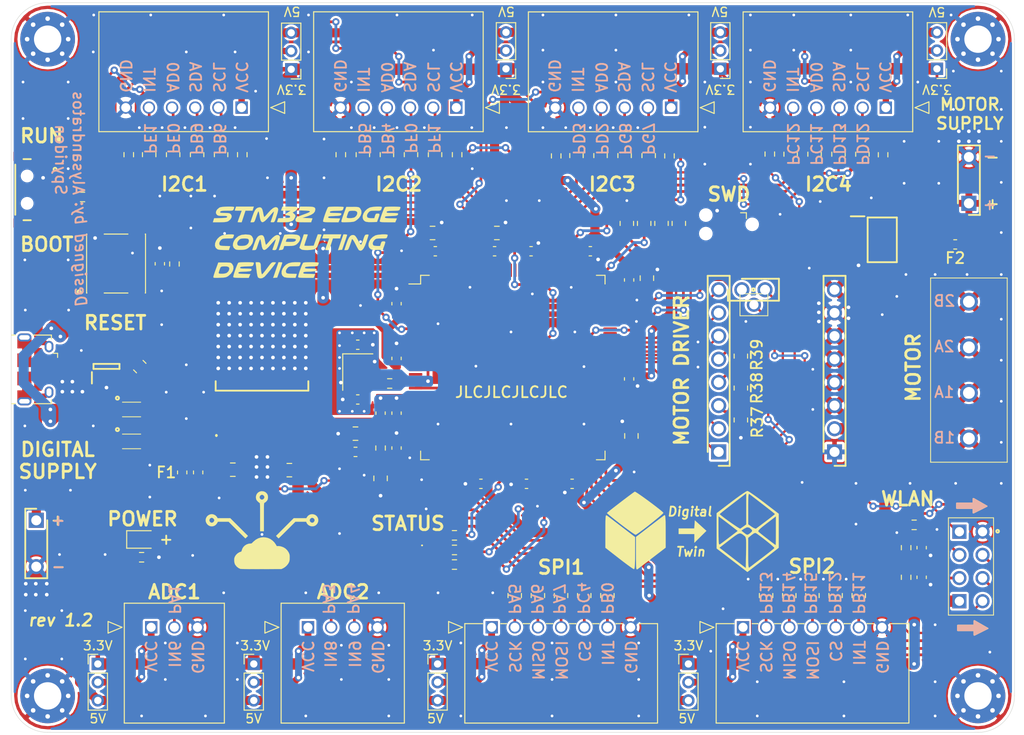
<source format=kicad_pcb>
(kicad_pcb (version 20171130) (host pcbnew "(5.1.10)-1")
  (title_block (title "STM32 Edge Computing Device") (date 2021-09-03) (rev 1.1) (company "University of Patras") (comment 1 "Designer: Alysandratos Spyridon"))
  (layers (0 F.Cu signal) (31 B.Cu signal) (36 B.SilkS user) (37 F.SilkS user) (38 B.Mask user) (39 F.Mask user) (44 Edge.Cuts user))
  (net 0 "")
  (net 1 GND)
  (net 2 "Net-(C1-Pad1)")
  (net 3 +3V3)
  (net 4 VCAPDSI)
  (net 5 NRST)
  (net 6 "Net-(C5-Pad1)")
  (net 7 "Net-(C23-Pad1)")
  (net 8 +3.3VA)
  (net 9 HSE_IN)
  (net 10 "Net-(C26-Pad1)")
  (net 11 "Net-(C27-Pad1)")
  (net 12 "Net-(C28-Pad1)")
  (net 13 +5V)
  (net 14 "Net-(D1-Pad1)")
  (net 15 "Net-(D2-Pad2)")
  (net 16 "Net-(D3-Pad1)")
  (net 17 "Net-(D4-Pad3)")
  (net 18 "Net-(D4-Pad1)")
  (net 19 "Net-(F1-Pad2)")
  (net 20 "Net-(F2-Pad2)")
  (net 21 "Net-(F2-Pad1)")
  (net 22 "Net-(J2-Pad6)")
  (net 23 "Net-(J2-Pad4)")
  (net 24 "Net-(J4-Pad6)")
  (net 25 "Net-(J4-Pad4)")
  (net 26 "Net-(J4-Pad3)")
  (net 27 "Net-(J4-Pad2)")
  (net 28 "Net-(J5-Pad5)")
  (net 29 "Net-(J5-Pad4)")
  (net 30 "Net-(J5-Pad3)")
  (net 31 "Net-(J5-Pad2)")
  (net 32 "Net-(J5-Pad1)")
  (net 33 "Net-(J6-Pad5)")
  (net 34 "Net-(J6-Pad4)")
  (net 35 "Net-(J6-Pad3)")
  (net 36 "Net-(J6-Pad2)")
  (net 37 "Net-(J6-Pad1)")
  (net 38 "Net-(J7-Pad5)")
  (net 39 "Net-(J7-Pad4)")
  (net 40 "Net-(J7-Pad3)")
  (net 41 "Net-(J7-Pad2)")
  (net 42 "Net-(J7-Pad1)")
  (net 43 "Net-(J8-Pad5)")
  (net 44 "Net-(J8-Pad4)")
  (net 45 "Net-(J8-Pad3)")
  (net 46 "Net-(J8-Pad2)")
  (net 47 "Net-(J8-Pad1)")
  (net 48 Vdrive)
  (net 49 MD_NEN)
  (net 50 MD_MS1)
  (net 51 MD_MS2)
  (net 52 "Net-(J11-Pad5)")
  (net 53 MD_UART)
  (net 54 "Net-(J11-Pad3)")
  (net 55 MD_STEP)
  (net 56 MD_DIR)
  (net 57 MD_INDEX)
  (net 58 MD_DIAG)
  (net 59 "Net-(J14-Pad6)")
  (net 60 "Net-(J14-Pad5)")
  (net 61 "Net-(J14-Pad4)")
  (net 62 "Net-(J14-Pad3)")
  (net 63 "Net-(J14-Pad2)")
  (net 64 "Net-(J14-Pad1)")
  (net 65 "Net-(J15-Pad6)")
  (net 66 "Net-(J15-Pad5)")
  (net 67 "Net-(J15-Pad4)")
  (net 68 "Net-(J15-Pad3)")
  (net 69 "Net-(J15-Pad2)")
  (net 70 "Net-(J15-Pad1)")
  (net 71 ESP_RX)
  (net 72 ESP_GPIO0)
  (net 73 ESP_TX)
  (net 74 CUR_SENS)
  (net 75 "Net-(J17-Pad1)")
  (net 76 MIC_TH)
  (net 77 MIC_SENS)
  (net 78 "Net-(J18-Pad1)")
  (net 79 I2C1_SDA)
  (net 80 I2C1_SCL)
  (net 81 I2C2_SDA)
  (net 82 I2C2_SCL)
  (net 83 I2C3_SDA)
  (net 84 I2C3_SCL)
  (net 85 I2C4_SDA)
  (net 86 I2C4_SCL)
  (net 87 HSE_OUT)
  (net 88 LED_R)
  (net 89 LED_G)
  (net 90 LED_B)
  (net 91 "Net-(R16-Pad2)")
  (net 92 BOOT0)
  (net 93 SWDIO)
  (net 94 SWCLK)
  (net 95 SWO)
  (net 96 I2C1_INT)
  (net 97 I2C1_AD0)
  (net 98 I2C2_INT)
  (net 99 I2C2_AD0)
  (net 100 I2C3_INT)
  (net 101 I2C3_AD0)
  (net 102 I2C4_INT)
  (net 103 I2C4_AD0)
  (net 104 MD_CLK)
  (net 105 SPI1_SCK)
  (net 106 SPI1_MOSI)
  (net 107 SPI1_MISO)
  (net 108 SPI1_CS)
  (net 109 SPI1_INT)
  (net 110 SPI2_SCK)
  (net 111 SPI2_MOSI)
  (net 112 SPI2_MISO)
  (net 113 SPI2_CS)
  (net 114 SPI2_INT)
  (net 115 ESP_EN)
  (net 116 "Net-(SW1-Pad1)")
  (net 117 USB_D+)
  (net 118 USB_D-)
  (net 119 "Net-(U4-Pad137)")
  (net 120 "Net-(U4-Pad132)")
  (net 121 "Net-(U4-Pad129)")
  (net 122 "Net-(U4-Pad128)")
  (net 123 "Net-(U4-Pad125)")
  (net 124 "Net-(U4-Pad124)")
  (net 125 "Net-(U4-Pad121)")
  (net 126 "Net-(U4-Pad120)")
  (net 127 "Net-(U4-Pad117)")
  (net 128 "Net-(U4-Pad116)")
  (net 129 "Net-(U4-Pad112)")
  (net 130 "Net-(U4-Pad104)")
  (net 131 "Net-(U4-Pad89)")
  (net 132 "Net-(U4-Pad79)")
  (net 133 "Net-(U4-Pad78)")
  (net 134 "Net-(U4-Pad76)")
  (net 135 "Net-(U4-Pad75)")
  (net 136 "Net-(U4-Pad65)")
  (net 137 "Net-(U4-Pad60)")
  (net 138 "Net-(U4-Pad56)")
  (net 139 "Net-(U4-Pad54)")
  (net 140 "Net-(U4-Pad53)")
  (net 141 "Net-(U4-Pad52)")
  (net 142 "Net-(U4-Pad51)")
  (net 143 "Net-(U4-Pad50)")
  (net 144 "Net-(U4-Pad49)")
  (net 145 "Net-(U4-Pad46)")
  (net 146 "Net-(U4-Pad45)")
  (net 147 "Net-(U4-Pad44)")
  (net 148 "Net-(U4-Pad31)")
  (net 149 "Net-(U4-Pad27)")
  (net 150 "Net-(U4-Pad26)")
  (net 151 "Net-(U4-Pad25)")
  (net 152 "Net-(U4-Pad24)")
  (net 153 "Net-(U4-Pad20)")
  (net 154 "Net-(U4-Pad19)")
  (net 155 "Net-(U4-Pad18)")
  (net 156 "Net-(U4-Pad15)")
  (net 157 "Net-(U4-Pad14)")
  (net 158 "Net-(U4-Pad13)")
  (net 159 "Net-(U4-Pad12)")
  (net 160 "Net-(U4-Pad9)")
  (net 161 "Net-(U4-Pad8)")
  (net 162 "Net-(U4-Pad7)")
  (net 163 "Net-(U4-Pad5)")
  (net 164 "Net-(U4-Pad4)")
  (net 165 "Net-(U4-Pad3)")
  (net 166 "Net-(U4-Pad2)")
  (net 167 "Net-(U4-Pad1)")
  (net 168 /Power/USB_CONN_D+)
  (net 169 /Power/USB_CONN_D-)
  (net 170 "Net-(SW1-Pad4)")
  (net 171 "Net-(D4-Pad4)")
  (net 172 "Net-(J13-Pad1)")
  (net 173 "Net-(U4-Pad33)")
  (net 174 "Net-(U4-Pad43)")
  (net 175 "Net-(U4-Pad139)")
  (net 176 "Net-(U4-Pad127)")
  (net 177 "Net-(U4-Pad126)")
  (net 178 "Net-(U4-Pad102)")
  (net 179 "Net-(U4-Pad101)")
  (net 180 "Net-(U4-Pad100)")
  (net 181 "Net-(U4-Pad99)")
  (net 182 "Net-(U4-Pad98)")
  (net 183 "Net-(U4-Pad113)")
  (net 184 "Net-(R0-Pad2)")
  (net 185 "/IO Connectors/1B")
  (net 186 "/IO Connectors/1A")
  (net 187 "/IO Connectors/2A")
  (net 188 "/IO Connectors/2B")
  (net 189 ESP_GPIO2)
  (module "" (layer F.Cu) (at 88.7 73.4)
    (fp_text reference "" (at 0 0) (layer F.SilkS) (effects (font (size 1.27 1.27))))
    (fp_text value "" (at 0 0) (layer F.SilkS) (effects (font (size 1.27 1.27))))
  )
  (module "" (layer F.Cu) (at 87.5 104.6)
    (fp_text reference "" (at 0 0) (layer F.SilkS) (effects (font (size 1.27 1.27))))
    (fp_text value "" (at 0 0) (layer F.SilkS) (effects (font (size 1.27 1.27))))
  )
  (module "" (layer F.Cu) (at 130.9 104.5)
    (fp_text reference "" (at 0 0) (layer F.SilkS) (effects (font (size 1.27 1.27))))
    (fp_text value "" (at 0 0) (layer F.SilkS) (effects (font (size 1.27 1.27))))
  )
  (module SamacSys_Parts:RHDR8W64P254_1X8_2083X241X851P (layer F.Cu) (at 156.97 101.05 270)
    (fp_text reference J10 hide)
    (fp_text value SSQ-108-01-F-S hide)
    (pad 1 thru_hole rect (at 0 0 270) (size 1.65 1.65) (drill 1.1) (layers *.Cu *.Mask) (net 1 GND))
    (pad 2 thru_hole circle (at -2.54 0 270) (size 1.65 1.65) (drill 1.1) (layers *.Cu *.Mask) (net 3 +3V3))
    (pad 3 thru_hole circle (at -5.08 0 270) (size 1.65 1.65) (drill 1.1) (layers *.Cu *.Mask) (net 185 "/IO Connectors/1B"))
    (pad 4 thru_hole circle (at -7.62 0 270) (size 1.65 1.65) (drill 1.1) (layers *.Cu *.Mask) (net 186 "/IO Connectors/1A"))
    (pad 5 thru_hole circle (at -10.16 0 270) (size 1.65 1.65) (drill 1.1) (layers *.Cu *.Mask) (net 187 "/IO Connectors/2A"))
    (pad 6 thru_hole circle (at -12.7 0 270) (size 1.65 1.65) (drill 1.1) (layers *.Cu *.Mask) (net 188 "/IO Connectors/2B"))
    (pad 7 thru_hole circle (at -15.24 0 270) (size 1.65 1.65) (drill 1.1) (layers *.Cu *.Mask) (net 1 GND))
    (pad 8 thru_hole circle (at -17.78 0 270) (size 1.65 1.65) (drill 1.1) (layers *.Cu *.Mask) (net 48 Vdrive))
  )
  (module SamacSys_Parts:TL1963A33KTTR (layer F.Cu) (at 94.2 88.3)
    (fp_text reference U1)
    (fp_text value TL1963A-33KTTR hide)
    (pad 1 smd rect (at -3.4 10.6) (size 1 3.4) (layers F.Cu F.Paste F.Mask) (net 2 "Net-(C1-Pad1)"))
    (pad 2 smd rect (at -1.7 10.6) (size 1 3.4) (layers F.Cu F.Paste F.Mask) (net 2 "Net-(C1-Pad1)"))
    (pad 3 smd rect (at 0 10.6) (size 1 3.4) (layers F.Cu F.Paste F.Mask) (net 1 GND))
    (pad 4 smd rect (at 1.7 10.6) (size 1 3.4) (layers F.Cu F.Paste F.Mask) (net 3 +3V3))
    (pad 5 smd rect (at 3.4 10.6) (size 1 3.4) (layers F.Cu F.Paste F.Mask) (net 3 +3V3))
    (pad 6 smd rect (at 0 0 90) (size 8.6 10.7) (layers *.Mask F.Cu F.Paste) (net 1 GND))
    (pad 6 thru_hole circle (at -3.6 -3.6) (size 0.8 0.8) (drill 0.4) (layers *.Cu B.Mask) (net 1 GND))
    (pad 6 thru_hole circle (at -2.4 -3.6) (size 0.8 0.8) (drill 0.4) (layers *.Cu B.Mask) (net 1 GND))
    (pad 6 thru_hole circle (at -1.2 -3.6) (size 0.8 0.8) (drill 0.4) (layers *.Cu B.Mask) (net 1 GND))
    (pad 6 thru_hole circle (at 0 -3.6) (size 0.8 0.8) (drill 0.4) (layers *.Cu B.Mask) (net 1 GND))
    (pad 6 thru_hole circle (at 1.2 -3.6) (size 0.8 0.8) (drill 0.4) (layers *.Cu B.Mask) (net 1 GND))
    (pad 6 thru_hole circle (at 2.4 -3.6) (size 0.8 0.8) (drill 0.4) (layers *.Cu B.Mask) (net 1 GND))
    (pad 6 thru_hole circle (at -3.6 -2.4) (size 0.8 0.8) (drill 0.4) (layers *.Cu B.Mask) (net 1 GND))
    (pad 6 thru_hole circle (at -2.4 -2.4) (size 0.8 0.8) (drill 0.4) (layers *.Cu B.Mask) (net 1 GND))
    (pad 6 thru_hole circle (at -1.2 -2.4) (size 0.8 0.8) (drill 0.4) (layers *.Cu B.Mask) (net 1 GND))
    (pad 6 thru_hole circle (at 0 -2.4) (size 0.8 0.8) (drill 0.4) (layers *.Cu B.Mask) (net 1 GND))
    (pad 6 thru_hole circle (at 1.2 -2.4) (size 0.8 0.8) (drill 0.4) (layers *.Cu B.Mask) (net 1 GND))
    (pad 6 thru_hole circle (at 2.4 -2.4) (size 0.8 0.8) (drill 0.4) (layers *.Cu B.Mask) (net 1 GND))
    (pad 6 thru_hole circle (at -3.6 -1.2) (size 0.8 0.8) (drill 0.4) (layers *.Cu B.Mask) (net 1 GND))
    (pad 6 thru_hole circle (at -2.4 -1.2) (size 0.8 0.8) (drill 0.4) (layers *.Cu B.Mask) (net 1 GND))
    (pad 6 thru_hole circle (at -1.2 -1.2) (size 0.8 0.8) (drill 0.4) (layers *.Cu B.Mask) (net 1 GND))
    (pad 6 thru_hole circle (at 0 -1.2) (size 0.8 0.8) (drill 0.4) (layers *.Cu B.Mask) (net 1 GND))
    (pad 6 thru_hole circle (at 1.2 -1.2) (size 0.8 0.8) (drill 0.4) (layers *.Cu B.Mask) (net 1 GND))
    (pad 6 thru_hole circle (at 2.4 -1.2) (size 0.8 0.8) (drill 0.4) (layers *.Cu B.Mask) (net 1 GND))
    (pad 6 thru_hole circle (at -3.6 0) (size 0.8 0.8) (drill 0.4) (layers *.Cu B.Mask) (net 1 GND))
    (pad 6 thru_hole circle (at -2.4 0) (size 0.8 0.8) (drill 0.4) (layers *.Cu B.Mask) (net 1 GND))
    (pad 6 thru_hole circle (at -1.2 0) (size 0.8 0.8) (drill 0.4) (layers *.Cu B.Mask) (net 1 GND))
    (pad 6 thru_hole circle (at 0 0) (size 0.8 0.8) (drill 0.4) (layers *.Cu B.Mask) (net 1 GND))
    (pad 6 thru_hole circle (at 1.2 0) (size 0.8 0.8) (drill 0.4) (layers *.Cu B.Mask) (net 1 GND))
    (pad 6 thru_hole circle (at 2.4 0) (size 0.8 0.8) (drill 0.4) (layers *.Cu B.Mask) (net 1 GND))
    (pad 6 thru_hole circle (at -3.6 1.2) (size 0.8 0.8) (drill 0.4) (layers *.Cu B.Mask) (net 1 GND))
    (pad 6 thru_hole circle (at -2.4 1.2) (size 0.8 0.8) (drill 0.4) (layers *.Cu B.Mask) (net 1 GND))
    (pad 6 thru_hole circle (at -1.2 1.2) (size 0.8 0.8) (drill 0.4) (layers *.Cu B.Mask) (net 1 GND))
    (pad 6 thru_hole circle (at 0 1.2) (size 0.8 0.8) (drill 0.4) (layers *.Cu B.Mask) (net 1 GND))
    (pad 6 thru_hole circle (at 1.2 1.2) (size 0.8 0.8) (drill 0.4) (layers *.Cu B.Mask) (net 1 GND))
    (pad 6 thru_hole circle (at 2.4 1.2) (size 0.8 0.8) (drill 0.4) (layers *.Cu B.Mask) (net 1 GND))
    (pad 6 thru_hole circle (at -3.6 2.4) (size 0.8 0.8) (drill 0.4) (layers *.Cu B.Mask) (net 1 GND))
    (pad 6 thru_hole circle (at -2.4 2.4) (size 0.8 0.8) (drill 0.4) (layers *.Cu B.Mask) (net 1 GND))
    (pad 6 thru_hole circle (at -1.2 2.4) (size 0.8 0.8) (drill 0.4) (layers *.Cu B.Mask) (net 1 GND))
    (pad 6 thru_hole circle (at 0 2.4) (size 0.8 0.8) (drill 0.4) (layers *.Cu B.Mask) (net 1 GND))
    (pad 6 thru_hole circle (at 1.2 2.4) (size 0.8 0.8) (drill 0.4) (layers *.Cu B.Mask) (net 1 GND))
    (pad 6 thru_hole circle (at 2.4 2.4) (size 0.8 0.8) (drill 0.4) (layers *.Cu B.Mask) (net 1 GND))
    (pad 6 thru_hole circle (at -4.8 -2.4) (size 0.8 0.8) (drill 0.4) (layers *.Cu B.Mask) (net 1 GND))
    (pad 6 thru_hole circle (at -4.8 2.4) (size 0.8 0.8) (drill 0.4) (layers *.Cu B.Mask) (net 1 GND))
    (pad 6 thru_hole circle (at -4.8 1.2) (size 0.8 0.8) (drill 0.4) (layers *.Cu B.Mask) (net 1 GND))
    (pad 6 thru_hole circle (at -4.8 0) (size 0.8 0.8) (drill 0.4) (layers *.Cu B.Mask) (net 1 GND))
    (pad 6 thru_hole circle (at -4.8 -3.6) (size 0.8 0.8) (drill 0.4) (layers *.Cu B.Mask) (net 1 GND))
    (pad 6 thru_hole circle (at -4.8 -1.2) (size 0.8 0.8) (drill 0.4) (layers *.Cu B.Mask) (net 1 GND))
    (pad 6 thru_hole circle (at 3.6 -2.4) (size 0.8 0.8) (drill 0.4) (layers *.Cu B.Mask) (net 1 GND))
    (pad 6 thru_hole circle (at 3.6 2.4) (size 0.8 0.8) (drill 0.4) (layers *.Cu B.Mask) (net 1 GND))
    (pad 6 thru_hole circle (at 3.6 1.2) (size 0.8 0.8) (drill 0.4) (layers *.Cu B.Mask) (net 1 GND))
    (pad 6 thru_hole circle (at 3.6 0) (size 0.8 0.8) (drill 0.4) (layers *.Cu B.Mask) (net 1 GND))
    (pad 6 thru_hole circle (at 3.6 -3.6) (size 0.8 0.8) (drill 0.4) (layers *.Cu B.Mask) (net 1 GND))
    (pad 6 thru_hole circle (at 3.6 -1.2) (size 0.8 0.8) (drill 0.4) (layers *.Cu B.Mask) (net 1 GND))
    (pad 6 thru_hole circle (at -3.6 3.6 90) (size 0.8 0.8) (drill 0.4) (layers *.Cu B.Mask) (net 1 GND))
    (pad 6 thru_hole circle (at 1.2 3.6 90) (size 0.8 0.8) (drill 0.4) (layers *.Cu B.Mask) (net 1 GND))
    (pad 6 thru_hole circle (at 0 3.6 90) (size 0.8 0.8) (drill 0.4) (layers *.Cu B.Mask) (net 1 GND))
    (pad 6 thru_hole circle (at -1.2 3.6 90) (size 0.8 0.8) (drill 0.4) (layers *.Cu B.Mask) (net 1 GND))
    (pad 6 thru_hole circle (at -4.8 3.6 90) (size 0.8 0.8) (drill 0.4) (layers *.Cu B.Mask) (net 1 GND))
    (pad 6 thru_hole circle (at -2.4 3.6 90) (size 0.8 0.8) (drill 0.4) (layers *.Cu B.Mask) (net 1 GND))
    (pad 6 thru_hole circle (at 3.6 3.6) (size 0.8 0.8) (drill 0.4) (layers *.Cu B.Mask) (net 1 GND))
    (pad 6 thru_hole circle (at 2.4 3.6) (size 0.8 0.8) (drill 0.4) (layers *.Cu B.Mask) (net 1 GND))
    (pad 6 thru_hole circle (at 4.8 -1.2) (size 0.8 0.8) (drill 0.4) (layers *.Cu B.Mask) (net 1 GND))
    (pad 6 thru_hole circle (at 4.8 -3.6) (size 0.8 0.8) (drill 0.4) (layers *.Cu B.Mask) (net 1 GND))
    (pad 6 thru_hole circle (at 4.8 2.4) (size 0.8 0.8) (drill 0.4) (layers *.Cu B.Mask) (net 1 GND))
    (pad 6 thru_hole circle (at 4.8 -2.4) (size 0.8 0.8) (drill 0.4) (layers *.Cu B.Mask) (net 1 GND))
    (pad 6 thru_hole circle (at 4.8 3.6) (size 0.8 0.8) (drill 0.4) (layers *.Cu B.Mask) (net 1 GND))
    (pad 6 thru_hole circle (at 4.8 0) (size 0.8 0.8) (drill 0.4) (layers *.Cu B.Mask) (net 1 GND))
    (pad 6 thru_hole circle (at 4.8 1.2) (size 0.8 0.8) (drill 0.4) (layers *.Cu B.Mask) (net 1 GND))
  )
  (module Capacitor_SMD:C_0603_1608Metric (layer F.Cu) (at 134.45 93.05 270)
    (fp_text reference C14)
    (fp_text value 100n)
    (pad 1 smd roundrect (at -0.775 0 270) (size 0.9 0.95) (layers F.Cu F.Paste F.Mask) (net 3 +3V3))
    (pad 2 smd roundrect (at 0.775 0 270) (size 0.9 0.95) (layers F.Cu F.Paste F.Mask) (net 1 GND))
  )
  (module SamacSys_Parts:RHDR2W64P254_1X2_559X241X851P (layer F.Cu) (at 146.81 83.27 180)
    (fp_text reference J13 hide)
    (fp_text value SSQ-102-01-T-S hide)
    (pad 2 thru_hole circle (at -2.54 0 180) (size 1.65 1.65) (drill 1.1) (layers *.Cu *.Mask) (net 58 MD_DIAG))
    (pad 1 thru_hole circle (at 0 0 180) (size 1.65 1.65) (drill 1.1) (layers *.Cu *.Mask) (net 172 "Net-(J13-Pad1)"))
  )
  (module SamacSys_Parts:SSQ-104-XX-YYY-D (layer F.Cu) (at 173.2 109.8 90)
    (fp_text reference J16 hide)
    (fp_text value SSQ-104-01-L-D hide)
    (pad 1 thru_hole circle (at 0 0 90) (size 1.55 1.55) (drill 1.02) (layers *.Cu *.Mask) (net 1 GND))
    (pad 2 thru_hole rect (at 0 -2.54 90) (size 1.55 1.55) (drill 1.02) (layers *.Cu *.Mask) (net 73 ESP_TX))
    (pad 3 thru_hole circle (at -2.54 0 90) (size 1.55 1.55) (drill 1.02) (layers *.Cu *.Mask) (net 189 ESP_GPIO2))
    (pad 4 thru_hole circle (at -2.54 -2.54 90) (size 1.55 1.55) (drill 1.02) (layers *.Cu *.Mask) (net 11 "Net-(C27-Pad1)"))
    (pad 5 thru_hole circle (at -5.08 0 90) (size 1.55 1.55) (drill 1.02) (layers *.Cu *.Mask) (net 72 ESP_GPIO0))
    (pad 6 thru_hole circle (at -5.08 -2.54 90) (size 1.55 1.55) (drill 1.02) (layers *.Cu *.Mask) (net 12 "Net-(C28-Pad1)"))
    (pad 7 thru_hole circle (at -7.62 0 90) (size 1.55 1.55) (drill 1.02) (layers *.Cu *.Mask) (net 71 ESP_RX))
    (pad 8 thru_hole rect (at -7.62 -2.54 90) (size 1.55 1.55) (drill 1.02) (layers *.Cu *.Mask) (net 3 +3V3))
  )
  (module Molex:901362103 (layer F.Cu) (at 87.048617 120.280001)
    (fp_text reference J17 hide)
    (fp_text value 90136-2103 hide)
    (pad 1 thru_hole rect (at -5 0) (size 1.35 1.35) (drill 1) (layers *.Cu *.Mask) (net 75 "Net-(J17-Pad1)"))
    (pad 2 thru_hole circle (at -2.46 0) (size 1.35 1.35) (drill 1) (layers *.Cu *.Mask) (net 74 CUR_SENS))
    (pad 3 thru_hole circle (at 0.08 0) (size 1.35 1.35) (drill 1) (layers *.Cu *.Mask) (net 1 GND))
  )
  (module SamacSys_Parts:1935187 (layer F.Cu) (at 171.704 99.582 90)
    (fp_text reference J9 hide)
    (fp_text value 1935187 hide)
    (pad 1 thru_hole circle (at 0 0 90) (size 1.95 1.95) (drill 1.3) (layers *.Cu *.Mask) (net 185 "/IO Connectors/1B"))
    (pad 2 thru_hole circle (at 5 0 90) (size 1.95 1.95) (drill 1.3) (layers *.Cu *.Mask) (net 186 "/IO Connectors/1A"))
    (pad 3 thru_hole circle (at 10 0 90) (size 1.95 1.95) (drill 1.3) (layers *.Cu *.Mask) (net 187 "/IO Connectors/2A"))
    (pad 4 thru_hole circle (at 15 0 90) (size 1.95 1.95) (drill 1.3) (layers *.Cu *.Mask) (net 188 "/IO Connectors/2B"))
  )
  (module Molex:901362104 (layer F.Cu) (at 107.24222 120.280001)
    (fp_text reference J18 hide)
    (fp_text value 90136-2104 hide)
    (pad 1 thru_hole rect (at -8 0) (size 1.35 1.35) (drill 1) (layers *.Cu *.Mask) (net 78 "Net-(J18-Pad1)"))
    (pad 2 thru_hole circle (at -5.46 0) (size 1.35 1.35) (drill 1) (layers *.Cu *.Mask) (net 77 MIC_SENS))
    (pad 3 thru_hole circle (at -2.92 0) (size 1.35 1.35) (drill 1) (layers *.Cu *.Mask) (net 76 MIC_TH))
    (pad 4 thru_hole circle (at -0.38 0) (size 1.35 1.35) (drill 1) (layers *.Cu *.Mask) (net 1 GND))
  )
  (module Molex:901362107 (layer F.Cu) (at 134.38 120.280001)
    (fp_text reference J14 hide)
    (fp_text value 90136-2107 hide)
    (pad 1 thru_hole rect (at -15 0) (size 1.35 1.35) (drill 1) (layers *.Cu *.Mask) (net 64 "Net-(J14-Pad1)"))
    (pad 2 thru_hole circle (at -12.46 0) (size 1.35 1.35) (drill 1) (layers *.Cu *.Mask) (net 63 "Net-(J14-Pad2)"))
    (pad 3 thru_hole circle (at -9.92 0) (size 1.35 1.35) (drill 1) (layers *.Cu *.Mask) (net 62 "Net-(J14-Pad3)"))
    (pad 4 thru_hole circle (at -7.38 0) (size 1.35 1.35) (drill 1) (layers *.Cu *.Mask) (net 61 "Net-(J14-Pad4)"))
    (pad 5 thru_hole circle (at -4.84 0) (size 1.35 1.35) (drill 1) (layers *.Cu *.Mask) (net 60 "Net-(J14-Pad5)"))
    (pad 6 thru_hole circle (at -2.3 0) (size 1.35 1.35) (drill 1) (layers *.Cu *.Mask) (net 59 "Net-(J14-Pad6)"))
    (pad 7 thru_hole circle (at 0.24 0) (size 1.35 1.35) (drill 1) (layers *.Cu *.Mask) (net 1 GND))
  )
  (module SamacSys_Parts:SOT95P280X145-6N (layer F.Cu) (at 77.15 91.675 90)
    (fp_text reference U2)
    (fp_text value CM1231-02SO hide)
    (pad 6 smd rect (at 1.25 -0.95 180) (size 0.6 1.25) (layers F.Cu F.Paste F.Mask) (net 169 /Power/USB_CONN_D-))
    (pad 5 smd rect (at 1.25 0 180) (size 0.6 1.25) (layers F.Cu F.Paste F.Mask) (net 13 +5V))
    (pad 4 smd rect (at 1.25 0.95 180) (size 0.6 1.25) (layers F.Cu F.Paste F.Mask) (net 184 "Net-(R0-Pad2)"))
    (pad 3 smd rect (at -1.25 0.95 180) (size 0.6 1.25) (layers F.Cu F.Paste F.Mask) (net 117 USB_D+))
    (pad 2 smd rect (at -1.25 0 180) (size 0.6 1.25) (layers F.Cu F.Paste F.Mask) (net 1 GND))
    (pad 1 smd rect (at -1.25 -0.95 180) (size 0.6 1.25) (layers F.Cu F.Paste F.Mask) (net 168 /Power/USB_CONN_D+))
  )
  (module Resistor_SMD:R_0805_2012Metric (layer F.Cu) (at 80.8 91.7 135)
    (fp_text reference R0 hide)
    (fp_text value 0)
    (pad 1 smd roundrect (at -0.9125 0 135) (size 1.025 1.4) (layers F.Cu F.Paste F.Mask) (roundrect_rratio 0.2439004878048781) (net 118 USB_D-))
    (pad 2 smd roundrect (at 0.9125 0 135) (size 1.025 1.4) (layers F.Cu F.Paste F.Mask) (roundrect_rratio 0.2439004878048781) (net 184 "Net-(R0-Pad2)"))
  )
  (module Connector_USB:USB_Micro-B_Amphenol_10118194_Horizontal (layer F.Cu) (at 69.45 92.002498 270)
    (fp_text reference J2 hide)
    (fp_text value 10118194-0001LF)
    (pad 1 smd rect (at -1.3 -1.4 270) (size 0.4 1.35) (layers F.Cu F.Paste F.Mask) (net 13 +5V))
    (pad 2 smd rect (at -0.65 -1.4 270) (size 0.4 1.35) (layers F.Cu F.Paste F.Mask) (net 169 /Power/USB_CONN_D-))
    (pad 3 smd rect (at 0 -1.4 270) (size 0.4 1.35) (layers F.Cu F.Paste F.Mask) (net 168 /Power/USB_CONN_D+))
    (pad 4 smd rect (at 0.65 -1.4 270) (size 0.4 1.35) (layers F.Cu F.Paste F.Mask) (net 23 "Net-(J2-Pad4)"))
    (pad 5 smd rect (at 1.3 -1.4 270) (size 0.4 1.35) (layers F.Cu F.Paste F.Mask) (net 1 GND))
    (pad 6 thru_hole oval (at -2.5 -1.4 270) (size 1.25 0.95) (drill oval 0.85 0.55) (layers *.Cu *.Mask) (net 22 "Net-(J2-Pad6)"))
    (pad 6 thru_hole oval (at 2.5 -1.4 270) (size 1.25 0.95) (drill oval 0.85 0.55) (layers *.Cu *.Mask) (net 22 "Net-(J2-Pad6)"))
    (pad 6 smd rect (at -1 1.3 270) (size 1.5 1.55) (layers F.Cu F.Paste F.Mask) (net 22 "Net-(J2-Pad6)"))
    (pad 6 smd rect (at 1 1.3 270) (size 1.5 1.55) (layers F.Cu F.Paste F.Mask) (net 22 "Net-(J2-Pad6)"))
    (pad 6 smd rect (at -2.9 1.3 270) (size 1.2 1.55) (layers F.Cu F.Paste F.Mask) (net 22 "Net-(J2-Pad6)"))
    (pad 6 smd rect (at 2.9 1.3 270) (size 1.2 1.55) (layers F.Cu F.Paste F.Mask) (net 22 "Net-(J2-Pad6)"))
    (pad 6 thru_hole oval (at -3.5 1.3 270) (size 0.89 1.55) (drill oval 0.5 1.15) (layers *.Cu *.Mask) (net 22 "Net-(J2-Pad6)"))
    (pad 6 thru_hole oval (at 3.5 1.3 270) (size 0.89 1.55) (drill oval 0.5 1.15) (layers *.Cu *.Mask) (net 22 "Net-(J2-Pad6)"))
  )
  (module SamacSys_Parts:RHDR8W64P254_1X8_2083X241X851P (layer F.Cu) (at 144.27 101.05 270)
    (fp_text reference J11 hide)
    (fp_text value SSQ-108-01-F-S hide)
    (pad 1 thru_hole rect (at 0 0 270) (size 1.65 1.65) (drill 1.1) (layers *.Cu *.Mask) (net 56 MD_DIR))
    (pad 2 thru_hole circle (at -2.54 0 270) (size 1.65 1.65) (drill 1.1) (layers *.Cu *.Mask) (net 55 MD_STEP))
    (pad 3 thru_hole circle (at -5.08 0 270) (size 1.65 1.65) (drill 1.1) (layers *.Cu *.Mask) (net 54 "Net-(J11-Pad3)"))
    (pad 4 thru_hole circle (at -7.62 0 270) (size 1.65 1.65) (drill 1.1) (layers *.Cu *.Mask) (net 53 MD_UART))
    (pad 5 thru_hole circle (at -10.16 0 270) (size 1.65 1.65) (drill 1.1) (layers *.Cu *.Mask) (net 52 "Net-(J11-Pad5)"))
    (pad 6 thru_hole circle (at -12.7 0 270) (size 1.65 1.65) (drill 1.1) (layers *.Cu *.Mask) (net 51 MD_MS2))
    (pad 7 thru_hole circle (at -15.24 0 270) (size 1.65 1.65) (drill 1.1) (layers *.Cu *.Mask) (net 50 MD_MS1))
    (pad 8 thru_hole circle (at -17.78 0 270) (size 1.65 1.65) (drill 1.1) (layers *.Cu *.Mask) (net 49 MD_NEN))
  )
  (module Molex:901362107 (layer F.Cu) (at 161.939 120.280001)
    (fp_text reference J15 hide)
    (fp_text value 90136-2107 hide)
    (pad 1 thru_hole rect (at -15 0) (size 1.35 1.35) (drill 1) (layers *.Cu *.Mask) (net 70 "Net-(J15-Pad1)"))
    (pad 2 thru_hole circle (at -12.46 0) (size 1.35 1.35) (drill 1) (layers *.Cu *.Mask) (net 69 "Net-(J15-Pad2)"))
    (pad 3 thru_hole circle (at -9.92 0) (size 1.35 1.35) (drill 1) (layers *.Cu *.Mask) (net 68 "Net-(J15-Pad3)"))
    (pad 4 thru_hole circle (at -7.38 0) (size 1.35 1.35) (drill 1) (layers *.Cu *.Mask) (net 67 "Net-(J15-Pad4)"))
    (pad 5 thru_hole circle (at -4.84 0) (size 1.35 1.35) (drill 1) (layers *.Cu *.Mask) (net 66 "Net-(J15-Pad5)"))
    (pad 6 thru_hole circle (at -2.3 0) (size 1.35 1.35) (drill 1) (layers *.Cu *.Mask) (net 65 "Net-(J15-Pad6)"))
    (pad 7 thru_hole circle (at 0.24 0) (size 1.35 1.35) (drill 1) (layers *.Cu *.Mask) (net 1 GND))
  )
  (module Molex:901362106 (layer F.Cu) (at 79.961609 63.3 180)
    (fp_text reference J5 hide)
    (fp_text value 90136-2106 hide)
    (pad 6 thru_hole circle (at 0.7 0 180) (size 1.35 1.35) (drill 1) (layers *.Cu *.Mask) (net 1 GND))
    (pad 5 thru_hole circle (at -1.84 0 180) (size 1.35 1.35) (drill 1) (layers *.Cu *.Mask) (net 28 "Net-(J5-Pad5)"))
    (pad 4 thru_hole circle (at -4.38 0 180) (size 1.35 1.35) (drill 1) (layers *.Cu *.Mask) (net 29 "Net-(J5-Pad4)"))
    (pad 3 thru_hole circle (at -6.92 0 180) (size 1.35 1.35) (drill 1) (layers *.Cu *.Mask) (net 30 "Net-(J5-Pad3)"))
    (pad 2 thru_hole circle (at -9.46 0 180) (size 1.35 1.35) (drill 1) (layers *.Cu *.Mask) (net 31 "Net-(J5-Pad2)"))
    (pad 1 thru_hole rect (at -12 0 180) (size 1.35 1.35) (drill 1) (layers *.Cu *.Mask) (net 32 "Net-(J5-Pad1)"))
  )
  (module Molex:901362106 (layer F.Cu) (at 103.506202 63.3 180)
    (fp_text reference J6 hide)
    (fp_text value 90136-2106 hide)
    (pad 6 thru_hole circle (at 0.7 0 180) (size 1.35 1.35) (drill 1) (layers *.Cu *.Mask) (net 1 GND))
    (pad 5 thru_hole circle (at -1.84 0 180) (size 1.35 1.35) (drill 1) (layers *.Cu *.Mask) (net 33 "Net-(J6-Pad5)"))
    (pad 4 thru_hole circle (at -4.38 0 180) (size 1.35 1.35) (drill 1) (layers *.Cu *.Mask) (net 34 "Net-(J6-Pad4)"))
    (pad 3 thru_hole circle (at -6.92 0 180) (size 1.35 1.35) (drill 1) (layers *.Cu *.Mask) (net 35 "Net-(J6-Pad3)"))
    (pad 2 thru_hole circle (at -9.46 0 180) (size 1.35 1.35) (drill 1) (layers *.Cu *.Mask) (net 36 "Net-(J6-Pad2)"))
    (pad 1 thru_hole rect (at -12 0 180) (size 1.35 1.35) (drill 1) (layers *.Cu *.Mask) (net 37 "Net-(J6-Pad1)"))
  )
  (module Molex:901362106 (layer F.Cu) (at 127.050795 63.307 180)
    (fp_text reference J7 hide)
    (fp_text value 90136-2106 hide)
    (pad 6 thru_hole circle (at 0.7 0 180) (size 1.35 1.35) (drill 1) (layers *.Cu *.Mask) (net 1 GND))
    (pad 5 thru_hole circle (at -1.84 0 180) (size 1.35 1.35) (drill 1) (layers *.Cu *.Mask) (net 38 "Net-(J7-Pad5)"))
    (pad 4 thru_hole circle (at -4.38 0 180) (size 1.35 1.35) (drill 1) (layers *.Cu *.Mask) (net 39 "Net-(J7-Pad4)"))
    (pad 3 thru_hole circle (at -6.92 0 180) (size 1.35 1.35) (drill 1) (layers *.Cu *.Mask) (net 40 "Net-(J7-Pad3)"))
    (pad 2 thru_hole circle (at -9.46 0 180) (size 1.35 1.35) (drill 1) (layers *.Cu *.Mask) (net 41 "Net-(J7-Pad2)"))
    (pad 1 thru_hole rect (at -12 0 180) (size 1.35 1.35) (drill 1) (layers *.Cu *.Mask) (net 42 "Net-(J7-Pad1)"))
  )
  (module Molex:901362106 (layer F.Cu) (at 150.595388 63.307 180)
    (fp_text reference J8 hide)
    (fp_text value 90136-2106 hide)
    (pad 6 thru_hole circle (at 0.7 0 180) (size 1.35 1.35) (drill 1) (layers *.Cu *.Mask) (net 1 GND))
    (pad 5 thru_hole circle (at -1.84 0 180) (size 1.35 1.35) (drill 1) (layers *.Cu *.Mask) (net 43 "Net-(J8-Pad5)"))
    (pad 4 thru_hole circle (at -4.38 0 180) (size 1.35 1.35) (drill 1) (layers *.Cu *.Mask) (net 44 "Net-(J8-Pad4)"))
    (pad 3 thru_hole circle (at -6.92 0 180) (size 1.35 1.35) (drill 1) (layers *.Cu *.Mask) (net 45 "Net-(J8-Pad3)"))
    (pad 2 thru_hole circle (at -9.46 0 180) (size 1.35 1.35) (drill 1) (layers *.Cu *.Mask) (net 46 "Net-(J8-Pad2)"))
    (pad 1 thru_hole rect (at -12 0 180) (size 1.35 1.35) (drill 1) (layers *.Cu *.Mask) (net 47 "Net-(J8-Pad1)"))
  )
  (module SamacSys_Parts:SMLLXT0805SIUGUBW (layer F.Cu) (at 110 111.9)
    (fp_text reference D4)
    (fp_text value SML-LXT0805SIUGUBW hide)
    (pad 1 smd rect (at 0.925 -0.625) (size 1 1) (layers F.Cu F.Paste F.Mask) (net 18 "Net-(D4-Pad1)"))
    (pad 2 smd rect (at -0.925 -0.625) (size 1 1) (layers F.Cu F.Paste F.Mask) (net 3 +3V3))
    (pad 3 smd rect (at -0.925 0.625) (size 1 1) (layers F.Cu F.Paste F.Mask) (net 17 "Net-(D4-Pad3)"))
    (pad 4 smd rect (at 0.925 0.625) (size 1 1) (layers F.Cu F.Paste F.Mask) (net 171 "Net-(D4-Pad4)"))
  )
  (module Package_QFP:LQFP-144_20x20mm_P0.5mm (layer F.Cu) (at 121.7 91.8)
    (fp_text reference U4)
    (fp_text value STM32L4S9ZIT6)
    (pad 1 smd roundrect (at -10.6625 -8.75) (size 1.475 0.3) (layers F.Cu F.Paste F.Mask) (net 167 "Net-(U4-Pad1)"))
    (pad 2 smd roundrect (at -10.6625 -8.25) (size 1.475 0.3) (layers F.Cu F.Paste F.Mask) (net 166 "Net-(U4-Pad2)"))
    (pad 3 smd roundrect (at -10.6625 -7.75) (size 1.475 0.3) (layers F.Cu F.Paste F.Mask) (net 165 "Net-(U4-Pad3)"))
    (pad 4 smd roundrect (at -10.6625 -7.25) (size 1.475 0.3) (layers F.Cu F.Paste F.Mask) (net 164 "Net-(U4-Pad4)"))
    (pad 5 smd roundrect (at -10.6625 -6.75) (size 1.475 0.3) (layers F.Cu F.Paste F.Mask) (net 163 "Net-(U4-Pad5)"))
    (pad 6 smd roundrect (at -10.6625 -6.25) (size 1.475 0.3) (layers F.Cu F.Paste F.Mask) (net 3 +3V3))
    (pad 7 smd roundrect (at -10.6625 -5.75) (size 1.475 0.3) (layers F.Cu F.Paste F.Mask) (net 162 "Net-(U4-Pad7)"))
    (pad 8 smd roundrect (at -10.6625 -5.25) (size 1.475 0.3) (layers F.Cu F.Paste F.Mask) (net 161 "Net-(U4-Pad8)"))
    (pad 9 smd roundrect (at -10.6625 -4.75) (size 1.475 0.3) (layers F.Cu F.Paste F.Mask) (net 160 "Net-(U4-Pad9)"))
    (pad 10 smd roundrect (at -10.6625 -4.25) (size 1.475 0.3) (layers F.Cu F.Paste F.Mask) (net 81 I2C2_SDA))
    (pad 11 smd roundrect (at -10.6625 -3.75) (size 1.475 0.3) (layers F.Cu F.Paste F.Mask) (net 82 I2C2_SCL))
    (pad 12 smd roundrect (at -10.6625 -3.25) (size 1.475 0.3) (layers F.Cu F.Paste F.Mask) (net 159 "Net-(U4-Pad12)"))
    (pad 13 smd roundrect (at -10.6625 -2.75) (size 1.475 0.3) (layers F.Cu F.Paste F.Mask) (net 158 "Net-(U4-Pad13)"))
    (pad 14 smd roundrect (at -10.6625 -2.25) (size 1.475 0.3) (layers F.Cu F.Paste F.Mask) (net 157 "Net-(U4-Pad14)"))
    (pad 15 smd roundrect (at -10.6625 -1.75) (size 1.475 0.3) (layers F.Cu F.Paste F.Mask) (net 156 "Net-(U4-Pad15)"))
    (pad 16 smd roundrect (at -10.6625 -1.25) (size 1.475 0.3) (layers F.Cu F.Paste F.Mask) (net 1 GND))
    (pad 17 smd roundrect (at -10.6625 -0.75) (size 1.475 0.3) (layers F.Cu F.Paste F.Mask) (net 3 +3V3))
    (pad 18 smd roundrect (at -10.6625 -0.25) (size 1.475 0.3) (layers F.Cu F.Paste F.Mask) (net 155 "Net-(U4-Pad18)"))
    (pad 19 smd roundrect (at -10.6625 0.25) (size 1.475 0.3) (layers F.Cu F.Paste F.Mask) (net 154 "Net-(U4-Pad19)"))
    (pad 20 smd roundrect (at -10.6625 0.75) (size 1.475 0.3) (layers F.Cu F.Paste F.Mask) (net 153 "Net-(U4-Pad20)"))
    (pad 21 smd roundrect (at -10.6625 1.25) (size 1.475 0.3) (layers F.Cu F.Paste F.Mask) (net 9 HSE_IN))
    (pad 22 smd roundrect (at -10.6625 1.75) (size 1.475 0.3) (layers F.Cu F.Paste F.Mask) (net 87 HSE_OUT))
    (pad 23 smd roundrect (at -10.6625 2.25) (size 1.475 0.3) (layers F.Cu F.Paste F.Mask) (net 5 NRST))
    (pad 24 smd roundrect (at -10.6625 2.75) (size 1.475 0.3) (layers F.Cu F.Paste F.Mask) (net 152 "Net-(U4-Pad24)"))
    (pad 25 smd roundrect (at -10.6625 3.25) (size 1.475 0.3) (layers F.Cu F.Paste F.Mask) (net 151 "Net-(U4-Pad25)"))
    (pad 26 smd roundrect (at -10.6625 3.75) (size 1.475 0.3) (layers F.Cu F.Paste F.Mask) (net 150 "Net-(U4-Pad26)"))
    (pad 27 smd roundrect (at -10.6625 4.25) (size 1.475 0.3) (layers F.Cu F.Paste F.Mask) (net 149 "Net-(U4-Pad27)"))
    (pad 28 smd roundrect (at -10.6625 4.75) (size 1.475 0.3) (layers F.Cu F.Paste F.Mask) (net 1 GND))
    (pad 29 smd roundrect (at -10.6625 5.25) (size 1.475 0.3) (layers F.Cu F.Paste F.Mask) (net 6 "Net-(C5-Pad1)"))
    (pad 30 smd roundrect (at -10.6625 5.75) (size 1.475 0.3) (layers F.Cu F.Paste F.Mask) (net 8 +3.3VA))
    (pad 31 smd roundrect (at -10.6625 6.25) (size 1.475 0.3) (layers F.Cu F.Paste F.Mask) (net 148 "Net-(U4-Pad31)"))
    (pad 32 smd roundrect (at -10.6625 6.75) (size 1.475 0.3) (layers F.Cu F.Paste F.Mask) (net 74 CUR_SENS))
    (pad 33 smd roundrect (at -10.6625 7.25) (size 1.475 0.3) (layers F.Cu F.Paste F.Mask) (net 173 "Net-(U4-Pad33)"))
    (pad 34 smd roundrect (at -10.6625 7.75) (size 1.475 0.3) (layers F.Cu F.Paste F.Mask) (net 77 MIC_SENS))
    (pad 35 smd roundrect (at -10.6625 8.25) (size 1.475 0.3) (layers F.Cu F.Paste F.Mask) (net 1 GND))
    (pad 36 smd roundrect (at -10.6625 8.75) (size 1.475 0.3) (layers F.Cu F.Paste F.Mask) (net 3 +3V3))
    (pad 37 smd roundrect (at -8.75 10.6625) (size 0.3 1.475) (layers F.Cu F.Paste F.Mask) (net 76 MIC_TH))
    (pad 38 smd roundrect (at -8.25 10.6625) (size 0.3 1.475) (layers F.Cu F.Paste F.Mask) (net 105 SPI1_SCK))
    (pad 39 smd roundrect (at -7.75 10.6625) (size 0.3 1.475) (layers F.Cu F.Paste F.Mask) (net 107 SPI1_MISO))
    (pad 40 smd roundrect (at -7.25 10.6625) (size 0.3 1.475) (layers F.Cu F.Paste F.Mask) (net 106 SPI1_MOSI))
    (pad 41 smd roundrect (at -6.75 10.6625) (size 0.3 1.475) (layers F.Cu F.Paste F.Mask) (net 108 SPI1_CS))
    (pad 42 smd roundrect (at -6.25 10.6625) (size 0.3 1.475) (layers F.Cu F.Paste F.Mask) (net 109 SPI1_INT))
    (pad 43 smd roundrect (at -5.75 10.6625) (size 0.3 1.475) (layers F.Cu F.Paste F.Mask) (net 174 "Net-(U4-Pad43)"))
    (pad 44 smd roundrect (at -5.25 10.6625) (size 0.3 1.475) (layers F.Cu F.Paste F.Mask) (net 147 "Net-(U4-Pad44)"))
    (pad 45 smd roundrect (at -4.75 10.6625) (size 0.3 1.475) (layers F.Cu F.Paste F.Mask) (net 146 "Net-(U4-Pad45)"))
    (pad 46 smd roundrect (at -4.25 10.6625) (size 0.3 1.475) (layers F.Cu F.Paste F.Mask) (net 145 "Net-(U4-Pad46)"))
    (pad 47 smd roundrect (at -3.75 10.6625) (size 0.3 1.475) (layers F.Cu F.Paste F.Mask) (net 1 GND))
    (pad 48 smd roundrect (at -3.25 10.6625) (size 0.3 1.475) (layers F.Cu F.Paste F.Mask) (net 3 +3V3))
    (pad 49 smd roundrect (at -2.75 10.6625) (size 0.3 1.475) (layers F.Cu F.Paste F.Mask) (net 144 "Net-(U4-Pad49)"))
    (pad 50 smd roundrect (at -2.25 10.6625) (size 0.3 1.475) (layers F.Cu F.Paste F.Mask) (net 143 "Net-(U4-Pad50)"))
    (pad 51 smd roundrect (at -1.75 10.6625) (size 0.3 1.475) (layers F.Cu F.Paste F.Mask) (net 142 "Net-(U4-Pad51)"))
    (pad 52 smd roundrect (at -1.25 10.6625) (size 0.3 1.475) (layers F.Cu F.Paste F.Mask) (net 141 "Net-(U4-Pad52)"))
    (pad 53 smd roundrect (at -0.75 10.6625) (size 0.3 1.475) (layers F.Cu F.Paste F.Mask) (net 140 "Net-(U4-Pad53)"))
    (pad 54 smd roundrect (at -0.25 10.6625) (size 0.3 1.475) (layers F.Cu F.Paste F.Mask) (net 139 "Net-(U4-Pad54)"))
    (pad 55 smd roundrect (at 0.25 10.6625) (size 0.3 1.475) (layers F.Cu F.Paste F.Mask) (net 88 LED_R))
    (pad 56 smd roundrect (at 0.75 10.6625) (size 0.3 1.475) (layers F.Cu F.Paste F.Mask) (net 138 "Net-(U4-Pad56)"))
    (pad 57 smd roundrect (at 1.25 10.6625) (size 0.3 1.475) (layers F.Cu F.Paste F.Mask) (net 1 GND))
    (pad 58 smd roundrect (at 1.75 10.6625) (size 0.3 1.475) (layers F.Cu F.Paste F.Mask) (net 3 +3V3))
    (pad 59 smd roundrect (at 2.25 10.6625) (size 0.3 1.475) (layers F.Cu F.Paste F.Mask) (net 89 LED_G))
    (pad 60 smd roundrect (at 2.75 10.6625) (size 0.3 1.475) (layers F.Cu F.Paste F.Mask) (net 137 "Net-(U4-Pad60)"))
    (pad 61 smd roundrect (at 3.25 10.6625) (size 0.3 1.475) (layers F.Cu F.Paste F.Mask) (net 90 LED_B))
    (pad 62 smd roundrect (at 3.75 10.6625) (size 0.3 1.475) (layers F.Cu F.Paste F.Mask) (net 115 ESP_EN))
    (pad 63 smd roundrect (at 4.25 10.6625) (size 0.3 1.475) (layers F.Cu F.Paste F.Mask) (net 189 ESP_GPIO2))
    (pad 64 smd roundrect (at 4.75 10.6625) (size 0.3 1.475) (layers F.Cu F.Paste F.Mask) (net 72 ESP_GPIO0))
    (pad 65 smd roundrect (at 5.25 10.6625) (size 0.3 1.475) (layers F.Cu F.Paste F.Mask) (net 136 "Net-(U4-Pad65)"))
    (pad 66 smd roundrect (at 5.75 10.6625) (size 0.3 1.475) (layers F.Cu F.Paste F.Mask) (net 114 SPI2_INT))
    (pad 67 smd roundrect (at 6.25 10.6625) (size 0.3 1.475) (layers F.Cu F.Paste F.Mask) (net 1 GND))
    (pad 68 smd roundrect (at 6.75 10.6625) (size 0.3 1.475) (layers F.Cu F.Paste F.Mask) (net 3 +3V3))
    (pad 69 smd roundrect (at 7.25 10.6625) (size 0.3 1.475) (layers F.Cu F.Paste F.Mask) (net 113 SPI2_CS))
    (pad 70 smd roundrect (at 7.75 10.6625) (size 0.3 1.475) (layers F.Cu F.Paste F.Mask) (net 110 SPI2_SCK))
    (pad 71 smd roundrect (at 8.25 10.6625) (size 0.3 1.475) (layers F.Cu F.Paste F.Mask) (net 112 SPI2_MISO))
    (pad 72 smd roundrect (at 8.75 10.6625) (size 0.3 1.475) (layers F.Cu F.Paste F.Mask) (net 111 SPI2_MOSI))
    (pad 73 smd roundrect (at 10.6625 8.75) (size 1.475 0.3) (layers F.Cu F.Paste F.Mask) (net 3 +3V3))
    (pad 74 smd roundrect (at 10.6625 8.25) (size 1.475 0.3) (layers F.Cu F.Paste F.Mask) (net 4 VCAPDSI))
    (pad 75 smd roundrect (at 10.6625 7.75) (size 1.475 0.3) (layers F.Cu F.Paste F.Mask) (net 135 "Net-(U4-Pad75)"))
    (pad 76 smd roundrect (at 10.6625 7.25) (size 1.475 0.3) (layers F.Cu F.Paste F.Mask) (net 134 "Net-(U4-Pad76)"))
    (pad 77 smd roundrect (at 10.6625 6.75) (size 1.475 0.3) (layers F.Cu F.Paste F.Mask) (net 1 GND))
    (pad 78 smd roundrect (at 10.6625 6.25) (size 1.475 0.3) (layers F.Cu F.Paste F.Mask) (net 133 "Net-(U4-Pad78)"))
    (pad 79 smd roundrect (at 10.6625 5.75) (size 1.475 0.3) (layers F.Cu F.Paste F.Mask) (net 132 "Net-(U4-Pad79)"))
    (pad 80 smd roundrect (at 10.6625 5.25) (size 1.475 0.3) (layers F.Cu F.Paste F.Mask) (net 4 VCAPDSI))
    (pad 81 smd roundrect (at 10.6625 4.75) (size 1.475 0.3) (layers F.Cu F.Paste F.Mask) (net 71 ESP_RX))
    (pad 82 smd roundrect (at 10.6625 4.25) (size 1.475 0.3) (layers F.Cu F.Paste F.Mask) (net 73 ESP_TX))
    (pad 83 smd roundrect (at 10.6625 3.75) (size 1.475 0.3) (layers F.Cu F.Paste F.Mask) (net 58 MD_DIAG))
    (pad 84 smd roundrect (at 10.6625 3.25) (size 1.475 0.3) (layers F.Cu F.Paste F.Mask) (net 57 MD_INDEX))
    (pad 85 smd roundrect (at 10.6625 2.75) (size 1.475 0.3) (layers F.Cu F.Paste F.Mask) (net 86 I2C4_SCL))
    (pad 86 smd roundrect (at 10.6625 2.25) (size 1.475 0.3) (layers F.Cu F.Paste F.Mask) (net 85 I2C4_SDA))
    (pad 87 smd roundrect (at 10.6625 1.75) (size 1.475 0.3) (layers F.Cu F.Paste F.Mask) (net 1 GND))
    (pad 88 smd roundrect (at 10.6625 1.25) (size 1.475 0.3) (layers F.Cu F.Paste F.Mask) (net 3 +3V3))
    (pad 89 smd roundrect (at 10.6625 0.75) (size 1.475 0.3) (layers F.Cu F.Paste F.Mask) (net 131 "Net-(U4-Pad89)"))
    (pad 90 smd roundrect (at 10.6625 0.25) (size 1.475 0.3) (layers F.Cu F.Paste F.Mask) (net 56 MD_DIR))
    (pad 91 smd roundrect (at 10.6625 -0.25) (size 1.475 0.3) (layers F.Cu F.Paste F.Mask) (net 55 MD_STEP))
    (pad 92 smd roundrect (at 10.6625 -0.75) (size 1.475 0.3) (layers F.Cu F.Paste F.Mask) (net 104 MD_CLK))
    (pad 93 smd roundrect (at 10.6625 -1.25) (size 1.475 0.3) (layers F.Cu F.Paste F.Mask) (net 51 MD_MS2))
    (pad 94 smd roundrect (at 10.6625 -1.75) (size 1.475 0.3) (layers F.Cu F.Paste F.Mask) (net 50 MD_MS1))
    (pad 95 smd roundrect (at 10.6625 -2.25) (size 1.475 0.3) (layers F.Cu F.Paste F.Mask) (net 49 MD_NEN))
    (pad 96 smd roundrect (at 10.6625 -2.75) (size 1.475 0.3) (layers F.Cu F.Paste F.Mask) (net 84 I2C3_SCL))
    (pad 97 smd roundrect (at 10.6625 -3.25) (size 1.475 0.3) (layers F.Cu F.Paste F.Mask) (net 83 I2C3_SDA))
    (pad 98 smd roundrect (at 10.6625 -3.75) (size 1.475 0.3) (layers F.Cu F.Paste F.Mask) (net 182 "Net-(U4-Pad98)"))
    (pad 99 smd roundrect (at 10.6625 -4.25) (size 1.475 0.3) (layers F.Cu F.Paste F.Mask) (net 181 "Net-(U4-Pad99)"))
    (pad 100 smd roundrect (at 10.6625 -4.75) (size 1.475 0.3) (layers F.Cu F.Paste F.Mask) (net 180 "Net-(U4-Pad100)"))
    (pad 101 smd roundrect (at 10.6625 -5.25) (size 1.475 0.3) (layers F.Cu F.Paste F.Mask) (net 179 "Net-(U4-Pad101)"))
    (pad 102 smd roundrect (at 10.6625 -5.75) (size 1.475 0.3) (layers F.Cu F.Paste F.Mask) (net 178 "Net-(U4-Pad102)"))
    (pad 103 smd roundrect (at 10.6625 -6.25) (size 1.475 0.3) (layers F.Cu F.Paste F.Mask) (net 53 MD_UART))
    (pad 104 smd roundrect (at 10.6625 -6.75) (size 1.475 0.3) (layers F.Cu F.Paste F.Mask) (net 130 "Net-(U4-Pad104)"))
    (pad 105 smd roundrect (at 10.6625 -7.25) (size 1.475 0.3) (layers F.Cu F.Paste F.Mask) (net 118 USB_D-) (clearance 0.127))
    (pad 106 smd roundrect (at 10.6625 -7.75) (size 1.475 0.3) (layers F.Cu F.Paste F.Mask) (net 117 USB_D+) (clearance 0.127))
    (pad 107 smd roundrect (at 10.6625 -8.25) (size 1.475 0.3) (layers F.Cu F.Paste F.Mask) (net 93 SWDIO))
    (pad 108 smd roundrect (at 10.6625 -8.75) (size 1.475 0.3) (layers F.Cu F.Paste F.Mask) (net 3 +3V3))
    (pad 109 smd roundrect (at 8.75 -10.6625) (size 0.3 1.475) (layers F.Cu F.Paste F.Mask) (net 1 GND))
    (pad 110 smd roundrect (at 8.25 -10.6625) (size 0.3 1.475) (layers F.Cu F.Paste F.Mask) (net 3 +3V3))
    (pad 111 smd roundrect (at 7.75 -10.6625) (size 0.3 1.475) (layers F.Cu F.Paste F.Mask) (net 94 SWCLK))
    (pad 112 smd roundrect (at 7.25 -10.6625) (size 0.3 1.475) (layers F.Cu F.Paste F.Mask) (net 129 "Net-(U4-Pad112)"))
    (pad 113 smd roundrect (at 6.75 -10.6625) (size 0.3 1.475) (layers F.Cu F.Paste F.Mask) (net 183 "Net-(U4-Pad113)"))
    (pad 114 smd roundrect (at 6.25 -10.6625) (size 0.3 1.475) (layers F.Cu F.Paste F.Mask) (net 103 I2C4_AD0))
    (pad 115 smd roundrect (at 5.75 -10.6625) (size 0.3 1.475) (layers F.Cu F.Paste F.Mask) (net 102 I2C4_INT))
    (pad 116 smd roundrect (at 5.25 -10.6625) (size 0.3 1.475) (layers F.Cu F.Paste F.Mask) (net 128 "Net-(U4-Pad116)"))
    (pad 117 smd roundrect (at 4.75 -10.6625) (size 0.3 1.475) (layers F.Cu F.Paste F.Mask) (net 127 "Net-(U4-Pad117)"))
    (pad 118 smd roundrect (at 4.25 -10.6625) (size 0.3 1.475) (layers F.Cu F.Paste F.Mask) (net 101 I2C3_AD0))
    (pad 119 smd roundrect (at 3.75 -10.6625) (size 0.3 1.475) (layers F.Cu F.Paste F.Mask) (net 100 I2C3_INT))
    (pad 120 smd roundrect (at 3.25 -10.6625) (size 0.3 1.475) (layers F.Cu F.Paste F.Mask) (net 126 "Net-(U4-Pad120)"))
    (pad 121 smd roundrect (at 2.75 -10.6625) (size 0.3 1.475) (layers F.Cu F.Paste F.Mask) (net 125 "Net-(U4-Pad121)"))
    (pad 122 smd roundrect (at 2.25 -10.6625) (size 0.3 1.475) (layers F.Cu F.Paste F.Mask) (net 1 GND))
    (pad 123 smd roundrect (at 1.75 -10.6625) (size 0.3 1.475) (layers F.Cu F.Paste F.Mask) (net 3 +3V3))
    (pad 124 smd roundrect (at 1.25 -10.6625) (size 0.3 1.475) (layers F.Cu F.Paste F.Mask) (net 124 "Net-(U4-Pad124)"))
    (pad 125 smd roundrect (at 0.75 -10.6625) (size 0.3 1.475) (layers F.Cu F.Paste F.Mask) (net 123 "Net-(U4-Pad125)"))
    (pad 126 smd roundrect (at 0.25 -10.6625) (size 0.3 1.475) (layers F.Cu F.Paste F.Mask) (net 177 "Net-(U4-Pad126)"))
    (pad 127 smd roundrect (at -0.25 -10.6625) (size 0.3 1.475) (layers F.Cu F.Paste F.Mask) (net 176 "Net-(U4-Pad127)"))
    (pad 128 smd roundrect (at -0.75 -10.6625) (size 0.3 1.475) (layers F.Cu F.Paste F.Mask) (net 122 "Net-(U4-Pad128)"))
    (pad 129 smd roundrect (at -1.25 -10.6625) (size 0.3 1.475) (layers F.Cu F.Paste F.Mask) (net 121 "Net-(U4-Pad129)"))
    (pad 130 smd roundrect (at -1.75 -10.6625) (size 0.3 1.475) (layers F.Cu F.Paste F.Mask) (net 1 GND))
    (pad 131 smd roundrect (at -2.25 -10.6625) (size 0.3 1.475) (layers F.Cu F.Paste F.Mask) (net 3 +3V3))
    (pad 132 smd roundrect (at -2.75 -10.6625) (size 0.3 1.475) (layers F.Cu F.Paste F.Mask) (net 120 "Net-(U4-Pad132)"))
    (pad 133 smd roundrect (at -3.25 -10.6625) (size 0.3 1.475) (layers F.Cu F.Paste F.Mask) (net 95 SWO))
    (pad 134 smd roundrect (at -3.75 -10.6625) (size 0.3 1.475) (layers F.Cu F.Paste F.Mask) (net 99 I2C2_AD0))
    (pad 135 smd roundrect (at -4.25 -10.6625) (size 0.3 1.475) (layers F.Cu F.Paste F.Mask) (net 98 I2C2_INT))
    (pad 136 smd roundrect (at -4.75 -10.6625) (size 0.3 1.475) (layers F.Cu F.Paste F.Mask) (net 80 I2C1_SCL))
    (pad 137 smd roundrect (at -5.25 -10.6625) (size 0.3 1.475) (layers F.Cu F.Paste F.Mask) (net 119 "Net-(U4-Pad137)"))
    (pad 138 smd roundrect (at -5.75 -10.6625) (size 0.3 1.475) (layers F.Cu F.Paste F.Mask) (net 92 BOOT0))
    (pad 139 smd roundrect (at -6.25 -10.6625) (size 0.3 1.475) (layers F.Cu F.Paste F.Mask) (net 175 "Net-(U4-Pad139)"))
    (pad 140 smd roundrect (at -6.75 -10.6625) (size 0.3 1.475) (layers F.Cu F.Paste F.Mask) (net 79 I2C1_SDA))
    (pad 141 smd roundrect (at -7.25 -10.6625) (size 0.3 1.475) (layers F.Cu F.Paste F.Mask) (net 97 I2C1_AD0))
    (pad 142 smd roundrect (at -7.75 -10.6625) (size 0.3 1.475) (layers F.Cu F.Paste F.Mask) (net 96 I2C1_INT))
    (pad 143 smd roundrect (at -8.25 -10.6625) (size 0.3 1.475) (layers F.Cu F.Paste F.Mask) (net 1 GND))
    (pad 144 smd roundrect (at -8.75 -10.6625) (size 0.3 1.475) (layers F.Cu F.Paste F.Mask) (net 3 +3V3))
  )
  (module Button_Switch_SMD:SW_Push_1P1T_NO_6x6mm_H4.5mm (layer F.Cu) (at 78.2 80.4 90)
    (fp_text reference SW1 hide)
    (fp_text value DTSZML-62K-V-T/R)
    (pad 3 smd rect (at -4.2 2.25 90) (size 1.6 1.4) (layers F.Cu F.Paste F.Mask) (net 5 NRST))
    (pad 1 smd rect (at -4.2 -2.25 90) (size 1.6 1.4) (layers F.Cu F.Paste F.Mask) (net 116 "Net-(SW1-Pad1)"))
    (pad 2 smd rect (at 4.2 -2.25 90) (size 1.6 1.4) (layers F.Cu F.Paste F.Mask) (net 1 GND))
    (pad 4 smd rect (at 4.2 2.25 90) (size 1.6 1.4) (layers F.Cu F.Paste F.Mask) (net 170 "Net-(SW1-Pad4)"))
  )
  (module MountingHole:MountingHole_3mm_Pad_Via (layer F.Cu) (at 172.7 127.8)
    (fp_text reference H4 hide)
    (fp_text value MountingHole_Pad)
    (pad 1 thru_hole circle (at 0 0) (size 6 6) (drill 3) (layers *.Cu *.Mask) (net 1 GND))
    (pad 1 thru_hole circle (at 2.25 0) (size 0.8 0.8) (drill 0.5) (layers *.Cu *.Mask) (net 1 GND))
    (pad 1 thru_hole circle (at 1.59099 1.59099) (size 0.8 0.8) (drill 0.5) (layers *.Cu *.Mask) (net 1 GND))
    (pad 1 thru_hole circle (at 0 2.25) (size 0.8 0.8) (drill 0.5) (layers *.Cu *.Mask) (net 1 GND))
    (pad 1 thru_hole circle (at -1.59099 1.59099) (size 0.8 0.8) (drill 0.5) (layers *.Cu *.Mask) (net 1 GND))
    (pad 1 thru_hole circle (at -2.25 0) (size 0.8 0.8) (drill 0.5) (layers *.Cu *.Mask) (net 1 GND))
    (pad 1 thru_hole circle (at -1.59099 -1.59099) (size 0.8 0.8) (drill 0.5) (layers *.Cu *.Mask) (net 1 GND))
    (pad 1 thru_hole circle (at 0 -2.25) (size 0.8 0.8) (drill 0.5) (layers *.Cu *.Mask) (net 1 GND))
    (pad 1 thru_hole circle (at 1.59099 -1.59099) (size 0.8 0.8) (drill 0.5) (layers *.Cu *.Mask) (net 1 GND))
  )
  (module MountingHole:MountingHole_3mm_Pad_Via (layer F.Cu) (at 172.7 55.8)
    (fp_text reference H3 hide)
    (fp_text value MountingHole_Pad)
    (pad 1 thru_hole circle (at 0 0) (size 6 6) (drill 3) (layers *.Cu *.Mask) (net 1 GND))
    (pad 1 thru_hole circle (at 2.25 0) (size 0.8 0.8) (drill 0.5) (layers *.Cu *.Mask) (net 1 GND))
    (pad 1 thru_hole circle (at 1.59099 1.59099) (size 0.8 0.8) (drill 0.5) (layers *.Cu *.Mask) (net 1 GND))
    (pad 1 thru_hole circle (at 0 2.25) (size 0.8 0.8) (drill 0.5) (layers *.Cu *.Mask) (net 1 GND))
    (pad 1 thru_hole circle (at -1.59099 1.59099) (size 0.8 0.8) (drill 0.5) (layers *.Cu *.Mask) (net 1 GND))
    (pad 1 thru_hole circle (at -2.25 0) (size 0.8 0.8) (drill 0.5) (layers *.Cu *.Mask) (net 1 GND))
    (pad 1 thru_hole circle (at -1.59099 -1.59099) (size 0.8 0.8) (drill 0.5) (layers *.Cu *.Mask) (net 1 GND))
    (pad 1 thru_hole circle (at 0 -2.25) (size 0.8 0.8) (drill 0.5) (layers *.Cu *.Mask) (net 1 GND))
    (pad 1 thru_hole circle (at 1.59099 -1.59099) (size 0.8 0.8) (drill 0.5) (layers *.Cu *.Mask) (net 1 GND))
  )
  (module MountingHole:MountingHole_3mm_Pad_Via (layer F.Cu) (at 70.7 127.8)
    (fp_text reference H2 hide)
    (fp_text value MountingHole_Pad)
    (pad 1 thru_hole circle (at 0 0) (size 6 6) (drill 3) (layers *.Cu *.Mask) (net 1 GND))
    (pad 1 thru_hole circle (at 2.25 0) (size 0.8 0.8) (drill 0.5) (layers *.Cu *.Mask) (net 1 GND))
    (pad 1 thru_hole circle (at 1.59099 1.59099) (size 0.8 0.8) (drill 0.5) (layers *.Cu *.Mask) (net 1 GND))
    (pad 1 thru_hole circle (at 0 2.25) (size 0.8 0.8) (drill 0.5) (layers *.Cu *.Mask) (net 1 GND))
    (pad 1 thru_hole circle (at -1.59099 1.59099) (size 0.8 0.8) (drill 0.5) (layers *.Cu *.Mask) (net 1 GND))
    (pad 1 thru_hole circle (at -2.25 0) (size 0.8 0.8) (drill 0.5) (layers *.Cu *.Mask) (net 1 GND))
    (pad 1 thru_hole circle (at -1.59099 -1.59099) (size 0.8 0.8) (drill 0.5) (layers *.Cu *.Mask) (net 1 GND))
    (pad 1 thru_hole circle (at 0 -2.25) (size 0.8 0.8) (drill 0.5) (layers *.Cu *.Mask) (net 1 GND))
    (pad 1 thru_hole circle (at 1.59099 -1.59099) (size 0.8 0.8) (drill 0.5) (layers *.Cu *.Mask) (net 1 GND))
  )
  (module MountingHole:MountingHole_3mm_Pad_Via (layer F.Cu) (at 70.7 55.8)
    (fp_text reference H1 hide)
    (fp_text value MountingHole_Pad)
    (pad 1 thru_hole circle (at 0 0) (size 6 6) (drill 3) (layers *.Cu *.Mask) (net 1 GND))
    (pad 1 thru_hole circle (at 2.25 0) (size 0.8 0.8) (drill 0.5) (layers *.Cu *.Mask) (net 1 GND))
    (pad 1 thru_hole circle (at 1.59099 1.59099) (size 0.8 0.8) (drill 0.5) (layers *.Cu *.Mask) (net 1 GND))
    (pad 1 thru_hole circle (at 0 2.25) (size 0.8 0.8) (drill 0.5) (layers *.Cu *.Mask) (net 1 GND))
    (pad 1 thru_hole circle (at -1.59099 1.59099) (size 0.8 0.8) (drill 0.5) (layers *.Cu *.Mask) (net 1 GND))
    (pad 1 thru_hole circle (at -2.25 0) (size 0.8 0.8) (drill 0.5) (layers *.Cu *.Mask) (net 1 GND))
    (pad 1 thru_hole circle (at -1.59099 -1.59099) (size 0.8 0.8) (drill 0.5) (layers *.Cu *.Mask) (net 1 GND))
    (pad 1 thru_hole circle (at 0 -2.25) (size 0.8 0.8) (drill 0.5) (layers *.Cu *.Mask) (net 1 GND))
    (pad 1 thru_hole circle (at 1.59099 -1.59099) (size 0.8 0.8) (drill 0.5) (layers *.Cu *.Mask) (net 1 GND))
  )
  (module Connector_PinHeader_2.00mm:PinHeader_1x03_P2.00mm_Vertical (layer F.Cu) (at 140.95 124.3)
    (fp_text reference JP6 hide)
    (fp_text value 2SN-BK-G)
    (pad 3 thru_hole oval (at 0 4) (size 1.35 1.35) (drill 0.8) (layers *.Cu *.Mask) (net 13 +5V))
    (pad 2 thru_hole oval (at 0 2) (size 1.35 1.35) (drill 0.8) (layers *.Cu *.Mask) (net 70 "Net-(J15-Pad1)"))
    (pad 1 thru_hole rect (at 0 0) (size 1.35 1.35) (drill 0.8) (layers *.Cu *.Mask) (net 3 +3V3))
  )
  (module Connector_PinHeader_2.00mm:PinHeader_1x03_P2.00mm_Vertical (layer F.Cu) (at 93.3 124.3)
    (fp_text reference JP8 hide)
    (fp_text value 2SN-BK-G)
    (pad 3 thru_hole oval (at 0 4) (size 1.35 1.35) (drill 0.8) (layers *.Cu *.Mask) (net 13 +5V))
    (pad 2 thru_hole oval (at 0 2) (size 1.35 1.35) (drill 0.8) (layers *.Cu *.Mask) (net 78 "Net-(J18-Pad1)"))
    (pad 1 thru_hole rect (at 0 0) (size 1.35 1.35) (drill 0.8) (layers *.Cu *.Mask) (net 3 +3V3))
  )
  (module Connector_PinHeader_2.00mm:PinHeader_1x03_P2.00mm_Vertical (layer F.Cu) (at 97.4 59.1 180)
    (fp_text reference JP1 hide)
    (fp_text value 2SN-BK-G)
    (pad 1 thru_hole rect (at 0 0 180) (size 1.35 1.35) (drill 0.8) (layers *.Cu *.Mask) (net 3 +3V3))
    (pad 2 thru_hole oval (at 0 2 180) (size 1.35 1.35) (drill 0.8) (layers *.Cu *.Mask) (net 32 "Net-(J5-Pad1)"))
    (pad 3 thru_hole oval (at 0 4 180) (size 1.35 1.35) (drill 0.8) (layers *.Cu *.Mask) (net 13 +5V))
  )
  (module Connector_PinHeader_2.00mm:PinHeader_1x03_P2.00mm_Vertical (layer F.Cu) (at 113.45 124.3)
    (fp_text reference JP5 hide)
    (fp_text value 2SN-BK-G)
    (pad 3 thru_hole oval (at 0 4) (size 1.35 1.35) (drill 0.8) (layers *.Cu *.Mask) (net 13 +5V))
    (pad 2 thru_hole oval (at 0 2) (size 1.35 1.35) (drill 0.8) (layers *.Cu *.Mask) (net 64 "Net-(J14-Pad1)"))
    (pad 1 thru_hole rect (at 0 0) (size 1.35 1.35) (drill 0.8) (layers *.Cu *.Mask) (net 3 +3V3))
  )
  (module Connector_PinHeader_2.00mm:PinHeader_1x03_P2.00mm_Vertical (layer F.Cu) (at 120.95 59.05 180)
    (fp_text reference JP2 hide)
    (fp_text value 2SN-BK-G)
    (pad 1 thru_hole rect (at 0 0 180) (size 1.35 1.35) (drill 0.8) (layers *.Cu *.Mask) (net 3 +3V3))
    (pad 2 thru_hole oval (at 0 2 180) (size 1.35 1.35) (drill 0.8) (layers *.Cu *.Mask) (net 37 "Net-(J6-Pad1)"))
    (pad 3 thru_hole oval (at 0 4 180) (size 1.35 1.35) (drill 0.8) (layers *.Cu *.Mask) (net 13 +5V))
  )
  (module Connector_PinHeader_2.00mm:PinHeader_1x03_P2.00mm_Vertical (layer F.Cu) (at 76.2 124.3)
    (fp_text reference JP7 hide)
    (fp_text value 2SN-BK-G)
    (pad 3 thru_hole oval (at 0 4) (size 1.35 1.35) (drill 0.8) (layers *.Cu *.Mask) (net 13 +5V))
    (pad 2 thru_hole oval (at 0 2) (size 1.35 1.35) (drill 0.8) (layers *.Cu *.Mask) (net 75 "Net-(J17-Pad1)"))
    (pad 1 thru_hole rect (at 0 0) (size 1.35 1.35) (drill 0.8) (layers *.Cu *.Mask) (net 3 +3V3))
  )
  (module Connector_PinHeader_2.00mm:PinHeader_1x03_P2.00mm_Vertical (layer F.Cu) (at 144.45 59.05 180)
    (fp_text reference JP3 hide)
    (fp_text value 2SN-BK-G)
    (pad 1 thru_hole rect (at 0 0 180) (size 1.35 1.35) (drill 0.8) (layers *.Cu *.Mask) (net 3 +3V3))
    (pad 2 thru_hole oval (at 0 2 180) (size 1.35 1.35) (drill 0.8) (layers *.Cu *.Mask) (net 42 "Net-(J7-Pad1)"))
    (pad 3 thru_hole oval (at 0 4 180) (size 1.35 1.35) (drill 0.8) (layers *.Cu *.Mask) (net 13 +5V))
  )
  (module Connector_PinHeader_2.00mm:PinHeader_1x03_P2.00mm_Vertical (layer F.Cu) (at 168.2 59.05 180)
    (fp_text reference JP4 hide)
    (fp_text value 2SN-BK-G)
    (pad 1 thru_hole rect (at 0 0 180) (size 1.35 1.35) (drill 0.8) (layers *.Cu *.Mask) (net 3 +3V3))
    (pad 2 thru_hole oval (at 0 2 180) (size 1.35 1.35) (drill 0.8) (layers *.Cu *.Mask) (net 47 "Net-(J8-Pad1)"))
    (pad 3 thru_hole oval (at 0 4 180) (size 1.35 1.35) (drill 0.8) (layers *.Cu *.Mask) (net 13 +5V))
  )
  (module SamacSys_Parts:SOIC127P600X170-8N (layer F.Cu) (at 162.2 77.8)
    (fp_text reference U3)
    (fp_text value DMPH4015SSS-13 hide)
    (pad 1 smd rect (at -2.7 -1.905 90) (size 0.65 1.5) (layers F.Cu F.Paste F.Mask) (net 48 Vdrive))
    (pad 2 smd rect (at -2.7 -0.635 90) (size 0.65 1.5) (layers F.Cu F.Paste F.Mask) (net 48 Vdrive))
    (pad 3 smd rect (at -2.7 0.635 90) (size 0.65 1.5) (layers F.Cu F.Paste F.Mask) (net 48 Vdrive))
    (pad 4 smd rect (at -2.7 1.905 90) (size 0.65 1.5) (layers F.Cu F.Paste F.Mask) (net 1 GND))
    (pad 5 smd rect (at 2.7 1.905 90) (size 0.65 1.5) (layers F.Cu F.Paste F.Mask) (net 20 "Net-(F2-Pad2)"))
    (pad 6 smd rect (at 2.7 0.635 90) (size 0.65 1.5) (layers F.Cu F.Paste F.Mask) (net 20 "Net-(F2-Pad2)"))
    (pad 7 smd rect (at 2.7 -0.635 90) (size 0.65 1.5) (layers F.Cu F.Paste F.Mask) (net 20 "Net-(F2-Pad2)"))
    (pad 8 smd rect (at 2.7 -1.905 90) (size 0.65 1.5) (layers F.Cu F.Paste F.Mask) (net 20 "Net-(F2-Pad2)"))
  )
  (module SamacSys_Parts:SSSS811101 (layer F.Cu) (at 68.45 72.3 270)
    (fp_text reference SW2 hide)
    (fp_text value SSSS811101 hide)
    (pad 9 np_thru_hole circle (at 1.5 0 270) (size 0.9 0) (drill 0.9) (layers *.Cu *.Mask))
    (pad 8 np_thru_hole circle (at -1.5 0 270) (size 0.9 0) (drill 0.9) (layers *.Cu *.Mask))
    (pad 7 smd rect (at 3.65 1.1) (size 0.8 1) (layers F.Cu F.Paste F.Mask))
    (pad 6 smd rect (at 3.65 -1.1) (size 0.8 1) (layers F.Cu F.Paste F.Mask))
    (pad 5 smd rect (at -3.65 1.1) (size 0.8 1) (layers F.Cu F.Paste F.Mask))
    (pad 4 smd rect (at -3.65 -1.1) (size 0.8 1) (layers F.Cu F.Paste F.Mask))
    (pad 3 smd rect (at 2.25 -1.75 270) (size 0.7 1.5) (layers F.Cu F.Paste F.Mask) (net 3 +3V3))
    (pad 2 smd rect (at 0.75 -1.75 270) (size 0.7 1.5) (layers F.Cu F.Paste F.Mask) (net 91 "Net-(R16-Pad2)"))
    (pad 1 smd rect (at -2.25 -1.75 270) (size 0.7 1.5) (layers F.Cu F.Paste F.Mask) (net 1 GND))
  )
  (module Resistor_SMD:R_0603_1608Metric (layer F.Cu) (at 164.82 114.8 90)
    (fp_text reference R52)
    (fp_text value 10k)
    (pad 1 smd roundrect (at -0.825 0 90) (size 0.8 0.95) (layers F.Cu F.Paste F.Mask) (net 3 +3V3))
    (pad 2 smd roundrect (at 0.825 0 90) (size 0.8 0.95) (layers F.Cu F.Paste F.Mask) (net 12 "Net-(C28-Pad1)"))
  )
  (module Resistor_SMD:R_0603_1608Metric (layer F.Cu) (at 164.82 111.55 90)
    (fp_text reference R51)
    (fp_text value 10k)
    (pad 1 smd roundrect (at -0.825 0 90) (size 0.8 0.95) (layers F.Cu F.Paste F.Mask) (net 3 +3V3))
    (pad 2 smd roundrect (at 0.825 0 90) (size 0.8 0.95) (layers F.Cu F.Paste F.Mask) (net 11 "Net-(C27-Pad1)"))
  )
  (module Resistor_SMD:R_0603_1608Metric (layer F.Cu) (at 165.7 109.05 180)
    (fp_text reference R50)
    (fp_text value 330)
    (pad 1 smd roundrect (at -0.825 0 180) (size 0.8 0.95) (layers F.Cu F.Paste F.Mask) (net 11 "Net-(C27-Pad1)"))
    (pad 2 smd roundrect (at 0.825 0 180) (size 0.8 0.95) (layers F.Cu F.Paste F.Mask) (net 115 ESP_EN))
  )
  (module Resistor_SMD:R_0805_2012Metric (layer F.Cu) (at 159.6276 116.8 90)
    (fp_text reference R49)
    (fp_text value 22)
    (pad 2 smd roundrect (at 0.9125 0 90) (size 1.025 1.4) (layers F.Cu F.Paste F.Mask) (roundrect_rratio 0.2439004878048781) (net 114 SPI2_INT))
    (pad 1 smd roundrect (at -0.9125 0 90) (size 1.025 1.4) (layers F.Cu F.Paste F.Mask) (roundrect_rratio 0.2439004878048781) (net 65 "Net-(J15-Pad6)"))
  )
  (module Resistor_SMD:R_0805_2012Metric (layer F.Cu) (at 157.0876 116.8 90)
    (fp_text reference R48)
    (fp_text value 22)
    (pad 2 smd roundrect (at 0.9125 0 90) (size 1.025 1.4) (layers F.Cu F.Paste F.Mask) (roundrect_rratio 0.2439004878048781) (net 113 SPI2_CS))
    (pad 1 smd roundrect (at -0.9125 0 90) (size 1.025 1.4) (layers F.Cu F.Paste F.Mask) (roundrect_rratio 0.2439004878048781) (net 66 "Net-(J15-Pad5)"))
  )
  (module Resistor_SMD:R_0805_2012Metric (layer F.Cu) (at 154.5476 116.8 90)
    (fp_text reference R47)
    (fp_text value 22)
    (pad 2 smd roundrect (at 0.9125 0 90) (size 1.025 1.4) (layers F.Cu F.Paste F.Mask) (roundrect_rratio 0.2439004878048781) (net 111 SPI2_MOSI))
    (pad 1 smd roundrect (at -0.9125 0 90) (size 1.025 1.4) (layers F.Cu F.Paste F.Mask) (roundrect_rratio 0.2439004878048781) (net 67 "Net-(J15-Pad4)"))
  )
  (module Resistor_SMD:R_0805_2012Metric (layer F.Cu) (at 152.0076 116.8 90)
    (fp_text reference R46)
    (fp_text value 22)
    (pad 2 smd roundrect (at 0.9125 0 90) (size 1.025 1.4) (layers F.Cu F.Paste F.Mask) (roundrect_rratio 0.2439004878048781) (net 112 SPI2_MISO))
    (pad 1 smd roundrect (at -0.9125 0 90) (size 1.025 1.4) (layers F.Cu F.Paste F.Mask) (roundrect_rratio 0.2439004878048781) (net 68 "Net-(J15-Pad3)"))
  )
  (module Resistor_SMD:R_0805_2012Metric (layer F.Cu) (at 149.4676 116.8 90)
    (fp_text reference R45)
    (fp_text value 22)
    (pad 2 smd roundrect (at 0.9125 0 90) (size 1.025 1.4) (layers F.Cu F.Paste F.Mask) (roundrect_rratio 0.2439004878048781) (net 110 SPI2_SCK))
    (pad 1 smd roundrect (at -0.9125 0 90) (size 1.025 1.4) (layers F.Cu F.Paste F.Mask) (roundrect_rratio 0.2439004878048781) (net 69 "Net-(J15-Pad2)"))
  )
  (module Resistor_SMD:R_0805_2012Metric (layer F.Cu) (at 132.0686 116.8 90)
    (fp_text reference R44)
    (fp_text value 22)
    (pad 1 smd roundrect (at -0.9125 0 90) (size 1.025 1.4) (layers F.Cu F.Paste F.Mask) (roundrect_rratio 0.2439004878048781) (net 59 "Net-(J14-Pad6)"))
    (pad 2 smd roundrect (at 0.9125 0 90) (size 1.025 1.4) (layers F.Cu F.Paste F.Mask) (roundrect_rratio 0.2439004878048781) (net 109 SPI1_INT))
  )
  (module Resistor_SMD:R_0805_2012Metric (layer F.Cu) (at 129.5286 116.8 90)
    (fp_text reference R43)
    (fp_text value 22)
    (pad 1 smd roundrect (at -0.9125 0 90) (size 1.025 1.4) (layers F.Cu F.Paste F.Mask) (roundrect_rratio 0.2439004878048781) (net 60 "Net-(J14-Pad5)"))
    (pad 2 smd roundrect (at 0.9125 0 90) (size 1.025 1.4) (layers F.Cu F.Paste F.Mask) (roundrect_rratio 0.2439004878048781) (net 108 SPI1_CS))
  )
  (module Resistor_SMD:R_0805_2012Metric (layer F.Cu) (at 126.9886 116.8 90)
    (fp_text reference R42)
    (fp_text value 22)
    (pad 1 smd roundrect (at -0.9125 0 90) (size 1.025 1.4) (layers F.Cu F.Paste F.Mask) (roundrect_rratio 0.2439004878048781) (net 61 "Net-(J14-Pad4)"))
    (pad 2 smd roundrect (at 0.9125 0 90) (size 1.025 1.4) (layers F.Cu F.Paste F.Mask) (roundrect_rratio 0.2439004878048781) (net 106 SPI1_MOSI))
  )
  (module Resistor_SMD:R_0805_2012Metric (layer F.Cu) (at 124.4486 116.8 90)
    (fp_text reference R41)
    (fp_text value 22)
    (pad 1 smd roundrect (at -0.9125 0 90) (size 1.025 1.4) (layers F.Cu F.Paste F.Mask) (roundrect_rratio 0.2439004878048781) (net 62 "Net-(J14-Pad3)"))
    (pad 2 smd roundrect (at 0.9125 0 90) (size 1.025 1.4) (layers F.Cu F.Paste F.Mask) (roundrect_rratio 0.2439004878048781) (net 107 SPI1_MISO))
  )
  (module Resistor_SMD:R_0805_2012Metric (layer F.Cu) (at 121.9086 116.8 90)
    (fp_text reference R40)
    (fp_text value 22)
    (pad 1 smd roundrect (at -0.9125 0 90) (size 1.025 1.4) (layers F.Cu F.Paste F.Mask) (roundrect_rratio 0.2439004878048781) (net 63 "Net-(J14-Pad2)"))
    (pad 2 smd roundrect (at 0.9125 0 90) (size 1.025 1.4) (layers F.Cu F.Paste F.Mask) (roundrect_rratio 0.2439004878048781) (net 105 SPI1_SCK))
  )
  (module Resistor_SMD:R_0805_2012Metric (layer F.Cu) (at 146.7 90.55 270)
    (fp_text reference R39 (at -0.15 -1.75 90) (layer F.SilkS) (effects (font (size 1.2 1.2) (thickness 0.2))))
    (fp_text value 0)
    (pad 1 smd roundrect (at -0.9125 0 270) (size 1.025 1.4) (layers F.Cu F.Paste F.Mask) (roundrect_rratio 0.2439004878048781) (net 52 "Net-(J11-Pad5)"))
    (pad 2 smd roundrect (at 0.9125 0 270) (size 1.025 1.4) (layers F.Cu F.Paste F.Mask) (roundrect_rratio 0.2439004878048781) (net 53 MD_UART))
  )
  (module Resistor_SMD:R_0805_2012Metric (layer F.Cu) (at 146.7 94.05 90)
    (fp_text reference R38 (at 0 1.75 90) (layer F.SilkS) (effects (font (size 1.2 1.2) (thickness 0.2))))
    (fp_text value 0)
    (pad 1 smd roundrect (at -0.9125 0 90) (size 1.025 1.4) (layers F.Cu F.Paste F.Mask) (roundrect_rratio 0.2439004878048781) (net 54 "Net-(J11-Pad3)"))
    (pad 2 smd roundrect (at 0.9125 0 90) (size 1.025 1.4) (layers F.Cu F.Paste F.Mask) (roundrect_rratio 0.2439004878048781) (net 104 MD_CLK))
  )
  (module Resistor_SMD:R_0805_2012Metric (layer F.Cu) (at 146.7 97.55 90)
    (fp_text reference R37 (at -0.25 1.8 90) (layer F.SilkS) (effects (font (size 1.2 1.2) (thickness 0.2))))
    (fp_text value 0)
    (pad 1 smd roundrect (at -0.9125 0 90) (size 1.025 1.4) (layers F.Cu F.Paste F.Mask) (roundrect_rratio 0.2439004878048781) (net 1 GND))
    (pad 2 smd roundrect (at 0.9125 0 90) (size 1.025 1.4) (layers F.Cu F.Paste F.Mask) (roundrect_rratio 0.2439004878048781) (net 54 "Net-(J11-Pad3)"))
  )
  (module Resistor_SMD:R_0805_2012Metric (layer F.Cu) (at 152.15792 68.4105 270)
    (fp_text reference R36)
    (fp_text value 22)
    (pad 1 smd roundrect (at -0.9125 0 270) (size 1.025 1.4) (layers F.Cu F.Paste F.Mask) (roundrect_rratio 0.2439004878048781) (net 43 "Net-(J8-Pad5)"))
    (pad 2 smd roundrect (at 0.9125 0 270) (size 1.025 1.4) (layers F.Cu F.Paste F.Mask) (roundrect_rratio 0.2439004878048781) (net 102 I2C4_INT))
  )
  (module Resistor_SMD:R_0805_2012Metric (layer F.Cu) (at 154.78084 68.4105 270)
    (fp_text reference R35)
    (fp_text value 22)
    (pad 1 smd roundrect (at -0.9125 0 270) (size 1.025 1.4) (layers F.Cu F.Paste F.Mask) (roundrect_rratio 0.2439004878048781) (net 44 "Net-(J8-Pad4)"))
    (pad 2 smd roundrect (at 0.9125 0 270) (size 1.025 1.4) (layers F.Cu F.Paste F.Mask) (roundrect_rratio 0.2439004878048781) (net 103 I2C4_AD0))
  )
  (module Resistor_SMD:R_0805_2012Metric (layer F.Cu) (at 157.40376 68.4105 270)
    (fp_text reference R34)
    (fp_text value 22)
    (pad 1 smd roundrect (at -0.9125 0 270) (size 1.025 1.4) (layers F.Cu F.Paste F.Mask) (roundrect_rratio 0.2439004878048781) (net 45 "Net-(J8-Pad3)"))
    (pad 2 smd roundrect (at 0.9125 0 270) (size 1.025 1.4) (layers F.Cu F.Paste F.Mask) (roundrect_rratio 0.2439004878048781) (net 85 I2C4_SDA))
  )
  (module Resistor_SMD:R_0805_2012Metric (layer F.Cu) (at 160.02668 68.4105 270)
    (fp_text reference R33)
    (fp_text value 22)
    (pad 1 smd roundrect (at -0.9125 0 270) (size 1.025 1.4) (layers F.Cu F.Paste F.Mask) (roundrect_rratio 0.2439004878048781) (net 46 "Net-(J8-Pad2)"))
    (pad 2 smd roundrect (at 0.9125 0 270) (size 1.025 1.4) (layers F.Cu F.Paste F.Mask) (roundrect_rratio 0.2439004878048781) (net 86 I2C4_SCL))
  )
  (module Resistor_SMD:R_0805_2012Metric (layer F.Cu) (at 128.67816 68.5629 270)
    (fp_text reference R32)
    (fp_text value 22)
    (pad 1 smd roundrect (at -0.9125 0 270) (size 1.025 1.4) (layers F.Cu F.Paste F.Mask) (roundrect_rratio 0.2439004878048781) (net 38 "Net-(J7-Pad5)"))
    (pad 2 smd roundrect (at 0.9125 0 270) (size 1.025 1.4) (layers F.Cu F.Paste F.Mask) (roundrect_rratio 0.2439004878048781) (net 100 I2C3_INT))
  )
  (module Resistor_SMD:R_0805_2012Metric (layer F.Cu) (at 131.31632 68.5629 270)
    (fp_text reference R31)
    (fp_text value 22)
    (pad 1 smd roundrect (at -0.9125 0 270) (size 1.025 1.4) (layers F.Cu F.Paste F.Mask) (roundrect_rratio 0.2439004878048781) (net 39 "Net-(J7-Pad4)"))
    (pad 2 smd roundrect (at 0.9125 0 270) (size 1.025 1.4) (layers F.Cu F.Paste F.Mask) (roundrect_rratio 0.2439004878048781) (net 101 I2C3_AD0))
  )
  (module Resistor_SMD:R_0805_2012Metric (layer F.Cu) (at 133.95448 68.5629 270)
    (fp_text reference R30)
    (fp_text value 22)
    (pad 1 smd roundrect (at -0.9125 0 270) (size 1.025 1.4) (layers F.Cu F.Paste F.Mask) (roundrect_rratio 0.2439004878048781) (net 40 "Net-(J7-Pad3)"))
    (pad 2 smd roundrect (at 0.9125 0 270) (size 1.025 1.4) (layers F.Cu F.Paste F.Mask) (roundrect_rratio 0.2439004878048781) (net 83 I2C3_SDA))
  )
  (module Resistor_SMD:R_0805_2012Metric (layer F.Cu) (at 136.59264 68.5629 270)
    (fp_text reference R29)
    (fp_text value 22)
    (pad 1 smd roundrect (at -0.9125 0 270) (size 1.025 1.4) (layers F.Cu F.Paste F.Mask) (roundrect_rratio 0.2439004878048781) (net 41 "Net-(J7-Pad2)"))
    (pad 2 smd roundrect (at 0.9125 0 270) (size 1.025 1.4) (layers F.Cu F.Paste F.Mask) (roundrect_rratio 0.2439004878048781) (net 84 I2C3_SCL))
  )
  (module Resistor_SMD:R_0805_2012Metric (layer F.Cu) (at 105.25936 68.4613 270)
    (fp_text reference R28)
    (fp_text value 22)
    (pad 1 smd roundrect (at -0.9125 0 270) (size 1.025 1.4) (layers F.Cu F.Paste F.Mask) (roundrect_rratio 0.2439004878048781) (net 33 "Net-(J6-Pad5)"))
    (pad 2 smd roundrect (at 0.9125 0 270) (size 1.025 1.4) (layers F.Cu F.Paste F.Mask) (roundrect_rratio 0.2439004878048781) (net 98 I2C2_INT))
  )
  (module Resistor_SMD:R_0805_2012Metric (layer F.Cu) (at 107.89752 68.4613 270)
    (fp_text reference R27)
    (fp_text value 22)
    (pad 1 smd roundrect (at -0.9125 0 270) (size 1.025 1.4) (layers F.Cu F.Paste F.Mask) (roundrect_rratio 0.2439004878048781) (net 34 "Net-(J6-Pad4)"))
    (pad 2 smd roundrect (at 0.9125 0 270) (size 1.025 1.4) (layers F.Cu F.Paste F.Mask) (roundrect_rratio 0.2439004878048781) (net 99 I2C2_AD0))
  )
  (module Resistor_SMD:R_0805_2012Metric (layer F.Cu) (at 110.53568 68.4613 270)
    (fp_text reference R26)
    (fp_text value 22)
    (pad 1 smd roundrect (at -0.9125 0 270) (size 1.025 1.4) (layers F.Cu F.Paste F.Mask) (roundrect_rratio 0.2439004878048781) (net 35 "Net-(J6-Pad3)"))
    (pad 2 smd roundrect (at 0.9125 0 270) (size 1.025 1.4) (layers F.Cu F.Paste F.Mask) (roundrect_rratio 0.2439004878048781) (net 81 I2C2_SDA))
  )
  (module Resistor_SMD:R_0805_2012Metric (layer F.Cu) (at 113.17384 68.4613 270)
    (fp_text reference R25)
    (fp_text value 22)
    (pad 1 smd roundrect (at -0.9125 0 270) (size 1.025 1.4) (layers F.Cu F.Paste F.Mask) (roundrect_rratio 0.2439004878048781) (net 36 "Net-(J6-Pad2)"))
    (pad 2 smd roundrect (at 0.9125 0 270) (size 1.025 1.4) (layers F.Cu F.Paste F.Mask) (roundrect_rratio 0.2439004878048781) (net 82 I2C2_SCL))
  )
  (module Resistor_SMD:R_0805_2012Metric (layer F.Cu) (at 81.8304 68.4613 270)
    (fp_text reference R24)
    (fp_text value 22)
    (pad 1 smd roundrect (at -0.9125 0 270) (size 1.025 1.4) (layers F.Cu F.Paste F.Mask) (roundrect_rratio 0.2439004878048781) (net 28 "Net-(J5-Pad5)"))
    (pad 2 smd roundrect (at 0.9125 0 270) (size 1.025 1.4) (layers F.Cu F.Paste F.Mask) (roundrect_rratio 0.2439004878048781) (net 96 I2C1_INT))
  )
  (module Resistor_SMD:R_0805_2012Metric (layer F.Cu) (at 84.4584 68.4613 270)
    (fp_text reference R23)
    (fp_text value 22)
    (pad 1 smd roundrect (at -0.9125 0 270) (size 1.025 1.4) (layers F.Cu F.Paste F.Mask) (roundrect_rratio 0.2439004878048781) (net 29 "Net-(J5-Pad4)"))
    (pad 2 smd roundrect (at 0.9125 0 270) (size 1.025 1.4) (layers F.Cu F.Paste F.Mask) (roundrect_rratio 0.2439004878048781) (net 97 I2C1_AD0))
  )
  (module Resistor_SMD:R_0805_2012Metric (layer F.Cu) (at 87.0864 68.4613 270)
    (fp_text reference R22)
    (fp_text value 22)
    (pad 1 smd roundrect (at -0.9125 0 270) (size 1.025 1.4) (layers F.Cu F.Paste F.Mask) (roundrect_rratio 0.2439004878048781) (net 30 "Net-(J5-Pad3)"))
    (pad 2 smd roundrect (at 0.9125 0 270) (size 1.025 1.4) (layers F.Cu F.Paste F.Mask) (roundrect_rratio 0.2439004878048781) (net 79 I2C1_SDA))
  )
  (module Resistor_SMD:R_0805_2012Metric (layer F.Cu) (at 89.7144 68.4613 270)
    (fp_text reference R21)
    (fp_text value 22)
    (pad 1 smd roundrect (at -0.9125 0 270) (size 1.025 1.4) (layers F.Cu F.Paste F.Mask) (roundrect_rratio 0.2439004878048781) (net 31 "Net-(J5-Pad2)"))
    (pad 2 smd roundrect (at 0.9125 0 270) (size 1.025 1.4) (layers F.Cu F.Paste F.Mask) (roundrect_rratio 0.2439004878048781) (net 80 I2C1_SCL))
  )
  (module Resistor_SMD:R_0805_2012Metric (layer F.Cu) (at 138 76 90)
    (fp_text reference R20)
    (fp_text value 22)
    (pad 1 smd roundrect (at -0.9125 0 90) (size 1.025 1.4) (layers F.Cu F.Paste F.Mask) (roundrect_rratio 0.2439004878048781) (net 24 "Net-(J4-Pad6)"))
    (pad 2 smd roundrect (at 0.9125 0 90) (size 1.025 1.4) (layers F.Cu F.Paste F.Mask) (roundrect_rratio 0.2439004878048781) (net 95 SWO))
  )
  (module Resistor_SMD:R_0805_2012Metric (layer F.Cu) (at 134.2 76 90)
    (fp_text reference R19)
    (fp_text value 22)
    (pad 1 smd roundrect (at -0.9125 0 90) (size 1.025 1.4) (layers F.Cu F.Paste F.Mask) (roundrect_rratio 0.2439004878048781) (net 25 "Net-(J4-Pad4)"))
    (pad 2 smd roundrect (at 0.9125 0 90) (size 1.025 1.4) (layers F.Cu F.Paste F.Mask) (roundrect_rratio 0.2439004878048781) (net 94 SWCLK))
  )
  (module Resistor_SMD:R_0805_2012Metric (layer F.Cu) (at 136.1 76 270)
    (fp_text reference R18)
    (fp_text value 22)
    (pad 1 smd roundrect (at -0.9125 0 270) (size 1.025 1.4) (layers F.Cu F.Paste F.Mask) (roundrect_rratio 0.2439004878048781) (net 27 "Net-(J4-Pad2)"))
    (pad 2 smd roundrect (at 0.9125 0 270) (size 1.025 1.4) (layers F.Cu F.Paste F.Mask) (roundrect_rratio 0.2439004878048781) (net 93 SWDIO))
  )
  (module Resistor_SMD:R_0805_2012Metric (layer F.Cu) (at 139.9 76 90)
    (fp_text reference R17)
    (fp_text value 22)
    (pad 1 smd roundrect (at -0.9125 0 90) (size 1.025 1.4) (layers F.Cu F.Paste F.Mask) (roundrect_rratio 0.2439004878048781) (net 26 "Net-(J4-Pad3)"))
    (pad 2 smd roundrect (at 0.9125 0 90) (size 1.025 1.4) (layers F.Cu F.Paste F.Mask) (roundrect_rratio 0.2439004878048781) (net 5 NRST))
  )
  (module Resistor_SMD:R_0603_1608Metric (layer F.Cu) (at 74.525 73.1 180)
    (fp_text reference R16)
    (fp_text value 10k)
    (pad 1 smd roundrect (at -0.825 0 180) (size 0.8 0.95) (layers F.Cu F.Paste F.Mask) (net 92 BOOT0))
    (pad 2 smd roundrect (at 0.825 0 180) (size 0.8 0.95) (layers F.Cu F.Paste F.Mask) (net 91 "Net-(R16-Pad2)"))
  )
  (module Resistor_SMD:R_0603_1608Metric (layer F.Cu) (at 115.3 113.4)
    (fp_text reference R15)
    (fp_text value 1k)
    (pad 1 smd roundrect (at -0.825 0) (size 0.8 0.95) (layers F.Cu F.Paste F.Mask) (net 18 "Net-(D4-Pad1)"))
    (pad 2 smd roundrect (at 0.825 0) (size 0.8 0.95) (layers F.Cu F.Paste F.Mask) (net 90 LED_B))
  )
  (module Resistor_SMD:R_0603_1608Metric (layer F.Cu) (at 115.3 111.8)
    (fp_text reference R14)
    (fp_text value 1k)
    (pad 1 smd roundrect (at -0.825 0) (size 0.8 0.95) (layers F.Cu F.Paste F.Mask) (net 171 "Net-(D4-Pad4)"))
    (pad 2 smd roundrect (at 0.825 0) (size 0.8 0.95) (layers F.Cu F.Paste F.Mask) (net 89 LED_G))
  )
  (module Resistor_SMD:R_0603_1608Metric (layer F.Cu) (at 115.3 110.2)
    (fp_text reference R13)
    (fp_text value 1k)
    (pad 1 smd roundrect (at -0.825 0) (size 0.8 0.95) (layers F.Cu F.Paste F.Mask) (net 17 "Net-(D4-Pad3)"))
    (pad 2 smd roundrect (at 0.825 0) (size 0.8 0.95) (layers F.Cu F.Paste F.Mask) (net 88 LED_R))
  )
  (module Resistor_SMD:R_0603_1608Metric (layer F.Cu) (at 108.2 93.55 180)
    (fp_text reference R12)
    (fp_text value 910)
    (pad 1 smd roundrect (at -0.825 0 180) (size 0.8 0.95) (layers F.Cu F.Paste F.Mask) (net 87 HSE_OUT))
    (pad 2 smd roundrect (at 0.825 0 180) (size 0.8 0.95) (layers F.Cu F.Paste F.Mask) (net 10 "Net-(C26-Pad1)"))
  )
  (module Resistor_SMD:R_0603_1608Metric (layer F.Cu) (at 162.2946 68.4712 270)
    (fp_text reference R11)
    (fp_text value 4.7k)
    (pad 1 smd roundrect (at -0.825 0 270) (size 0.8 0.95) (layers F.Cu F.Paste F.Mask) (net 3 +3V3))
    (pad 2 smd roundrect (at 0.825 0 270) (size 0.8 0.95) (layers F.Cu F.Paste F.Mask) (net 86 I2C4_SCL))
  )
  (module Resistor_SMD:R_0603_1608Metric (layer F.Cu) (at 149.874 68.395 270)
    (fp_text reference R10)
    (fp_text value 4.7k)
    (pad 1 smd roundrect (at -0.825 0 270) (size 0.8 0.95) (layers F.Cu F.Paste F.Mask) (net 3 +3V3))
    (pad 2 smd roundrect (at 0.825 0 270) (size 0.8 0.95) (layers F.Cu F.Paste F.Mask) (net 85 I2C4_SDA))
  )
  (module Resistor_SMD:R_0603_1608Metric (layer F.Cu) (at 138.8758 68.5982 270)
    (fp_text reference R9)
    (fp_text value 4.7k)
    (pad 1 smd roundrect (at -0.825 0 270) (size 0.8 0.95) (layers F.Cu F.Paste F.Mask) (net 3 +3V3))
    (pad 2 smd roundrect (at 0.825 0 270) (size 0.8 0.95) (layers F.Cu F.Paste F.Mask) (net 84 I2C3_SCL))
  )
  (module Resistor_SMD:R_0603_1608Metric (layer F.Cu) (at 126.4552 68.5982 270)
    (fp_text reference R8)
    (fp_text value 4.7k)
    (pad 1 smd roundrect (at -0.825 0 270) (size 0.8 0.95) (layers F.Cu F.Paste F.Mask) (net 3 +3V3))
    (pad 2 smd roundrect (at 0.825 0 270) (size 0.8 0.95) (layers F.Cu F.Paste F.Mask) (net 83 I2C3_SDA))
  )
  (module Resistor_SMD:R_0603_1608Metric (layer F.Cu) (at 102.8412 68.4632 270)
    (fp_text reference R7)
    (fp_text value 4.7k)
    (pad 1 smd roundrect (at -0.825 0 270) (size 0.8 0.95) (layers F.Cu F.Paste F.Mask) (net 3 +3V3))
    (pad 2 smd roundrect (at 0.825 0 270) (size 0.8 0.95) (layers F.Cu F.Paste F.Mask) (net 82 I2C2_SCL))
  )
  (module Resistor_SMD:R_0603_1608Metric (layer F.Cu) (at 115.592 68.4632 270)
    (fp_text reference R6)
    (fp_text value 4.7k)
    (pad 1 smd roundrect (at -0.825 0 270) (size 0.8 0.95) (layers F.Cu F.Paste F.Mask) (net 3 +3V3))
    (pad 2 smd roundrect (at 0.825 0 270) (size 0.8 0.95) (layers F.Cu F.Paste F.Mask) (net 81 I2C2_SDA))
  )
  (module Resistor_SMD:R_0603_1608Metric (layer F.Cu) (at 92.0382 68.4632 270)
    (fp_text reference R5)
    (fp_text value 4.7k)
    (pad 1 smd roundrect (at -0.825 0 270) (size 0.8 0.95) (layers F.Cu F.Paste F.Mask) (net 3 +3V3))
    (pad 2 smd roundrect (at 0.825 0 270) (size 0.8 0.95) (layers F.Cu F.Paste F.Mask) (net 80 I2C1_SCL))
  )
  (module Resistor_SMD:R_0603_1608Metric (layer F.Cu) (at 79.5922 68.4632 270)
    (fp_text reference R4)
    (fp_text value 4.7k)
    (pad 1 smd roundrect (at -0.825 0 270) (size 0.8 0.95) (layers F.Cu F.Paste F.Mask) (net 3 +3V3))
    (pad 2 smd roundrect (at 0.825 0 270) (size 0.8 0.95) (layers F.Cu F.Paste F.Mask) (net 79 I2C1_SDA))
  )
  (module Resistor_SMD:R_0603_1608Metric (layer F.Cu) (at 107.2 100.625 270)
    (fp_text reference R3)
    (fp_text value 2)
    (pad 1 smd roundrect (at -0.825 0 270) (size 0.8 0.95) (layers F.Cu F.Paste F.Mask) (net 8 +3.3VA))
    (pad 2 smd roundrect (at 0.825 0 270) (size 0.8 0.95) (layers F.Cu F.Paste F.Mask) (net 7 "Net-(C23-Pad1)"))
  )
  (module Resistor_SMD:R_0603_1608Metric (layer F.Cu) (at 84.6 80.45 90)
    (fp_text reference R2)
    (fp_text value 10k)
    (pad 1 smd roundrect (at -0.825 0 90) (size 0.8 0.95) (layers F.Cu F.Paste F.Mask) (net 3 +3V3))
    (pad 2 smd roundrect (at 0.825 0 90) (size 0.8 0.95) (layers F.Cu F.Paste F.Mask) (net 5 NRST))
  )
  (module Resistor_SMD:R_0603_1608Metric (layer F.Cu) (at 81 112.6)
    (fp_text reference R1)
    (fp_text value 1k)
    (pad 1 smd roundrect (at -0.825 0) (size 0.8 0.95) (layers F.Cu F.Paste F.Mask) (net 16 "Net-(D3-Pad1)"))
    (pad 2 smd roundrect (at 0.825 0) (size 0.8 0.95) (layers F.Cu F.Paste F.Mask) (net 1 GND))
  )
  (module SamacSys_Parts:SSQ-101-XX-YYY-S (layer F.Cu) (at 148.13 84.91672 180)
    (fp_text reference J12 hide)
    (fp_text value SSQ-101-01-T-S hide)
    (pad 1 thru_hole circle (at 0 0 180) (size 1.55 1.55) (drill 1.02) (layers *.Cu *.Mask) (net 57 MD_INDEX))
  )
  (module Connector:Tag-Connect_TC2030-IDC-NL_2x03_P1.27mm_Vertical (layer F.Cu) (at 145.4 76.1 180)
    (fp_text reference J4 hide)
    (fp_text value Conn_ARM_JTAG_SWD_6)
    (pad "" np_thru_hole circle (at 2.54 -1.016 180) (size 0.9906 0.9906) (drill 0.9906) (layers *.Cu *.Mask))
    (pad "" np_thru_hole circle (at 2.54 1.016 180) (size 0.9906 0.9906) (drill 0.9906) (layers *.Cu *.Mask))
    (pad "" np_thru_hole circle (at -2.54 0 180) (size 0.9906 0.9906) (drill 0.9906) (layers *.Cu *.Mask))
    (pad 1 connect circle (at -1.27 0.635 180) (size 0.7874 0.7874) (layers F.Cu F.Mask) (net 3 +3V3))
    (pad 2 connect circle (at -1.27 -0.635 180) (size 0.7874 0.7874) (layers F.Cu F.Mask) (net 27 "Net-(J4-Pad2)"))
    (pad 3 connect circle (at 0 0.635 180) (size 0.7874 0.7874) (layers F.Cu F.Mask) (net 26 "Net-(J4-Pad3)"))
    (pad 4 connect circle (at 0 -0.635 180) (size 0.7874 0.7874) (layers F.Cu F.Mask) (net 25 "Net-(J4-Pad4)"))
    (pad 5 connect circle (at 1.27 0.635 180) (size 0.7874 0.7874) (layers F.Cu F.Mask) (net 1 GND))
    (pad 6 connect circle (at 1.27 -0.635 180) (size 0.7874 0.7874) (layers F.Cu F.Mask) (net 24 "Net-(J4-Pad6)"))
  )
  (module SamacSys_Parts:HDRV2W64P254X508_1X2_762X241X838P (layer F.Cu) (at 171.7 73.8 90)
    (fp_text reference J3 hide)
    (fp_text value TSW-202-07-F-S hide)
    (pad 1 thru_hole rect (at 0 0 90) (size 1.65 1.65) (drill 1.1) (layers *.Cu *.Mask) (net 21 "Net-(F2-Pad1)"))
    (pad 2 thru_hole circle (at 5.08 0 90) (size 1.65 1.65) (drill 1.1) (layers *.Cu *.Mask) (net 1 GND))
  )
  (module SamacSys_Parts:HDRV2W64P254X508_1X2_762X241X838P (layer F.Cu) (at 69.45 108.55 270)
    (fp_text reference J1 hide)
    (fp_text value TSW-202-07-F-S hide)
    (pad 1 thru_hole rect (at 0 0 270) (size 1.65 1.65) (drill 1.1) (layers *.Cu *.Mask) (net 15 "Net-(D2-Pad2)"))
    (pad 2 thru_hole circle (at 5.08 0 270) (size 1.65 1.65) (drill 1.1) (layers *.Cu *.Mask) (net 1 GND))
  )
  (module Crystal:Crystal_SMD_3225-4Pin_3.2x2.5mm_custom (layer F.Cu) (at 104.7 92.3 270)
    (fp_text reference XTAL1 hide)
    (fp_text value 7M-12.000MEHE-T)
    (pad 1 smd rect (at -1.15 0.875 270) (size 1.3 1.05) (layers F.Cu F.Paste F.Mask) (net 9 HSE_IN))
    (pad 2 smd rect (at 1.15 0.875 270) (size 1.3 1.05) (layers F.Cu F.Paste F.Mask) (net 1 GND))
    (pad 3 smd rect (at 1.15 -0.875 270) (size 1.3 1.05) (layers F.Cu F.Paste F.Mask) (net 10 "Net-(C26-Pad1)"))
    (pad 4 smd rect (at -1.15 -0.875 270) (size 1.3 1.05) (layers F.Cu F.Paste F.Mask) (net 1 GND))
  )
  (module Inductor_SMD:L_0603_1608Metric (layer F.Cu) (at 104.45 101.05)
    (fp_text reference FB2)
    (fp_text value FBTH1608HE101-T)
    (pad 1 smd roundrect (at -0.7875 0) (size 0.875 0.95) (layers F.Cu F.Paste F.Mask) (net 3 +3V3))
    (pad 2 smd roundrect (at 0.7875 0) (size 0.875 0.95) (layers F.Cu F.Paste F.Mask) (net 8 +3.3VA))
  )
  (module Inductor_SMD:L_0603_1608Metric (layer F.Cu) (at 87.2 103.3 270)
    (fp_text reference FB1)
    (fp_text value FBTH1608HE101-T)
    (pad 2 smd roundrect (at 0.7875 0 270) (size 0.875 0.95) (layers F.Cu F.Paste F.Mask) (net 19 "Net-(F1-Pad2)"))
    (pad 1 smd roundrect (at -0.7875 0 270) (size 0.875 0.95) (layers F.Cu F.Paste F.Mask) (net 2 "Net-(C1-Pad1)"))
  )
  (module Fuse:Fuse_0603_1608Metric (layer F.Cu) (at 170.2 78.3 180)
    (fp_text reference F2 (at 0 -1.5) (layer F.SilkS) (effects (font (size 1.2 1.2) (thickness 0.2))))
    (fp_text value SF-0603HIA300M-2)
    (pad 1 smd roundrect (at -0.7875 0 180) (size 0.875 0.95) (layers F.Cu F.Paste F.Mask) (net 21 "Net-(F2-Pad1)"))
    (pad 2 smd roundrect (at 0.7875 0 180) (size 0.875 0.95) (layers F.Cu F.Paste F.Mask) (net 20 "Net-(F2-Pad2)"))
  )
  (module Fuse:Fuse_0603_1608Metric (layer F.Cu) (at 85.45 103.3 270)
    (fp_text reference F1 (at 0 1.75 180) (layer F.SilkS) (effects (font (size 1.2 1.2) (thickness 0.2))))
    (fp_text value SF-0603HIA100M-2)
    (pad 2 smd roundrect (at 0.7875 0 270) (size 0.875 0.95) (layers F.Cu F.Paste F.Mask) (net 19 "Net-(F1-Pad2)"))
    (pad 1 smd roundrect (at -0.7875 0 270) (size 0.875 0.95) (layers F.Cu F.Paste F.Mask) (net 14 "Net-(D1-Pad1)"))
  )
  (module LED_SMD:LED_0805_2012Metric (layer F.Cu) (at 81.05 110.65)
    (fp_text reference D3)
    (fp_text value AP2012MGC)
    (pad 1 smd roundrect (at -0.9375 0) (size 0.975 1.4) (layers F.Cu F.Paste F.Mask) (net 16 "Net-(D3-Pad1)"))
    (pad 2 smd roundrect (at 0.9375 0) (size 0.975 1.4) (layers F.Cu F.Paste F.Mask) (net 3 +3V3))
  )
  (module SamacSys_Parts:RSX101MM30TFTR (layer F.Cu) (at 79.9 99.9 90)
    (fp_text reference D2)
    (fp_text value RSX101MM-30TFTR hide)
    (pad 1 smd rect (at 0 1.525 180) (size 0.85 1.2) (layers F.Cu F.Paste F.Mask) (net 14 "Net-(D1-Pad1)"))
    (pad 2 smd rect (at 0 -1.525 180) (size 0.85 1.2) (layers F.Cu F.Paste F.Mask) (net 15 "Net-(D2-Pad2)"))
  )
  (module SamacSys_Parts:RSX101MM30TFTR (layer F.Cu) (at 79.9 96.4 90)
    (fp_text reference D1)
    (fp_text value RSX101MM-30TFTR hide)
    (pad 1 smd rect (at 0 1.525 180) (size 0.85 1.2) (layers F.Cu F.Paste F.Mask) (net 14 "Net-(D1-Pad1)"))
    (pad 2 smd rect (at 0 -1.525 180) (size 0.85 1.2) (layers F.Cu F.Paste F.Mask) (net 13 +5V))
  )
  (module Capacitor_SMD:C_0603_1608Metric (layer F.Cu) (at 166.5218 114.8 270)
    (fp_text reference C28)
    (fp_text value 100n)
    (pad 1 smd roundrect (at -0.775 0 270) (size 0.9 0.95) (layers F.Cu F.Paste F.Mask) (net 12 "Net-(C28-Pad1)"))
    (pad 2 smd roundrect (at 0.775 0 270) (size 0.9 0.95) (layers F.Cu F.Paste F.Mask) (net 1 GND))
  )
  (module Capacitor_SMD:C_0603_1608Metric (layer F.Cu) (at 166.5218 111.55 270)
    (fp_text reference C27)
    (fp_text value 100n)
    (pad 1 smd roundrect (at -0.775 0 270) (size 0.9 0.95) (layers F.Cu F.Paste F.Mask) (net 11 "Net-(C27-Pad1)"))
    (pad 2 smd roundrect (at 0.775 0 270) (size 0.9 0.95) (layers F.Cu F.Paste F.Mask) (net 1 GND))
  )
  (module Capacitor_SMD:C_0603_1608Metric (layer F.Cu) (at 104.7 95.3 180)
    (fp_text reference C26)
    (fp_text value 15p)
    (pad 1 smd roundrect (at -0.775 0 180) (size 0.9 0.95) (layers F.Cu F.Paste F.Mask) (net 10 "Net-(C26-Pad1)"))
    (pad 2 smd roundrect (at 0.775 0 180) (size 0.9 0.95) (layers F.Cu F.Paste F.Mask) (net 1 GND))
  )
  (module Capacitor_SMD:C_0603_1608Metric (layer F.Cu) (at 104.7 89.3)
    (fp_text reference C25)
    (fp_text value 15p)
    (pad 1 smd roundrect (at -0.775 0) (size 0.9 0.95) (layers F.Cu F.Paste F.Mask) (net 9 HSE_IN))
    (pad 2 smd roundrect (at 0.775 0) (size 0.9 0.95) (layers F.Cu F.Paste F.Mask) (net 1 GND))
  )
  (module Capacitor_SMD:C_0603_1608Metric (layer F.Cu) (at 108.95 96.8 90)
    (fp_text reference C24)
    (fp_text value 10n)
    (pad 1 smd roundrect (at -0.775 0 90) (size 0.9 0.95) (layers F.Cu F.Paste F.Mask) (net 8 +3.3VA))
    (pad 2 smd roundrect (at 0.775 0 90) (size 0.9 0.95) (layers F.Cu F.Paste F.Mask) (net 1 GND))
  )
  (module Capacitor_SMD:C_0805_2012Metric (layer F.Cu) (at 107.2 103.95 270)
    (fp_text reference C23)
    (fp_text value 1u)
    (pad 1 smd roundrect (at -0.95 0 270) (size 1 1.45) (layers F.Cu F.Paste F.Mask) (net 7 "Net-(C23-Pad1)"))
    (pad 2 smd roundrect (at 0.95 0 270) (size 1 1.45) (layers F.Cu F.Paste F.Mask) (net 1 GND))
  )
  (module Capacitor_SMD:C_0603_1608Metric (layer F.Cu) (at 134.45 82.2 90)
    (fp_text reference C21)
    (fp_text value 100n)
    (pad 1 smd roundrect (at -0.775 0 90) (size 0.9 0.95) (layers F.Cu F.Paste F.Mask) (net 3 +3V3))
    (pad 2 smd roundrect (at 0.775 0 90) (size 0.9 0.95) (layers F.Cu F.Paste F.Mask) (net 1 GND))
  )
  (module Capacitor_SMD:C_0603_1608Metric (layer F.Cu) (at 108.95 84.8 90)
    (fp_text reference C20)
    (fp_text value 100n)
    (pad 1 smd roundrect (at -0.775 0 90) (size 0.9 0.95) (layers F.Cu F.Paste F.Mask) (net 3 +3V3))
    (pad 2 smd roundrect (at 0.775 0 90) (size 0.9 0.95) (layers F.Cu F.Paste F.Mask) (net 1 GND))
  )
  (module Capacitor_SMD:C_0603_1608Metric (layer F.Cu) (at 108.95 90.8 90)
    (fp_text reference C19)
    (fp_text value 100n)
    (pad 1 smd roundrect (at -0.775 0 90) (size 0.9 0.95) (layers F.Cu F.Paste F.Mask) (net 3 +3V3))
    (pad 2 smd roundrect (at 0.775 0 90) (size 0.9 0.95) (layers F.Cu F.Paste F.Mask) (net 1 GND))
  )
  (module Capacitor_SMD:C_0603_1608Metric (layer F.Cu) (at 113.2 79.05)
    (fp_text reference C18)
    (fp_text value 100n)
    (pad 1 smd roundrect (at -0.775 0) (size 0.9 0.95) (layers F.Cu F.Paste F.Mask) (net 3 +3V3))
    (pad 2 smd roundrect (at 0.775 0) (size 0.9 0.95) (layers F.Cu F.Paste F.Mask) (net 1 GND))
  )
  (module Capacitor_SMD:C_0603_1608Metric (layer F.Cu) (at 119.7 79.05)
    (fp_text reference C17)
    (fp_text value 100n)
    (pad 1 smd roundrect (at -0.775 0) (size 0.9 0.95) (layers F.Cu F.Paste F.Mask) (net 3 +3V3))
    (pad 2 smd roundrect (at 0.775 0) (size 0.9 0.95) (layers F.Cu F.Paste F.Mask) (net 1 GND))
  )
  (module Capacitor_SMD:C_0603_1608Metric (layer F.Cu) (at 123.7 79.05)
    (fp_text reference C16)
    (fp_text value 100n)
    (pad 1 smd roundrect (at -0.775 0) (size 0.9 0.95) (layers F.Cu F.Paste F.Mask) (net 3 +3V3))
    (pad 2 smd roundrect (at 0.775 0) (size 0.9 0.95) (layers F.Cu F.Paste F.Mask) (net 1 GND))
  )
  (module Capacitor_SMD:C_0603_1608Metric (layer F.Cu) (at 130.2 79.05)
    (fp_text reference C15)
    (fp_text value 100n)
    (pad 1 smd roundrect (at -0.775 0) (size 0.9 0.95) (layers F.Cu F.Paste F.Mask) (net 3 +3V3))
    (pad 2 smd roundrect (at 0.775 0) (size 0.9 0.95) (layers F.Cu F.Paste F.Mask) (net 1 GND))
  )
  (module Capacitor_SMD:C_0603_1608Metric (layer F.Cu) (at 128.2 104.55 180)
    (fp_text reference C13)
    (fp_text value 100n)
    (pad 1 smd roundrect (at -0.775 0 180) (size 0.9 0.95) (layers F.Cu F.Paste F.Mask) (net 3 +3V3))
    (pad 2 smd roundrect (at 0.775 0 180) (size 0.9 0.95) (layers F.Cu F.Paste F.Mask) (net 1 GND))
  )
  (module Capacitor_SMD:C_0603_1608Metric (layer F.Cu) (at 123.2 104.55 180)
    (fp_text reference C12)
    (fp_text value 100n)
    (pad 1 smd roundrect (at -0.775 0 180) (size 0.9 0.95) (layers F.Cu F.Paste F.Mask) (net 3 +3V3))
    (pad 2 smd roundrect (at 0.775 0 180) (size 0.9 0.95) (layers F.Cu F.Paste F.Mask) (net 1 GND))
  )
  (module Capacitor_SMD:C_0603_1608Metric (layer F.Cu) (at 118.2 104.55 180)
    (fp_text reference C11)
    (fp_text value 100n)
    (pad 1 smd roundrect (at -0.775 0 180) (size 0.9 0.95) (layers F.Cu F.Paste F.Mask) (net 3 +3V3))
    (pad 2 smd roundrect (at 0.775 0 180) (size 0.9 0.95) (layers F.Cu F.Paste F.Mask) (net 1 GND))
  )
  (module Capacitor_SMD:C_0603_1608Metric (layer F.Cu) (at 108.95 100.625 90)
    (fp_text reference C10)
    (fp_text value 100n)
    (pad 1 smd roundrect (at -0.775 0 90) (size 0.9 0.95) (layers F.Cu F.Paste F.Mask) (net 3 +3V3))
    (pad 2 smd roundrect (at 0.775 0 90) (size 0.9 0.95) (layers F.Cu F.Paste F.Mask) (net 1 GND))
  )
  (module Capacitor_SMD:C_0805_2012Metric (layer F.Cu) (at 136.4 82 90)
    (fp_text reference C9)
    (fp_text value 1u)
    (pad 1 smd roundrect (at -0.95 0 90) (size 1 1.45) (layers F.Cu F.Paste F.Mask) (net 3 +3V3))
    (pad 2 smd roundrect (at 0.95 0 90) (size 1 1.45) (layers F.Cu F.Paste F.Mask) (net 1 GND))
  )
  (module Capacitor_SMD:C_0805_2012Metric (layer F.Cu) (at 112.9 77.05)
    (fp_text reference C8)
    (fp_text value 4.7u)
    (pad 1 smd roundrect (at -0.95 0) (size 1 1.45) (layers F.Cu F.Paste F.Mask) (net 3 +3V3))
    (pad 2 smd roundrect (at 0.95 0) (size 1 1.45) (layers F.Cu F.Paste F.Mask) (net 1 GND))
  )
  (module Capacitor_SMD:C_0805_2012Metric (layer F.Cu) (at 119.95 77.05)
    (fp_text reference C7)
    (fp_text value 4.7u)
    (pad 1 smd roundrect (at -0.95 0) (size 1 1.45) (layers F.Cu F.Paste F.Mask) (net 3 +3V3))
    (pad 2 smd roundrect (at 0.95 0) (size 1 1.45) (layers F.Cu F.Paste F.Mask) (net 1 GND))
  )
  (module Capacitor_SMD:C_0603_1608Metric (layer F.Cu) (at 107.2 96.8 90)
    (fp_text reference C6)
    (fp_text value 100n)
    (pad 1 smd roundrect (at -0.775 0 90) (size 0.9 0.95) (layers F.Cu F.Paste F.Mask) (net 6 "Net-(C5-Pad1)"))
    (pad 2 smd roundrect (at 0.775 0 90) (size 0.9 0.95) (layers F.Cu F.Paste F.Mask) (net 1 GND))
  )
  (module Capacitor_SMD:C_0805_2012Metric (layer F.Cu) (at 104.45 99.05 180)
    (fp_text reference C5)
    (fp_text value 1u)
    (pad 1 smd roundrect (at -0.95 0 180) (size 1 1.45) (layers F.Cu F.Paste F.Mask) (net 6 "Net-(C5-Pad1)"))
    (pad 2 smd roundrect (at 0.95 0 180) (size 1 1.45) (layers F.Cu F.Paste F.Mask) (net 1 GND))
  )
  (module Capacitor_SMD:C_0603_1608Metric (layer F.Cu) (at 83 80.425 90)
    (fp_text reference C4)
    (fp_text value 100n)
    (pad 1 smd roundrect (at -0.775 0 90) (size 0.9 0.95) (layers F.Cu F.Paste F.Mask) (net 5 NRST))
    (pad 2 smd roundrect (at 0.775 0 90) (size 0.9 0.95) (layers F.Cu F.Paste F.Mask) (net 1 GND))
  )
  (module Capacitor_SMD:C_0805_2012Metric (layer F.Cu) (at 134.7 99.3 90)
    (fp_text reference C3)
    (fp_text value 2.2u)
    (pad 1 smd roundrect (at -0.95 0 90) (size 1 1.45) (layers F.Cu F.Paste F.Mask) (net 4 VCAPDSI))
    (pad 2 smd roundrect (at 0.95 0 90) (size 1 1.45) (layers F.Cu F.Paste F.Mask) (net 1 GND))
  )
  (module Capacitor_SMD:C_0805_2012Metric (layer F.Cu) (at 97.2 103.05 180)
    (fp_text reference C2)
    (fp_text value 10u)
    (pad 1 smd roundrect (at -0.95 0 180) (size 1 1.45) (layers F.Cu F.Paste F.Mask) (net 3 +3V3))
    (pad 2 smd roundrect (at 0.95 0 180) (size 1 1.45) (layers F.Cu F.Paste F.Mask) (net 1 GND))
  )
  (module Capacitor_SMD:C_0805_2012Metric (layer F.Cu) (at 91 103)
    (fp_text reference C1)
    (fp_text value 10u)
    (pad 1 smd roundrect (at -0.95 0) (size 1 1.45) (layers F.Cu F.Paste F.Mask) (net 2 "Net-(C1-Pad1)"))
    (pad 2 smd roundrect (at 0.95 0) (size 1 1.45) (layers F.Cu F.Paste F.Mask) (net 1 GND))
  )
  (gr_circle (center 74.15 83.5) (end 74.1 83.45) (layer F.SilkS) (width 0.2))
  (gr_circle (center 78.35 98.6) (end 78.3 98.55) (layer F.SilkS) (width 0.2))
  (gr_circle (center 78.35 95.15) (end 78.3 95.1) (layer F.SilkS) (width 0.2))
  (gr_text JLCJLCJLCJLC (at 121.55 94.5) (layer F.SilkS) (effects (font (size 1.2 1.2) (thickness 0.2))))
  (gr_text "Alysandratos\nSpyridon" (at 73.1 73 -90) (layer B.SilkS) (effects (font (size 1.2 1.2) (thickness 0.2)) (justify left mirror)))
  (gr_text "Designed by:" (at 74.3 79.4 -90) (layer B.SilkS) (effects (font (size 1.2 1.2) (thickness 0.2) italic) (justify mirror)))
  (gr_text "rev 1.2" (at 72.1 119.5) (layer F.SilkS) (effects (font (size 1.3 1.3) (thickness 0.25) italic)))
  (gr_text Twin (at 141.2 112) (layer F.SilkS) (effects (font (size 1 1) (thickness 0.2) italic)))
  (gr_text Digital (at 141.1 107.6) (layer F.SilkS) (effects (font (size 1 1) (thickness 0.2) italic)))
  (gr_poly (pts (xy 173.7 120.4) (xy 172.3 121.1) (xy 172.3 120.6) (xy 170.5 120.6) (xy 170.5 120.1) (xy 172.3 120.1) (xy 172.3 119.6)) (layer B.SilkS) (width 0.2))
  (gr_poly (pts (xy 173.6 107) (xy 172.2 107.7) (xy 172.2 107.2) (xy 170.4 107.2) (xy 170.4 106.7) (xy 172.2 106.7) (xy 172.2 106.2)) (layer B.SilkS) (width 0.2))
  (gr_poly (pts (xy 173.6 107) (xy 172.2 107.7) (xy 172.2 107.2) (xy 170.4 107.2) (xy 170.4 106.7) (xy 172.2 106.7) (xy 172.2 106.2)) (layer F.SilkS) (width 0.2))
  (gr_poly (pts (xy 173.7 120.4) (xy 172.3 121.1) (xy 172.3 120.6) (xy 170.5 120.6) (xy 170.5 120.1) (xy 172.3 120.1) (xy 172.3 119.6)) (layer F.SilkS) (width 0.2))
  (gr_text MOTOR (at 165.6 91.8 90) (layer F.SilkS) (effects (font (size 1.5 1.5) (thickness 0.3))))
  (gr_text 2B (at 169 84.5) (layer B.SilkS) (effects (font (size 1.2 1.2) (thickness 0.2)) (justify mirror)))
  (gr_text 2A (at 169 89.5) (layer B.SilkS) (effects (font (size 1.2 1.2) (thickness 0.2)) (justify mirror)))
  (gr_text 1A (at 169 94.5) (layer B.SilkS) (effects (font (size 1.2 1.2) (thickness 0.2)) (justify mirror)))
  (gr_text 1B (at 169 99.5) (layer B.SilkS) (effects (font (size 1.2 1.2) (thickness 0.2)) (justify mirror)))
  (gr_text - (at 71.882 113.792 180) (layer B.SilkS) (effects (font (size 1.2 1.2) (thickness 0.2)) (justify mirror)))
  (gr_text + (at 71.882 108.712 180) (layer B.SilkS) (effects (font (size 1.2 1.2) (thickness 0.2)) (justify mirror)))
  (gr_text - (at 173.99 68.58) (layer B.SilkS) (effects (font (size 1.2 1.2) (thickness 0.2)) (justify mirror)))
  (gr_text + (at 173.99 73.914) (layer B.SilkS) (effects (font (size 1.2 1.2) (thickness 0.2)) (justify mirror)))
  (gr_text PB9 (at 86.995 66.738571 -90) (layer B.SilkS) (effects (font (size 1.2 1.2) (thickness 0.2)) (justify mirror)))
  (gr_text PE1 (at 81.915 66.681428 -90) (layer B.SilkS) (effects (font (size 1.2 1.2) (thickness 0.2)) (justify mirror)))
  (gr_text PE0 (at 84.455 66.681428 -90) (layer B.SilkS) (effects (font (size 1.2 1.2) (thickness 0.2)) (justify mirror)))
  (gr_text PB6 (at 89.535 66.738571 -90) (layer B.SilkS) (effects (font (size 1.2 1.2) (thickness 0.2)) (justify mirror)))
  (gr_text PF0 (at 110.49 66.652857 -90) (layer B.SilkS) (effects (font (size 1.2 1.2) (thickness 0.2)) (justify mirror)))
  (gr_text PB5 (at 105.41 66.738571 -90) (layer B.SilkS) (effects (font (size 1.2 1.2) (thickness 0.2)) (justify mirror)))
  (gr_text PB4 (at 107.95 66.738571 -90) (layer B.SilkS) (effects (font (size 1.2 1.2) (thickness 0.2)) (justify mirror)))
  (gr_text PF1 (at 113.03 66.652857 -90) (layer B.SilkS) (effects (font (size 1.2 1.2) (thickness 0.2)) (justify mirror)))
  (gr_text PG8 (at 133.985 66.738571 -90) (layer B.SilkS) (effects (font (size 1.2 1.2) (thickness 0.2)) (justify mirror)))
  (gr_text PD3 (at 128.905 66.738571 -90) (layer B.SilkS) (effects (font (size 1.2 1.2) (thickness 0.2)) (justify mirror)))
  (gr_text PD2 (at 131.445 66.738571 -90) (layer B.SilkS) (effects (font (size 1.2 1.2) (thickness 0.2)) (justify mirror)))
  (gr_text PG7 (at 136.525 66.738571 -90) (layer B.SilkS) (effects (font (size 1.2 1.2) (thickness 0.2)) (justify mirror)))
  (gr_text PC12 (at 152.4 67.31 270) (layer B.SilkS) (effects (font (size 1.2 1.2) (thickness 0.2)) (justify mirror)))
  (gr_text PC11 (at 154.94 67.31 270) (layer B.SilkS) (effects (font (size 1.2 1.2) (thickness 0.2)) (justify mirror)))
  (gr_text PD12 (at 160.02 67.31 270) (layer B.SilkS) (effects (font (size 1.2 1.2) (thickness 0.2)) (justify mirror)))
  (gr_text PD13 (at 157.48 67.31 -90) (layer B.SilkS) (effects (font (size 1.2 1.2) (thickness 0.2)) (justify mirror)))
  (gr_text INT (at 152.3365 60.280499 270) (layer B.SilkS) (effects (font (size 1.2 1.2) (thickness 0.2)) (justify mirror)))
  (gr_text GND (at 149.7965 59.823356 270) (layer B.SilkS) (effects (font (size 1.2 1.2) (thickness 0.2)) (justify mirror)))
  (gr_text SDA (at 157.4165 59.966213 270) (layer B.SilkS) (effects (font (size 1.2 1.2) (thickness 0.2)) (justify mirror)))
  (gr_text SCL (at 160.02 59.994785 270) (layer B.SilkS) (effects (font (size 1.2 1.2) (thickness 0.2)) (justify mirror)))
  (gr_text VCC (at 162.4965 59.937642 270) (layer B.SilkS) (effects (font (size 1.2 1.2) (thickness 0.2)) (justify mirror)))
  (gr_text AD0 (at 154.94 59.966213 270) (layer B.SilkS) (effects (font (size 1.2 1.2) (thickness 0.2)) (justify mirror)))
  (gr_text INT (at 128.778 60.280499 270) (layer B.SilkS) (effects (font (size 1.2 1.2) (thickness 0.2)) (justify mirror)))
  (gr_text GND (at 126.238 59.823356 270) (layer B.SilkS) (effects (font (size 1.2 1.2) (thickness 0.2)) (justify mirror)))
  (gr_text SDA (at 133.858 59.966213 270) (layer B.SilkS) (effects (font (size 1.2 1.2) (thickness 0.2)) (justify mirror)))
  (gr_text SCL (at 136.4615 59.994785 270) (layer B.SilkS) (effects (font (size 1.2 1.2) (thickness 0.2)) (justify mirror)))
  (gr_text VCC (at 138.938 59.937642 270) (layer B.SilkS) (effects (font (size 1.2 1.2) (thickness 0.2)) (justify mirror)))
  (gr_text AD0 (at 131.3815 59.966213 270) (layer B.SilkS) (effects (font (size 1.2 1.2) (thickness 0.2)) (justify mirror)))
  (gr_text INT (at 105.283 60.280499 270) (layer B.SilkS) (effects (font (size 1.2 1.2) (thickness 0.2)) (justify mirror)))
  (gr_text GND (at 102.743 59.823356 270) (layer B.SilkS) (effects (font (size 1.2 1.2) (thickness 0.2)) (justify mirror)))
  (gr_text SDA (at 110.363 59.966213 270) (layer B.SilkS) (effects (font (size 1.2 1.2) (thickness 0.2)) (justify mirror)))
  (gr_text SCL (at 112.9665 59.994785 270) (layer B.SilkS) (effects (font (size 1.2 1.2) (thickness 0.2)) (justify mirror)))
  (gr_text VCC (at 115.443 59.937642 270) (layer B.SilkS) (effects (font (size 1.2 1.2) (thickness 0.2)) (justify mirror)))
  (gr_text AD0 (at 107.8865 59.966213 270) (layer B.SilkS) (effects (font (size 1.2 1.2) (thickness 0.2)) (justify mirror)))
  (gr_text GND (at 79.248 59.823356 270) (layer B.SilkS) (effects (font (size 1.2 1.2) (thickness 0.2)) (justify mirror)))
  (gr_text INT (at 81.788 60.280499 270) (layer B.SilkS) (effects (font (size 1.2 1.2) (thickness 0.2)) (justify mirror)))
  (gr_text AD0 (at 84.3915 59.966213 270) (layer B.SilkS) (effects (font (size 1.2 1.2) (thickness 0.2)) (justify mirror)))
  (gr_text SDA (at 86.868 59.966213 270) (layer B.SilkS) (effects (font (size 1.2 1.2) (thickness 0.2)) (justify mirror)))
  (gr_text SCL (at 89.4715 59.994785 270) (layer B.SilkS) (effects (font (size 1.2 1.2) (thickness 0.2)) (justify mirror)))
  (gr_text VCC (at 91.948 59.937642 270) (layer B.SilkS) (effects (font (size 1.2 1.2) (thickness 0.2)) (justify mirror)))
  (gr_text PB12 (at 156.972 116.5225 -90) (layer B.SilkS) (effects (font (size 1.2 1.2) (thickness 0.2)) (justify mirror)))
  (gr_text PB14 (at 151.892 116.5225 -90) (layer B.SilkS) (effects (font (size 1.2 1.2) (thickness 0.2)) (justify mirror)))
  (gr_text PB15 (at 154.305 116.5225 -90) (layer B.SilkS) (effects (font (size 1.2 1.2) (thickness 0.2)) (justify mirror)))
  (gr_text PB13 (at 149.4155 116.5225 -90) (layer B.SilkS) (effects (font (size 1.2 1.2) (thickness 0.2)) (justify mirror)))
  (gr_text PB11 (at 159.5755 116.5225 -90) (layer B.SilkS) (effects (font (size 1.2 1.2) (thickness 0.2)) (justify mirror)))
  (gr_text PA1 (at 84.582 117.179642 -90) (layer B.SilkS) (effects (font (size 1.2 1.2) (thickness 0.2)) (justify mirror)))
  (gr_text PA3 (at 101.473 117.179642 -90) (layer B.SilkS) (effects (font (size 1.2 1.2) (thickness 0.2)) (justify mirror)))
  (gr_text PA4 (at 104.14 117.179642 -90) (layer B.SilkS) (effects (font (size 1.2 1.2) (thickness 0.2)) (justify mirror)))
  (gr_text PA5 (at 121.8565 117.179642 270) (layer B.SilkS) (effects (font (size 1.2 1.2) (thickness 0.2)) (justify mirror)))
  (gr_text PA6 (at 124.333 117.179642 270) (layer B.SilkS) (effects (font (size 1.2 1.2) (thickness 0.2)) (justify mirror)))
  (gr_text PA7 (at 126.746 117.179642 270) (layer B.SilkS) (effects (font (size 1.2 1.2) (thickness 0.2)) (justify mirror)))
  (gr_text PC4 (at 129.413 117.093928 270) (layer B.SilkS) (effects (font (size 1.2 1.2) (thickness 0.2)) (justify mirror)))
  (gr_text PB0 (at 132.0165 117.093928 270) (layer B.SilkS) (effects (font (size 1.2 1.2) (thickness 0.2)) (justify mirror)))
  (gr_text IN8 (at 101.6635 123.215429 -90) (layer B.SilkS) (effects (font (size 1.2 1.2) (thickness 0.2)) (justify mirror)))
  (gr_text IN9 (at 104.3305 123.215429 -90) (layer B.SilkS) (effects (font (size 1.2 1.2) (thickness 0.2)) (justify mirror)))
  (gr_text GND (at 106.8705 123.558286 270) (layer B.SilkS) (effects (font (size 1.2 1.2) (thickness 0.2)) (justify mirror)))
  (gr_text VCC (at 99.187 123.444 270) (layer B.SilkS) (effects (font (size 1.2 1.2) (thickness 0.2)) (justify mirror)))
  (gr_text GND (at 87.122 123.558286 270) (layer B.SilkS) (effects (font (size 1.2 1.2) (thickness 0.2)) (justify mirror)))
  (gr_text IN6 (at 84.582 123.215429 -90) (layer B.SilkS) (effects (font (size 1.2 1.2) (thickness 0.2)) (justify mirror)))
  (gr_text VCC (at 81.9785 123.444 270) (layer B.SilkS) (effects (font (size 1.2 1.2) (thickness 0.2)) (justify mirror)))
  (gr_text VCC (at 119.3165 123.444 270) (layer B.SilkS) (effects (font (size 1.2 1.2) (thickness 0.2)) (justify mirror)))
  (gr_text CS (at 129.54 122.901143 -90) (layer B.SilkS) (effects (font (size 1.2 1.2) (thickness 0.2)) (justify mirror)))
  (gr_text MOSI (at 127 123.901143 -90) (layer B.SilkS) (effects (font (size 1.2 1.2) (thickness 0.2)) (justify mirror)))
  (gr_text SCK (at 121.92 123.501143 -90) (layer B.SilkS) (effects (font (size 1.2 1.2) (thickness 0.2)) (justify mirror)))
  (gr_text GND (at 134.62 123.558286 270) (layer B.SilkS) (effects (font (size 1.2 1.2) (thickness 0.2)) (justify mirror)))
  (gr_text INT (at 132.08 123.101143 -90) (layer B.SilkS) (effects (font (size 1.2 1.2) (thickness 0.2)) (justify mirror)))
  (gr_text MISO (at 124.46 123.901143 -90) (layer B.SilkS) (effects (font (size 1.2 1.2) (thickness 0.2)) (justify mirror)))
  (gr_text GND (at 162.179 123.558286 270) (layer B.SilkS) (effects (font (size 1.2 1.2) (thickness 0.2)) (justify mirror)))
  (gr_text INT (at 159.628415 123.101143 270) (layer B.SilkS) (effects (font (size 1.2 1.2) (thickness 0.2)) (justify mirror)))
  (gr_text CS (at 157.077832 122.901143 270) (layer B.SilkS) (effects (font (size 1.2 1.2) (thickness 0.2)) (justify mirror)))
  (gr_text MOSI (at 154.527249 123.901143 270) (layer B.SilkS) (effects (font (size 1.2 1.2) (thickness 0.2)) (justify mirror)))
  (gr_text MISO (at 151.976666 123.901143 270) (layer B.SilkS) (effects (font (size 1.2 1.2) (thickness 0.2)) (justify mirror)))
  (gr_text SCK (at 149.426083 123.501143 270) (layer B.SilkS) (effects (font (size 1.2 1.2) (thickness 0.2)) (justify mirror)))
  (gr_text VCC (at 146.8755 123.444 270) (layer B.SilkS) (effects (font (size 1.2 1.2) (thickness 0.2)) (justify mirror)))
  (gr_text - (at 174.3 68.7) (layer F.SilkS) (effects (font (size 1.2 1.2) (thickness 0.2))))
  (gr_text - (at 71.9 113.6) (layer F.SilkS) (effects (font (size 1.2 1.2) (thickness 0.2))))
  (gr_text + (at 71.8 108.5) (layer F.SilkS) (effects (font (size 1.2 1.2) (thickness 0.2))))
  (gr_text SWD (at 145.4 72.8) (layer F.SilkS) (effects (font (size 1.5 1.5) (thickness 0.3))))
  (gr_text "MOTOR\nSUPPLY" (at 171.8 64) (layer F.SilkS) (effects (font (size 1.3 1.3) (thickness 0.25))))
  (gr_text "DIGITAL\nSUPPLY" (at 71.8 102) (layer F.SilkS) (effects (font (size 1.5 1.5) (thickness 0.3))))
  (gr_text I2C1 (at 85.7 71.7) (layer F.SilkS) (effects (font (size 1.5 1.5) (thickness 0.3))))
  (gr_text I2C2 (at 109.2 71.7) (layer F.SilkS) (effects (font (size 1.5 1.5) (thickness 0.3))))
  (gr_text I2C3 (at 132.6 71.7) (layer F.SilkS) (effects (font (size 1.5 1.5) (thickness 0.3))))
  (gr_text I2C4 (at 156.3 71.7) (layer F.SilkS) (effects (font (size 1.5 1.5) (thickness 0.3))))
  (gr_text + (at 174.3 73.8) (layer F.SilkS) (effects (font (size 1.2 1.2) (thickness 0.2))))
  (gr_text "MOTOR DRIVER" (at 140.2 92.1 90) (layer F.SilkS) (effects (font (size 1.5 1.5) (thickness 0.3))))
  (gr_text WLAN (at 165 106.2) (layer F.SilkS) (effects (font (size 1.5 1.5) (thickness 0.3))))
  (gr_text SPI2 (at 154.5 113.6) (layer F.SilkS) (effects (font (size 1.5 1.5) (thickness 0.3))))
  (gr_text SPI1 (at 127 113.7) (layer F.SilkS) (effects (font (size 1.5 1.5) (thickness 0.3))))
  (gr_text ADC2 (at 103.1 116.4) (layer F.SilkS) (effects (font (size 1.5 1.5) (thickness 0.3))))
  (gr_text ADC1 (at 84.6 116.4) (layer F.SilkS) (effects (font (size 1.5 1.5) (thickness 0.3))))
  (gr_text + (at 83.7 110.6) (layer F.SilkS) (effects (font (size 1.2 1.2) (thickness 0.2))))
  (gr_text STATUS (at 110.2 108.9) (layer F.SilkS) (effects (font (size 1.5 1.5) (thickness 0.3))))
  (gr_text POWER (at 81.1 108.4) (layer F.SilkS) (effects (font (size 1.5 1.5) (thickness 0.3))))
  (gr_text BOOT (at 70.6 78.3) (layer F.SilkS) (effects (font (size 1.5 1.5) (thickness 0.3))))
  (gr_text RUN (at 70.028571 66.4) (layer F.SilkS) (effects (font (size 1.5 1.5) (thickness 0.3))))
  (gr_text RESET (at 78.1 86.9) (layer F.SilkS) (effects (font (size 1.5 1.5) (thickness 0.3))))
  (gr_text 5V (at 97.5 52.76 180) (layer F.SilkS) (effects (font (size 1 1))))
  (gr_text 5V (at 121 52.76 180) (layer F.SilkS) (effects (font (size 1 1))))
  (gr_text 5V (at 144.4 52.76 180) (layer F.SilkS) (effects (font (size 1 1))))
  (gr_text 5V (at 168.2 52.8 180) (layer F.SilkS) (effects (font (size 1 1))))
  (gr_text 5V (at 140.772602 130.3) (layer F.SilkS) (effects (font (size 1 1))))
  (gr_text 5V (at 113.219018 130.3) (layer F.SilkS) (effects (font (size 1 1))))
  (gr_text 5V (at 93.285418 130.3) (layer F.SilkS) (effects (font (size 1 1))))
  (gr_text 3.3V (at 97.45 61.3 180) (layer F.SilkS) (effects (font (size 1 1))))
  (gr_text 3.3V (at 120.95 61.3 180) (layer F.SilkS) (effects (font (size 1 1))))
  (gr_text 3.3V (at 144.45 61.3 180) (layer F.SilkS) (effects (font (size 1 1))))
  (gr_text 3.3V (at 168.2 61.3 180) (layer F.SilkS) (effects (font (size 1 1))))
  (gr_text 3.3V (at 140.95 122.3) (layer F.SilkS) (effects (font (size 1 1))))
  (gr_text 3.3V (at 113.45 122.3) (layer F.SilkS) (effects (font (size 1 1))))
  (gr_text 3.3V (at 93.45 122.3) (layer F.SilkS) (effects (font (size 1 1))))
  (gr_text 5V (at 76.2 130.3) (layer F.SilkS) (effects (font (size 1 1))))
  (gr_text 3.3V (at 76.2 122.3) (layer F.SilkS) (effects (font (size 1 1))))
  (gr_arc (start 70.7 127.8) (end 66.7 127.8) (angle -90) (layer Edge.Cuts) (width 0.05))
  (gr_arc (start 172.7 127.8) (end 172.7 131.8) (angle -90) (layer Edge.Cuts) (width 0.05))
  (gr_arc (start 172.7 55.8) (end 176.7 55.8) (angle -90) (layer Edge.Cuts) (width 0.05))
  (gr_arc (start 70.7 55.8) (end 70.7 51.8) (angle -90) (layer Edge.Cuts) (width 0.05))
  (gr_line (start 172.7 131.8) (end 70.7 131.8) (layer Edge.Cuts) (width 0.05))
  (gr_line (start 176.7 55.8) (end 176.7 127.8) (layer Edge.Cuts) (width 0.05))
  (gr_line (start 70.7 51.8) (end 172.7 51.8) (layer Edge.Cuts) (width 0.05))
  (gr_line (start 66.7 55.8) (end 66.7 127.8) (layer Edge.Cuts) (width 0.05))
  (via (at 168.4 71.6) (size 0.6) (drill 0.3) (layers F.Cu B.Cu) (net 1))
  (via (at 168.4 67) (size 0.6) (drill 0.3) (layers F.Cu B.Cu) (net 1))
  (via (at 164.6 67) (size 0.6) (drill 0.3) (layers F.Cu B.Cu) (net 1))
  (via (at 164.6 71.6) (size 0.6) (drill 0.3) (layers F.Cu B.Cu) (net 1))
  (via (at 154.591 91.994) (size 0.6) (drill 0.3) (layers F.Cu B.Cu) (net 1))
  (via (at 154.591 96.394) (size 0.6) (drill 0.3) (layers F.Cu B.Cu) (net 1))
  (via (at 128.1 83.01) (size 0.6) (drill 0.3) (layers F.Cu B.Cu) (net 1))
  (via (at 162.2 86) (size 0.6) (drill 0.3) (layers F.Cu B.Cu) (net 1))
  (via (at 163.8 84) (size 0.6) (drill 0.3) (layers F.Cu B.Cu) (net 1))
  (segment (start 109.475 90.55) (end 108.95 90.025) (width 0.3) (layer F.Cu) (net 1))
  (segment (start 111.0375 90.55) (end 109.475 90.55) (width 0.3) (layer F.Cu) (net 1))
  (segment (start 117.95 104.025) (end 117.425 104.55) (width 0.3) (layer F.Cu) (net 1))
  (segment (start 117.95 102.4625) (end 117.95 104.025) (width 0.3) (layer F.Cu) (net 1))
  (segment (start 127.95 104.025) (end 127.425 104.55) (width 0.3) (layer F.Cu) (net 1))
  (segment (start 127.95 102.4625) (end 127.95 104.025) (width 0.3) (layer F.Cu) (net 1))
  (segment (start 133.925 93.55) (end 134.45 94.075) (width 0.3) (layer F.Cu) (net 1))
  (segment (start 132.3625 93.55) (end 133.925 93.55) (width 0.3) (layer F.Cu) (net 1))
  (segment (start 130.45 79.575) (end 130.975 79.05) (width 0.3) (layer F.Cu) (net 1))
  (segment (start 130.45 81.1375) (end 130.45 79.575) (width 0.3) (layer F.Cu) (net 1))
  (segment (start 123.95 79.575) (end 124.475 79.05) (width 0.3) (layer F.Cu) (net 1))
  (segment (start 123.95 81.1375) (end 123.95 79.575) (width 0.3) (layer F.Cu) (net 1))
  (segment (start 119.95 79.575) (end 120.475 79.05) (width 0.3) (layer F.Cu) (net 1))
  (segment (start 119.95 81.1375) (end 119.95 79.575) (width 0.3) (layer F.Cu) (net 1))
  (segment (start 113.45 79.575) (end 113.975 79.05) (width 0.3) (layer F.Cu) (net 1))
  (segment (start 113.45 81.1375) (end 113.45 79.575) (width 0.3) (layer F.Cu) (net 1))
  (segment (start 134.5 98.55) (end 134.7 98.35) (width 0.3) (layer F.Cu) (net 1))
  (segment (start 132.3625 98.55) (end 134.5 98.55) (width 0.3) (layer F.Cu) (net 1))
  (segment (start 109.15 100.05) (end 108.95 99.85) (width 0.3) (layer F.Cu) (net 1))
  (segment (start 111.0375 100.05) (end 109.15 100.05) (width 0.3) (layer F.Cu) (net 1))
  (segment (start 113.775 77.225) (end 113.95 77.05) (width 0.5) (layer F.Cu) (net 1))
  (segment (start 120.675 77.275) (end 120.9 77.05) (width 0.5) (layer F.Cu) (net 1))
  (segment (start 136.275 81.025) (end 136.45 80.85) (width 0.5) (layer F.Cu) (net 1))
  (via (at 121.510751 104.610751) (size 0.8) (drill 0.4) (layers F.Cu B.Cu) (net 1))
  (segment (start 121.571502 104.55) (end 121.510751 104.610751) (width 0.5) (layer F.Cu) (net 1))
  (segment (start 122.425 104.55) (end 121.571502 104.55) (width 0.5) (layer F.Cu) (net 1))
  (segment (start 134.35 98.35) (end 133.7 97.7) (width 0.5) (layer F.Cu) (net 1))
  (via (at 133.7 97.7) (size 0.8) (drill 0.4) (layers F.Cu B.Cu) (net 1))
  (segment (start 134.7 98.35) (end 134.35 98.35) (width 0.5) (layer F.Cu) (net 1))
  (segment (start 136.25 81.2) (end 136.4 81.05) (width 0.5) (layer F.Cu) (net 1))
  (segment (start 105.575 89.4) (end 105.475 89.3) (width 0.5) (layer F.Cu) (net 1))
  (segment (start 105.575 91.15) (end 105.575 89.4) (width 0.5) (layer F.Cu) (net 1))
  (segment (start 103.925 93.55) (end 103.825 93.45) (width 0.5) (layer F.Cu) (net 1))
  (segment (start 103.925 95.3) (end 103.925 93.55) (width 0.5) (layer F.Cu) (net 1))
  (via (at 167.5 115.6) (size 0.8) (drill 0.4) (layers F.Cu B.Cu) (net 1))
  (segment (start 167.475 115.575) (end 167.5 115.6) (width 0.5) (layer F.Cu) (net 1))
  (segment (start 166.5218 115.575) (end 167.475 115.575) (width 0.5) (layer F.Cu) (net 1))
  (via (at 167.5 112.4) (size 0.8) (drill 0.4) (layers F.Cu B.Cu) (net 1))
  (segment (start 167.425 112.325) (end 167.5 112.4) (width 0.5) (layer F.Cu) (net 1))
  (segment (start 166.5218 112.325) (end 167.425 112.325) (width 0.5) (layer F.Cu) (net 1))
  (via (at 146.7 99.5) (size 0.8) (drill 0.4) (layers F.Cu B.Cu) (net 1))
  (segment (start 146.7 98.4625) (end 146.7 99.5) (width 0.5) (layer F.Cu) (net 1))
  (via (at 144.1 74.6) (size 0.8) (drill 0.4) (layers F.Cu B.Cu) (net 1))
  (segment (start 144.13 74.63) (end 144.1 74.6) (width 0.5) (layer F.Cu) (net 1))
  (segment (start 144.13 75.465) (end 144.13 74.63) (width 0.5) (layer F.Cu) (net 1))
  (via (at 83 78.7) (size 0.8) (drill 0.4) (layers F.Cu B.Cu) (net 1))
  (segment (start 83 79.65) (end 83 78.7) (width 0.3) (layer F.Cu) (net 1))
  (via (at 70.2 71) (size 0.8) (drill 0.4) (layers F.Cu B.Cu) (net 1))
  (segment (start 70.2 70.05) (end 70.2 71) (width 0.3) (layer F.Cu) (net 1))
  (via (at 69.4 115.5) (size 0.8) (drill 0.4) (layers F.Cu B.Cu) (net 1))
  (via (at 69.4 116.7) (size 0.8) (drill 0.4) (layers F.Cu B.Cu) (net 1))
  (via (at 68.3 115.5) (size 0.8) (drill 0.4) (layers F.Cu B.Cu) (net 1))
  (via (at 70.6 115.5) (size 0.8) (drill 0.4) (layers F.Cu B.Cu) (net 1))
  (via (at 70.6 116.7) (size 0.8) (drill 0.4) (layers F.Cu B.Cu) (net 1))
  (via (at 68.3 116.7) (size 0.8) (drill 0.4) (layers F.Cu B.Cu) (net 1))
  (segment (start 94.2 98.9) (end 94.2 88.3) (width 1) (layer F.Cu) (net 1))
  (via (at 108.94997 83.14997) (size 0.8) (drill 0.4) (layers F.Cu B.Cu) (net 1))
  (segment (start 108.95 84.025) (end 108.95 83.15) (width 0.5) (layer F.Cu) (net 1))
  (segment (start 108.95 83.15) (end 108.94997 83.14997) (width 0.5) (layer F.Cu) (net 1))
  (via (at 108.95 89.149978) (size 0.8) (drill 0.4) (layers F.Cu B.Cu) (net 1))
  (segment (start 108.95 90.025) (end 108.95 89.149978) (width 0.5) (layer F.Cu) (net 1))
  (segment (start 106.4 89.4) (end 106.4 89.3) (width 0.5) (layer F.Cu) (net 1))
  (segment (start 106.3 89.3) (end 106.349976 89.3) (width 0.5) (layer F.Cu) (net 1))
  (segment (start 106.4 89.3) (end 106.3 89.3) (width 0.5) (layer F.Cu) (net 1))
  (segment (start 105.475 89.3) (end 106.3 89.3) (width 0.5) (layer F.Cu) (net 1))
  (via (at 106.349976 89.3) (size 0.8) (drill 0.4) (layers F.Cu B.Cu) (net 1))
  (segment (start 105.575 91.15) (end 106.549948 91.15) (width 0.5) (layer F.Cu) (net 1))
  (via (at 106.549977 91.149971) (size 0.8) (drill 0.4) (layers F.Cu B.Cu) (net 1))
  (segment (start 106.549948 91.15) (end 106.549977 91.149971) (width 0.5) (layer F.Cu) (net 1))
  (via (at 102.850022 93.45) (size 0.8) (drill 0.4) (layers F.Cu B.Cu) (net 1))
  (segment (start 103.825 93.45) (end 102.850022 93.45) (width 0.5) (layer F.Cu) (net 1))
  (via (at 103.049998 95.3) (size 0.8) (drill 0.4) (layers F.Cu B.Cu) (net 1))
  (segment (start 103.925 95.3) (end 103.049998 95.3) (width 0.5) (layer F.Cu) (net 1))
  (segment (start 107.2 96.025) (end 107.2 95.1) (width 0.5) (layer F.Cu) (net 1))
  (via (at 107.200008 95.15) (size 0.8) (drill 0.4) (layers F.Cu B.Cu) (net 1))
  (segment (start 107.2 95.1) (end 107.2 95.149992) (width 0.5) (layer F.Cu) (net 1))
  (segment (start 107.2 95.149992) (end 107.200008 95.15) (width 0.5) (layer F.Cu) (net 1))
  (via (at 108.949994 95.15) (size 0.8) (drill 0.4) (layers F.Cu B.Cu) (net 1))
  (segment (start 108.95 96.025) (end 108.95 95.150006) (width 0.5) (layer F.Cu) (net 1))
  (segment (start 108.95 95.150006) (end 108.949994 95.15) (width 0.5) (layer F.Cu) (net 1))
  (via (at 102.5516 99.05) (size 0.8) (drill 0.4) (layers F.Cu B.Cu) (net 1))
  (segment (start 103.5 99.05) (end 102.5516 99.05) (width 0.5) (layer F.Cu) (net 1))
  (segment (start 107.2 104.9) (end 107.2 105.9) (width 0.5) (layer F.Cu) (net 1))
  (via (at 107.2 105.850012) (size 0.8) (drill 0.4) (layers F.Cu B.Cu) (net 1))
  (segment (start 107.2 105.9) (end 107.2 105.850012) (width 0.5) (layer F.Cu) (net 1))
  (segment (start 117.425 104.55) (end 116.5 104.55) (width 0.5) (layer F.Cu) (net 1))
  (via (at 116.5 104.55) (size 0.8) (drill 0.4) (layers F.Cu B.Cu) (net 1))
  (via (at 135.375 93.825002) (size 0.8) (drill 0.4) (layers F.Cu B.Cu) (net 1))
  (segment (start 134.45 93.825) (end 135.374998 93.825) (width 0.5) (layer F.Cu) (net 1))
  (segment (start 135.374998 93.825) (end 135.375 93.825002) (width 0.5) (layer F.Cu) (net 1))
  (via (at 137.549996 81.050004) (size 0.8) (drill 0.4) (layers F.Cu B.Cu) (net 1))
  (segment (start 136.4 81.05) (end 137.549992 81.05) (width 0.75) (layer F.Cu) (net 1))
  (segment (start 137.549992 81.05) (end 137.549996 81.050004) (width 0.7) (layer F.Cu) (net 1))
  (segment (start 134.45 81.425) (end 136.025 81.425) (width 0.75) (layer F.Cu) (net 1))
  (segment (start 156.97 85.81) (end 157.19 85.81) (width 0.75) (layer F.Cu) (net 1))
  (via (at 72.31 93.35) (size 0.8) (drill 0.4) (layers F.Cu B.Cu) (net 1))
  (via (at 93.6 103.8) (size 0.8) (drill 0.4) (layers F.Cu B.Cu) (net 1))
  (via (at 93.6 102.7) (size 0.8) (drill 0.4) (layers F.Cu B.Cu) (net 1))
  (via (at 93.6 101.6) (size 0.8) (drill 0.4) (layers F.Cu B.Cu) (net 1))
  (via (at 94.8 101.6) (size 0.8) (drill 0.4) (layers F.Cu B.Cu) (net 1))
  (via (at 94.8 102.7) (size 0.8) (drill 0.4) (layers F.Cu B.Cu) (net 1))
  (via (at 94.8 103.8) (size 0.8) (drill 0.4) (layers F.Cu B.Cu) (net 1))
  (via (at 170.6 67) (size 0.8) (drill 0.4) (layers F.Cu B.Cu) (net 1))
  (via (at 171.7 67) (size 0.8) (drill 0.4) (layers F.Cu B.Cu) (net 1))
  (via (at 172.8 67) (size 0.8) (drill 0.4) (layers F.Cu B.Cu) (net 1))
  (via (at 170.6 65.9) (size 0.8) (drill 0.4) (layers F.Cu B.Cu) (net 1))
  (via (at 171.7 65.9) (size 0.8) (drill 0.4) (layers F.Cu B.Cu) (net 1))
  (via (at 172.8 65.9) (size 0.8) (drill 0.4) (layers F.Cu B.Cu) (net 1))
  (via (at 155.25 84.75) (size 0.8) (drill 0.4) (layers F.Cu B.Cu) (net 1))
  (via (at 155.25 85.75) (size 0.8) (drill 0.4) (layers F.Cu B.Cu) (net 1))
  (via (at 155.25 86.75) (size 0.8) (drill 0.4) (layers F.Cu B.Cu) (net 1))
  (via (at 158.5 86.4) (size 0.8) (drill 0.4) (layers F.Cu B.Cu) (net 1))
  (via (at 158.5 85.2) (size 0.8) (drill 0.4) (layers F.Cu B.Cu) (net 1))
  (via (at 87.8 94.5) (size 0.6) (drill 0.3) (layers F.Cu B.Cu) (net 1))
  (via (at 81.9 106) (size 0.6) (drill 0.3) (layers F.Cu B.Cu) (net 1))
  (via (at 94.2 110.1) (size 0.6) (drill 0.3) (layers F.Cu B.Cu) (net 1))
  (via (at 90 116.5) (size 0.6) (drill 0.3) (layers F.Cu B.Cu) (net 1))
  (via (at 72.25 118.45) (size 0.6) (drill 0.3) (layers F.Cu B.Cu) (net 1))
  (via (at 68.25 118.45) (size 0.6) (drill 0.3) (layers F.Cu B.Cu) (net 1))
  (via (at 83.6 126) (size 0.6) (drill 0.3) (layers F.Cu B.Cu) (net 1))
  (via (at 81 130) (size 0.6) (drill 0.3) (layers F.Cu B.Cu) (net 1))
  (via (at 88 130) (size 0.6) (drill 0.3) (layers F.Cu B.Cu) (net 1))
  (via (at 99 130) (size 0.6) (drill 0.3) (layers F.Cu B.Cu) (net 1))
  (via (at 108.1 130) (size 0.6) (drill 0.3) (layers F.Cu B.Cu) (net 1))
  (via (at 102.9 126) (size 0.6) (drill 0.3) (layers F.Cu B.Cu) (net 1))
  (via (at 108.1 126) (size 0.6) (drill 0.3) (layers F.Cu B.Cu) (net 1))
  (via (at 83.6 122) (size 0.6) (drill 0.3) (layers F.Cu B.Cu) (net 1))
  (via (at 77 112.3) (size 0.6) (drill 0.3) (layers F.Cu B.Cu) (net 1))
  (via (at 102.7 110) (size 0.6) (drill 0.3) (layers F.Cu B.Cu) (net 1))
  (via (at 99 116.5) (size 0.6) (drill 0.3) (layers F.Cu B.Cu) (net 1))
  (via (at 107 116.5) (size 0.6) (drill 0.3) (layers F.Cu B.Cu) (net 1))
  (via (at 108.1 122.25) (size 0.6) (drill 0.3) (layers F.Cu B.Cu) (net 1))
  (via (at 113.5 116.5) (size 0.6) (drill 0.3) (layers F.Cu B.Cu) (net 1))
  (via (at 119.5 116.5) (size 0.6) (drill 0.3) (layers F.Cu B.Cu) (net 1))
  (via (at 116 122) (size 0.6) (drill 0.3) (layers F.Cu B.Cu) (net 1))
  (via (at 116 130) (size 0.6) (drill 0.3) (layers F.Cu B.Cu) (net 1))
  (via (at 126 130) (size 0.6) (drill 0.3) (layers F.Cu B.Cu) (net 1))
  (via (at 135.5 130) (size 0.6) (drill 0.3) (layers F.Cu B.Cu) (net 1))
  (via (at 126 126) (size 0.6) (drill 0.3) (layers F.Cu B.Cu) (net 1))
  (via (at 135.5 126) (size 0.6) (drill 0.3) (layers F.Cu B.Cu) (net 1))
  (via (at 126 122) (size 0.6) (drill 0.3) (layers F.Cu B.Cu) (net 1))
  (via (at 135.5 122) (size 0.6) (drill 0.3) (layers F.Cu B.Cu) (net 1))
  (via (at 144.75 118.25) (size 0.6) (drill 0.3) (layers F.Cu B.Cu) (net 1))
  (via (at 148.5 126.25) (size 0.6) (drill 0.3) (layers F.Cu B.Cu) (net 1))
  (via (at 158 126.25) (size 0.6) (drill 0.3) (layers F.Cu B.Cu) (net 1))
  (via (at 168 126.25) (size 0.6) (drill 0.3) (layers F.Cu B.Cu) (net 1))
  (via (at 174 123) (size 0.6) (drill 0.3) (layers F.Cu B.Cu) (net 1))
  (via (at 168 120) (size 0.6) (drill 0.3) (layers F.Cu B.Cu) (net 1))
  (via (at 175.25 104.5) (size 0.6) (drill 0.3) (layers F.Cu B.Cu) (net 1))
  (via (at 165.25 104.5) (size 0.6) (drill 0.3) (layers F.Cu B.Cu) (net 1))
  (via (at 159.3215 108.966) (size 0.6) (drill 0.3) (layers F.Cu B.Cu) (net 1))
  (via (at 147.5 115) (size 0.6) (drill 0.3) (layers F.Cu B.Cu) (net 1))
  (via (at 153.416 104.394) (size 0.6) (drill 0.3) (layers F.Cu B.Cu) (net 1))
  (via (at 159.3215 104.5) (size 0.6) (drill 0.3) (layers F.Cu B.Cu) (net 1))
  (via (at 155.4 73.6) (size 0.6) (drill 0.3) (layers F.Cu B.Cu) (net 1))
  (via (at 151 75) (size 0.6) (drill 0.3) (layers F.Cu B.Cu) (net 1))
  (via (at 134.2 73.5) (size 0.6) (drill 0.3) (layers F.Cu B.Cu) (net 1))
  (via (at 124.6 73.5) (size 0.6) (drill 0.3) (layers F.Cu B.Cu) (net 1))
  (via (at 121 73.5) (size 0.6) (drill 0.3) (layers F.Cu B.Cu) (net 1))
  (via (at 125 65.5) (size 0.6) (drill 0.3) (layers F.Cu B.Cu) (net 1))
  (via (at 121 65.5) (size 0.6) (drill 0.3) (layers F.Cu B.Cu) (net 1))
  (via (at 117.25 70) (size 0.6) (drill 0.3) (layers F.Cu B.Cu) (net 1))
  (via (at 101 76.7) (size 0.6) (drill 0.3) (layers F.Cu B.Cu) (net 1))
  (via (at 105 78) (size 0.6) (drill 0.3) (layers F.Cu B.Cu) (net 1))
  (via (at 105 85) (size 0.6) (drill 0.3) (layers F.Cu B.Cu) (net 1))
  (via (at 90.1 77.1) (size 0.6) (drill 0.3) (layers F.Cu B.Cu) (net 1))
  (via (at 96.2 77.1) (size 0.6) (drill 0.3) (layers F.Cu B.Cu) (net 1))
  (via (at 86.4 76.5) (size 0.6) (drill 0.3) (layers F.Cu B.Cu) (net 1))
  (via (at 83.2 83.4) (size 0.6) (drill 0.3) (layers F.Cu B.Cu) (net 1))
  (via (at 83.2 87.1) (size 0.6) (drill 0.3) (layers F.Cu B.Cu) (net 1))
  (via (at 73 85.5) (size 0.6) (drill 0.3) (layers F.Cu B.Cu) (net 1))
  (via (at 68.25 85.5) (size 0.6) (drill 0.3) (layers F.Cu B.Cu) (net 1))
  (via (at 72.95 70) (size 0.6) (drill 0.3) (layers F.Cu B.Cu) (net 1))
  (via (at 72.95 64.5) (size 0.6) (drill 0.3) (layers F.Cu B.Cu) (net 1))
  (via (at 82 53.15) (size 0.6) (drill 0.3) (layers F.Cu B.Cu) (net 1))
  (via (at 85.9 57.2) (size 0.6) (drill 0.3) (layers F.Cu B.Cu) (net 1))
  (via (at 91.25 57.2) (size 0.6) (drill 0.3) (layers F.Cu B.Cu) (net 1))
  (via (at 93.5 61.5) (size 0.6) (drill 0.3) (layers F.Cu B.Cu) (net 1))
  (via (at 104 60.5) (size 0.6) (drill 0.3) (layers F.Cu B.Cu) (net 1))
  (via (at 101 71) (size 0.6) (drill 0.3) (layers F.Cu B.Cu) (net 1))
  (via (at 101 66.75) (size 0.6) (drill 0.3) (layers F.Cu B.Cu) (net 1))
  (via (at 94.8 71) (size 0.6) (drill 0.3) (layers F.Cu B.Cu) (net 1))
  (via (at 94.7 66.7) (size 0.6) (drill 0.3) (layers F.Cu B.Cu) (net 1))
  (via (at 113 57) (size 0.6) (drill 0.3) (layers F.Cu B.Cu) (net 1))
  (via (at 117.25 53.15) (size 0.6) (drill 0.3) (layers F.Cu B.Cu) (net 1))
  (via (at 109 53.15) (size 0.6) (drill 0.3) (layers F.Cu B.Cu) (net 1))
  (via (at 90 53.15) (size 0.6) (drill 0.3) (layers F.Cu B.Cu) (net 1))
  (via (at 99.3 53.15) (size 0.6) (drill 0.3) (layers F.Cu B.Cu) (net 1))
  (via (at 75.75 53.15) (size 0.6) (drill 0.3) (layers F.Cu B.Cu) (net 1))
  (via (at 75.7 57.2) (size 0.6) (drill 0.3) (layers F.Cu B.Cu) (net 1))
  (via (at 68 60.5) (size 0.6) (drill 0.3) (layers F.Cu B.Cu) (net 1))
  (via (at 72.95 60.5) (size 0.6) (drill 0.3) (layers F.Cu B.Cu) (net 1))
  (via (at 68 64.5) (size 0.6) (drill 0.3) (layers F.Cu B.Cu) (net 1))
  (via (at 125 53.15) (size 0.6) (drill 0.3) (layers F.Cu B.Cu) (net 1))
  (via (at 133 53.15) (size 0.6) (drill 0.3) (layers F.Cu B.Cu) (net 1))
  (via (at 141 53.15) (size 0.6) (drill 0.3) (layers F.Cu B.Cu) (net 1))
  (via (at 147.75 53.15) (size 0.6) (drill 0.3) (layers F.Cu B.Cu) (net 1))
  (via (at 158.75 53.15) (size 0.6) (drill 0.3) (layers F.Cu B.Cu) (net 1))
  (via (at 165 53.15) (size 0.6) (drill 0.3) (layers F.Cu B.Cu) (net 1))
  (via (at 169.75 53.15) (size 0.6) (drill 0.3) (layers F.Cu B.Cu) (net 1))
  (via (at 158.75 57) (size 0.6) (drill 0.3) (layers F.Cu B.Cu) (net 1))
  (via (at 158.75 60.5) (size 0.6) (drill 0.3) (layers F.Cu B.Cu) (net 1))
  (via (at 166.1 60.5) (size 0.6) (drill 0.3) (layers F.Cu B.Cu) (net 1))
  (via (at 147.75 60.5) (size 0.6) (drill 0.3) (layers F.Cu B.Cu) (net 1))
  (via (at 147.75 65.45) (size 0.6) (drill 0.3) (layers F.Cu B.Cu) (net 1))
  (via (at 147.75 69.5) (size 0.6) (drill 0.3) (layers F.Cu B.Cu) (net 1))
  (via (at 142.75 69.5) (size 0.6) (drill 0.3) (layers F.Cu B.Cu) (net 1))
  (via (at 142.75 60.5) (size 0.6) (drill 0.3) (layers F.Cu B.Cu) (net 1))
  (via (at 133 57) (size 0.6) (drill 0.3) (layers F.Cu B.Cu) (net 1))
  (via (at 125 57) (size 0.6) (drill 0.3) (layers F.Cu B.Cu) (net 1))
  (via (at 125 60.5) (size 0.6) (drill 0.3) (layers F.Cu B.Cu) (net 1))
  (via (at 133 60.5) (size 0.6) (drill 0.3) (layers F.Cu B.Cu) (net 1))
  (via (at 147.75 57) (size 0.6) (drill 0.3) (layers F.Cu B.Cu) (net 1))
  (via (at 152.5 57) (size 0.6) (drill 0.3) (layers F.Cu B.Cu) (net 1))
  (via (at 161 73.2) (size 0.6) (drill 0.3) (layers F.Cu B.Cu) (net 1))
  (via (at 105.4 103.6) (size 0.6) (drill 0.3) (layers F.Cu B.Cu) (net 1))
  (via (at 111.7 104.1) (size 0.6) (drill 0.3) (layers F.Cu B.Cu) (net 1))
  (via (at 135 103.25) (size 0.6) (drill 0.3) (layers F.Cu B.Cu) (net 1))
  (via (at 142 89) (size 0.6) (drill 0.3) (layers F.Cu B.Cu) (net 1))
  (via (at 142 91.75) (size 0.6) (drill 0.3) (layers F.Cu B.Cu) (net 1))
  (via (at 135.25 86.75) (size 0.6) (drill 0.3) (layers F.Cu B.Cu) (net 1))
  (via (at 117.2 65.5) (size 0.6) (drill 0.3) (layers F.Cu B.Cu) (net 1))
  (via (at 83.25 65.5) (size 0.6) (drill 0.3) (layers F.Cu B.Cu) (net 1))
  (via (at 85.75 65.5) (size 0.6) (drill 0.3) (layers F.Cu B.Cu) (net 1))
  (via (at 88.5 65.5) (size 0.6) (drill 0.3) (layers F.Cu B.Cu) (net 1))
  (via (at 91.25 65.5) (size 0.6) (drill 0.3) (layers F.Cu B.Cu) (net 1))
  (via (at 80.75 65.5) (size 0.6) (drill 0.3) (layers F.Cu B.Cu) (net 1))
  (via (at 112.2 107.3) (size 0.6) (drill 0.3) (layers F.Cu B.Cu) (net 1))
  (via (at 102.9 122.25) (size 0.6) (drill 0.3) (layers F.Cu B.Cu) (net 1))
  (via (at 168 130) (size 0.6) (drill 0.3) (layers F.Cu B.Cu) (net 1))
  (via (at 158 130) (size 0.6) (drill 0.3) (layers F.Cu B.Cu) (net 1))
  (via (at 148.5 130) (size 0.6) (drill 0.3) (layers F.Cu B.Cu) (net 1))
  (via (at 72 112.3) (size 0.6) (drill 0.3) (layers F.Cu B.Cu) (net 1))
  (via (at 73.2 105.25) (size 0.6) (drill 0.3) (layers F.Cu B.Cu) (net 1))
  (via (at 68.2 98.2) (size 0.6) (drill 0.3) (layers F.Cu B.Cu) (net 1))
  (via (at 75.7 98.2) (size 0.6) (drill 0.3) (layers F.Cu B.Cu) (net 1))
  (via (at 68.2 80) (size 0.6) (drill 0.3) (layers F.Cu B.Cu) (net 1))
  (via (at 72.95 80) (size 0.6) (drill 0.3) (layers F.Cu B.Cu) (net 1))
  (via (at 109.5 79) (size 0.6) (drill 0.3) (layers F.Cu B.Cu) (net 1))
  (via (at 152.5 53.15) (size 0.6) (drill 0.3) (layers F.Cu B.Cu) (net 1))
  (via (at 143.4 122.9) (size 0.6) (drill 0.3) (layers F.Cu B.Cu) (net 1))
  (via (at 170.25 104.5) (size 0.6) (drill 0.3) (layers F.Cu B.Cu) (net 1))
  (via (at 175.25 100) (size 0.6) (drill 0.3) (layers F.Cu B.Cu) (net 1))
  (via (at 113.5 98) (size 0.6) (drill 0.3) (layers F.Cu B.Cu) (net 1))
  (via (at 121.5 98) (size 0.6) (drill 0.3) (layers F.Cu B.Cu) (net 1))
  (via (at 129.5 98) (size 0.6) (drill 0.3) (layers F.Cu B.Cu) (net 1))
  (via (at 117.65 91.65) (size 0.6) (drill 0.3) (layers F.Cu B.Cu) (net 1))
  (via (at 117 83) (size 0.6) (drill 0.3) (layers F.Cu B.Cu) (net 1))
  (via (at 123.84 83.73) (size 0.6) (drill 0.3) (layers F.Cu B.Cu) (net 1))
  (via (at 129.5 91.7) (size 0.6) (drill 0.3) (layers F.Cu B.Cu) (net 1))
  (via (at 128.5 87.9) (size 0.6) (drill 0.3) (layers F.Cu B.Cu) (net 1))
  (via (at 80 79.25) (size 0.6) (drill 0.3) (layers F.Cu B.Cu) (net 1))
  (via (at 110.4 101.7) (size 0.6) (drill 0.3) (layers F.Cu B.Cu) (net 1))
  (via (at 104 65.5) (size 0.6) (drill 0.3) (layers F.Cu B.Cu) (net 1))
  (via (at 106.5 65.5) (size 0.6) (drill 0.3) (layers F.Cu B.Cu) (net 1))
  (via (at 109 65.5) (size 0.6) (drill 0.3) (layers F.Cu B.Cu) (net 1))
  (via (at 112 65.5) (size 0.6) (drill 0.3) (layers F.Cu B.Cu) (net 1))
  (via (at 124.4 107) (size 0.6) (drill 0.3) (layers F.Cu B.Cu) (net 1))
  (via (at 175.25 59.3) (size 0.6) (drill 0.3) (layers F.Cu B.Cu) (net 1))
  (via (at 170 59.3) (size 0.6) (drill 0.3) (layers F.Cu B.Cu) (net 1))
  (via (at 168 81.6) (size 0.6) (drill 0.3) (layers F.Cu B.Cu) (net 1))
  (via (at 171.5 81.6) (size 0.6) (drill 0.3) (layers F.Cu B.Cu) (net 1))
  (via (at 175.25 81.6) (size 0.6) (drill 0.3) (layers F.Cu B.Cu) (net 1))
  (via (at 175.25 77) (size 0.6) (drill 0.3) (layers F.Cu B.Cu) (net 1))
  (via (at 175.25 71.5) (size 0.6) (drill 0.3) (layers F.Cu B.Cu) (net 1))
  (via (at 175.25 67) (size 0.6) (drill 0.3) (layers F.Cu B.Cu) (net 1))
  (via (at 175.25 63.5) (size 0.6) (drill 0.3) (layers F.Cu B.Cu) (net 1))
  (via (at 170 63.5) (size 0.6) (drill 0.3) (layers F.Cu B.Cu) (net 1))
  (via (at 68.25 123.75) (size 0.6) (drill 0.3) (layers F.Cu B.Cu) (net 1))
  (via (at 72.25 123.75) (size 0.6) (drill 0.3) (layers F.Cu B.Cu) (net 1))
  (via (at 175.25 95.5) (size 0.6) (drill 0.3) (layers F.Cu B.Cu) (net 1))
  (via (at 175.25 91) (size 0.6) (drill 0.3) (layers F.Cu B.Cu) (net 1))
  (via (at 175.25 86.5) (size 0.6) (drill 0.3) (layers F.Cu B.Cu) (net 1))
  (via (at 142.75 65.45) (size 0.6) (drill 0.3) (layers F.Cu B.Cu) (net 1))
  (via (at 91.5 122) (size 0.6) (drill 0.3) (layers F.Cu B.Cu) (net 1))
  (via (at 91.5 126) (size 0.6) (drill 0.3) (layers F.Cu B.Cu) (net 1))
  (via (at 113.5 87) (size 0.6) (drill 0.3) (layers F.Cu B.Cu) (net 1))
  (via (at 121.5 87.9) (size 0.6) (drill 0.3) (layers F.Cu B.Cu) (net 1))
  (via (at 135.3 84.4) (size 0.6) (drill 0.3) (layers F.Cu B.Cu) (net 1))
  (via (at 147.25 86.75) (size 0.6) (drill 0.3) (layers F.Cu B.Cu) (net 1))
  (via (at 150.75 115) (size 0.6) (drill 0.3) (layers F.Cu B.Cu) (net 1))
  (via (at 153.25 115) (size 0.6) (drill 0.3) (layers F.Cu B.Cu) (net 1))
  (via (at 155.75 115) (size 0.6) (drill 0.3) (layers F.Cu B.Cu) (net 1))
  (via (at 158.25 115) (size 0.6) (drill 0.3) (layers F.Cu B.Cu) (net 1))
  (segment (start 94.2 101.1) (end 94.2 98.9) (width 1) (layer F.Cu) (net 1))
  (segment (start 122.95 102.4625) (end 122.95 104.025) (width 0.3) (layer F.Cu) (net 1))
  (segment (start 122.95 104.025) (end 122.425 104.55) (width 0.3) (layer F.Cu) (net 1))
  (via (at 127.4 105.5) (size 0.8) (drill 0.4) (layers F.Cu B.Cu) (net 1))
  (segment (start 127.425 105.475) (end 127.4 105.5) (width 0.5) (layer F.Cu) (net 1))
  (segment (start 127.425 104.55) (end 127.425 105.475) (width 0.5) (layer F.Cu) (net 1))
  (via (at 154.2 80.9) (size 0.6) (drill 0.3) (layers F.Cu B.Cu) (net 1))
  (via (at 113.9 75.9) (size 0.8) (drill 0.4) (layers F.Cu B.Cu) (net 1))
  (via (at 120.9 75.9) (size 0.8) (drill 0.4) (layers F.Cu B.Cu) (net 1))
  (segment (start 120.9 77.05) (end 120.9 75.9) (width 0.7) (layer F.Cu) (net 1))
  (via (at 124.5 78.150001) (size 0.8) (drill 0.4) (layers F.Cu B.Cu) (net 1))
  (segment (start 124.475 79.05) (end 124.475 78.175001) (width 0.5) (layer F.Cu) (net 1))
  (segment (start 124.475 78.175001) (end 124.5 78.150001) (width 0.5) (layer F.Cu) (net 1))
  (via (at 131.050002 79.95) (size 0.8) (drill 0.4) (layers F.Cu B.Cu) (net 1))
  (segment (start 130.975 79.874998) (end 131.050002 79.95) (width 0.5) (layer F.Cu) (net 1))
  (segment (start 113.95 79.025) (end 113.975 79.05) (width 0.75) (layer F.Cu) (net 1))
  (segment (start 120.475 77.475) (end 120.9 77.05) (width 0.75) (layer F.Cu) (net 1))
  (segment (start 120.475 79.05) (end 120.475 77.475) (width 0.75) (layer F.Cu) (net 1))
  (segment (start 111.0375 96.55) (end 109.713834 96.55) (width 0.3) (layer F.Cu) (net 1))
  (segment (start 109.713834 96.55) (end 109.188834 96.025) (width 0.3) (layer F.Cu) (net 1))
  (segment (start 109.188834 96.025) (end 108.95 96.025) (width 0.3) (layer F.Cu) (net 1))
  (via (at 108.95 98.97902) (size 0.8) (drill 0.4) (layers F.Cu B.Cu) (net 1))
  (segment (start 108.95 99.85) (end 108.95 98.97902) (width 0.5) (layer F.Cu) (net 1))
  (segment (start 130.975 79.05) (end 130.975 79.874998) (width 0.5) (layer F.Cu) (net 1))
  (via (at 99.3 57.2) (size 0.6) (drill 0.3) (layers F.Cu B.Cu) (net 1))
  (via (at 164.8 81.6) (size 0.6) (drill 0.3) (layers F.Cu B.Cu) (net 1))
  (via (at 74.39 89.93) (size 0.6) (drill 0.3) (layers F.Cu B.Cu) (net 1))
  (via (at 73.41 93.35) (size 0.8) (drill 0.4) (layers F.Cu B.Cu) (net 1))
  (via (at 72.31 94.45) (size 0.8) (drill 0.4) (layers F.Cu B.Cu) (net 1))
  (via (at 73.41 94.45) (size 0.8) (drill 0.4) (layers F.Cu B.Cu) (net 1))
  (via (at 74.51 94.45) (size 0.8) (drill 0.4) (layers F.Cu B.Cu) (net 1))
  (segment (start 72.31 94.45) (end 74.51 94.45) (width 1) (layer F.Cu) (net 1))
  (segment (start 72.31 94.45) (end 72.31 93.35) (width 1) (layer F.Cu) (net 1))
  (segment (start 72.31 93.35) (end 73.41 93.35) (width 1) (layer F.Cu) (net 1))
  (segment (start 73.41 93.35) (end 74.51 94.45) (width 1) (layer F.Cu) (net 1))
  (segment (start 73.41 94.45) (end 72.31 93.35) (width 1) (layer F.Cu) (net 1))
  (segment (start 72.007502 93.652498) (end 72.31 93.35) (width 0.4) (layer F.Cu) (net 1))
  (segment (start 94.1 101.1) (end 93.6 101.6) (width 1) (layer F.Cu) (net 1))
  (segment (start 94.2 101.1) (end 94.1 101.1) (width 1) (layer F.Cu) (net 1))
  (segment (start 94.3 101.1) (end 94.8 101.6) (width 1) (layer F.Cu) (net 1))
  (segment (start 94.2 101.1) (end 94.3 101.1) (width 1) (layer F.Cu) (net 1))
  (segment (start 94.8 101.6) (end 94.8 103.8) (width 1) (layer F.Cu) (net 1))
  (segment (start 93.6 101.6) (end 93.6 103.8) (width 1) (layer F.Cu) (net 1))
  (segment (start 93.6 103.8) (end 94.8 103.8) (width 1) (layer F.Cu) (net 1))
  (segment (start 93.6 102.7) (end 94.8 102.7) (width 1) (layer F.Cu) (net 1))
  (segment (start 93.6 101.6) (end 94.8 101.6) (width 1) (layer F.Cu) (net 1))
  (segment (start 94.7 102.7) (end 93.6 101.6) (width 1) (layer F.Cu) (net 1))
  (segment (start 94.8 102.7) (end 94.7 102.7) (width 1) (layer F.Cu) (net 1))
  (segment (start 94.7 103.8) (end 93.6 102.7) (width 1) (layer F.Cu) (net 1))
  (segment (start 94.8 103.8) (end 94.7 103.8) (width 1) (layer F.Cu) (net 1))
  (segment (start 93.3 103) (end 93.6 102.7) (width 1) (layer F.Cu) (net 1))
  (segment (start 91.95 103) (end 93.3 103) (width 1) (layer F.Cu) (net 1))
  (segment (start 95.15 103.05) (end 94.8 102.7) (width 1) (layer F.Cu) (net 1))
  (segment (start 96.25 103.05) (end 95.15 103.05) (width 1) (layer F.Cu) (net 1))
  (via (at 102.7 89.4) (size 0.6) (drill 0.3) (layers F.Cu B.Cu) (net 1))
  (via (at 102.7 90.7) (size 0.6) (drill 0.3) (layers F.Cu B.Cu) (net 1))
  (via (at 102.7 91.9) (size 0.6) (drill 0.3) (layers F.Cu B.Cu) (net 1))
  (via (at 102.7 96.6) (size 0.6) (drill 0.3) (layers F.Cu B.Cu) (net 1))
  (via (at 104.1 96.6) (size 0.6) (drill 0.3) (layers F.Cu B.Cu) (net 1))
  (via (at 105.4 88) (size 0.6) (drill 0.3) (layers F.Cu B.Cu) (net 1))
  (via (at 104.1 88) (size 0.6) (drill 0.3) (layers F.Cu B.Cu) (net 1))
  (via (at 105.4 96.6) (size 0.6) (drill 0.3) (layers F.Cu B.Cu) (net 1))
  (via (at 102.7 88) (size 0.6) (drill 0.3) (layers F.Cu B.Cu) (net 1))
  (via (at 106.5 88) (size 0.6) (drill 0.3) (layers F.Cu B.Cu) (net 1))
  (via (at 102.7 102.9) (size 0.6) (drill 0.3) (layers F.Cu B.Cu) (net 1))
  (segment (start 72.017502 93.642498) (end 72.31 93.35) (width 0.4) (layer F.Cu) (net 1))
  (segment (start 70.85 93.302498) (end 72.097502 93.302498) (width 0.4) (layer F.Cu) (net 1))
  (via (at 77.150002 94) (size 0.8) (drill 0.4) (layers F.Cu B.Cu) (net 1))
  (segment (start 77.15 92.925) (end 77.15 93.999998) (width 0.6) (layer F.Cu) (net 1))
  (segment (start 77.15 93.999998) (end 77.150002 94) (width 0.6) (layer F.Cu) (net 1))
  (via (at 85.9 91.5) (size 0.6) (drill 0.3) (layers F.Cu B.Cu) (net 1))
  (via (at 83.7 94.5) (size 0.6) (drill 0.3) (layers F.Cu B.Cu) (net 1))
  (via (at 112.4 93.3) (size 0.8) (drill 0.4) (layers F.Cu B.Cu) (net 1))
  (segment (start 111.0375 90.55) (end 111.775 90.55) (width 0.3) (layer F.Cu) (net 1))
  (segment (start 111.775 90.55) (end 112.4 91.175) (width 0.3) (layer F.Cu) (net 1))
  (segment (start 112.4 91.175) (end 112.4 93.3) (width 0.3) (layer F.Cu) (net 1))
  (via (at 68.25 105.25) (size 0.6) (drill 0.3) (layers F.Cu B.Cu) (net 1))
  (via (at 81.9 102.5) (size 0.6) (drill 0.3) (layers F.Cu B.Cu) (net 1))
  (via (at 82.9 112.6) (size 0.8) (drill 0.4) (layers F.Cu B.Cu) (net 1))
  (segment (start 81.825 112.6) (end 82.9 112.6) (width 0.5) (layer F.Cu) (net 1))
  (via (at 85.9 97.4) (size 0.6) (drill 0.3) (layers F.Cu B.Cu) (net 1))
  (via (at 89.5 106.1) (size 0.6) (drill 0.3) (layers F.Cu B.Cu) (net 1))
  (via (at 86.6 112.4) (size 0.6) (drill 0.3) (layers F.Cu B.Cu) (net 1))
  (via (at 89 73) (size 0.6) (drill 0.3) (layers F.Cu B.Cu) (net 1))
  (via (at 83 73) (size 0.6) (drill 0.3) (layers F.Cu B.Cu) (net 1))
  (via (at 86.4 73) (size 0.6) (drill 0.3) (layers F.Cu B.Cu) (net 1))
  (segment (start 70.6 116.7) (end 68.3 116.7) (width 1) (layer F.Cu) (net 1))
  (segment (start 68.3 116.7) (end 68.3 115.5) (width 1) (layer F.Cu) (net 1))
  (segment (start 70.6 115.5) (end 68.3 115.5) (width 1) (layer F.Cu) (net 1))
  (segment (start 70.6 115.5) (end 70.6 116.7) (width 1) (layer F.Cu) (net 1))
  (segment (start 69.4 116.7) (end 69.4 115.5) (width 1) (layer F.Cu) (net 1))
  (segment (start 70.6 116.7) (end 69.4 115.5) (width 1) (layer F.Cu) (net 1))
  (segment (start 68.3 116.6) (end 69.4 115.5) (width 1) (layer F.Cu) (net 1))
  (segment (start 68.3 116.7) (end 68.3 116.6) (width 1) (layer F.Cu) (net 1))
  (segment (start 69.45 115.45) (end 69.4 115.5) (width 1) (layer F.Cu) (net 1))
  (segment (start 69.45 113.63) (end 69.45 115.45) (width 1) (layer F.Cu) (net 1))
  (segment (start 69.45 114.35) (end 68.3 115.5) (width 1) (layer F.Cu) (net 1))
  (segment (start 69.45 113.63) (end 69.45 114.35) (width 1) (layer F.Cu) (net 1))
  (segment (start 69.45 114.35) (end 70.6 115.5) (width 1) (layer F.Cu) (net 1))
  (via (at 127.5 65.5) (size 0.6) (drill 0.3) (layers F.Cu B.Cu) (net 1))
  (via (at 130.2 65.5) (size 0.6) (drill 0.3) (layers F.Cu B.Cu) (net 1))
  (via (at 132.7 65.5) (size 0.6) (drill 0.3) (layers F.Cu B.Cu) (net 1))
  (via (at 135.4 65.5) (size 0.6) (drill 0.3) (layers F.Cu B.Cu) (net 1))
  (segment (start 113.975 77.175) (end 113.85 77.05) (width 0.75) (layer F.Cu) (net 1))
  (segment (start 113.975 79.05) (end 113.975 77.175) (width 0.75) (layer F.Cu) (net 1))
  (segment (start 113.85 75.95) (end 113.9 75.9) (width 0.75) (layer F.Cu) (net 1))
  (segment (start 113.85 77.05) (end 113.85 75.95) (width 0.75) (layer F.Cu) (net 1))
  (segment (start 156.91 85.75) (end 156.97 85.81) (width 0.75) (layer F.Cu) (net 1))
  (via (at 75.9 77.6) (size 0.8) (drill 0.4) (layers F.Cu B.Cu) (net 1))
  (segment (start 75.95 77.55) (end 75.9 77.6) (width 0.3) (layer F.Cu) (net 1))
  (segment (start 75.95 76.2) (end 75.95 77.55) (width 0.5) (layer F.Cu) (net 1))
  (via (at 168.2 109.55) (size 0.6) (drill 0.3) (layers F.Cu B.Cu) (net 1))
  (via (at 163.8 109.9) (size 0.6) (drill 0.3) (layers F.Cu B.Cu) (net 1))
  (via (at 159.6 80.6) (size 0.8) (drill 0.4) (layers F.Cu B.Cu) (net 1))
  (segment (start 159.5 80.7) (end 159.6 80.8) (width 0.3) (layer F.Cu) (net 1))
  (segment (start 159.5 79.705) (end 159.5 80.7) (width 0.3) (layer F.Cu) (net 1))
  (segment (start 90.8 98.9) (end 90.8 100.9) (width 1) (layer F.Cu) (net 2))
  (segment (start 90.05 101.65) (end 90.05 103) (width 1) (layer F.Cu) (net 2))
  (segment (start 90.8 100.9) (end 90.05 101.65) (width 1) (layer F.Cu) (net 2))
  (segment (start 89.5625 102.5125) (end 90.05 103) (width 1) (layer F.Cu) (net 2))
  (segment (start 87.2 102.5125) (end 89.5625 102.5125) (width 1) (layer F.Cu) (net 2))
  (segment (start 90.3 101.4) (end 90.05 101.65) (width 1) (layer F.Cu) (net 2))
  (segment (start 92 101.4) (end 90.3 101.4) (width 1) (layer F.Cu) (net 2))
  (segment (start 92.5 100.9) (end 92 101.4) (width 1) (layer F.Cu) (net 2))
  (segment (start 92.5 98.9) (end 92.5 100.9) (width 1) (layer F.Cu) (net 2))
  (segment (start 109.475 91.05) (end 108.95 91.575) (width 0.3) (layer F.Cu) (net 3))
  (segment (start 111.0375 91.05) (end 109.475 91.05) (width 0.3) (layer F.Cu) (net 3))
  (segment (start 118.45 104.025) (end 118.975 104.55) (width 0.3) (layer F.Cu) (net 3))
  (segment (start 118.45 102.4625) (end 118.45 104.025) (width 0.3) (layer F.Cu) (net 3))
  (segment (start 123.45 104.025) (end 123.975 104.55) (width 0.3) (layer F.Cu) (net 3))
  (segment (start 128.45 104.025) (end 128.975 104.55) (width 0.3) (layer F.Cu) (net 3))
  (segment (start 128.45 102.4625) (end 128.45 104.025) (width 0.3) (layer F.Cu) (net 3))
  (segment (start 129.95 79.575) (end 129.425 79.05) (width 0.3) (layer F.Cu) (net 3))
  (segment (start 129.95 81.1375) (end 129.95 79.575) (width 0.3) (layer F.Cu) (net 3))
  (segment (start 132.3625 83.05) (end 133.975 83.05) (width 0.3) (layer F.Cu) (net 3))
  (segment (start 123.45 79.575) (end 122.925 79.05) (width 0.3) (layer F.Cu) (net 3))
  (segment (start 123.45 81.1375) (end 123.45 79.575) (width 0.3) (layer F.Cu) (net 3))
  (segment (start 119.45 79.575) (end 118.925 79.05) (width 0.3) (layer F.Cu) (net 3))
  (segment (start 119.45 81.1375) (end 119.45 79.575) (width 0.3) (layer F.Cu) (net 3))
  (segment (start 112.95 79.575) (end 112.425 79.05) (width 0.3) (layer F.Cu) (net 3))
  (segment (start 112.95 81.1375) (end 112.95 79.575) (width 0.3) (layer F.Cu) (net 3))
  (segment (start 108.975 85.55) (end 108.95 85.575) (width 0.3) (layer F.Cu) (net 3))
  (segment (start 111.0375 85.55) (end 108.975 85.55) (width 0.3) (layer F.Cu) (net 3))
  (segment (start 109.8 100.55) (end 108.95 101.4) (width 0.3) (layer F.Cu) (net 3))
  (segment (start 111.0375 100.55) (end 109.8 100.55) (width 0.3) (layer F.Cu) (net 3))
  (segment (start 119.125 77.175) (end 119 77.05) (width 0.5) (layer F.Cu) (net 3))
  (segment (start 76.2 124.3) (end 93.3 124.3) (width 1.25) (layer F.Cu) (net 3))
  (segment (start 93.3 124.3) (end 113.45 124.3) (width 1.25) (layer F.Cu) (net 3))
  (segment (start 126.4552 67.7732) (end 126.4552 65.1552) (width 0.3) (layer F.Cu) (net 3))
  (segment (start 149.874 67.57) (end 149.874 64.874) (width 0.3) (layer F.Cu) (net 3))
  (segment (start 144.45 59.45) (end 144.45 59.05) (width 0.3) (layer F.Cu) (net 3))
  (segment (start 149.874 64.874) (end 144.45 59.45) (width 0.3) (layer F.Cu) (net 3))
  (segment (start 95.6 60.9) (end 97.4 59.1) (width 0.5) (layer F.Cu) (net 3))
  (segment (start 95.6 64.0764) (end 95.6 60.9) (width 0.5) (layer F.Cu) (net 3))
  (segment (start 92.0382 67.6382) (end 95.6 64.0764) (width 0.5) (layer F.Cu) (net 3))
  (segment (start 80.5 64.4) (end 80.5 62.6) (width 0.5) (layer F.Cu) (net 3))
  (segment (start 79.5922 65.3078) (end 80.5 64.4) (width 0.5) (layer F.Cu) (net 3))
  (segment (start 79.5922 67.6382) (end 79.5922 65.3078) (width 0.5) (layer F.Cu) (net 3))
  (segment (start 97.4 59.5) (end 97.4 59.1) (width 0.3) (layer F.Cu) (net 3))
  (segment (start 102.8412 64.9412) (end 97.4 59.5) (width 0.3) (layer F.Cu) (net 3))
  (segment (start 102.8412 67.6382) (end 102.8412 64.9412) (width 0.3) (layer F.Cu) (net 3))
  (segment (start 138.8758 67.7732) (end 138.8758 66.2242) (width 0.3) (layer F.Cu) (net 3))
  (segment (start 144.45 60.65) (end 144.45 59.05) (width 0.3) (layer F.Cu) (net 3))
  (segment (start 138.8758 66.2242) (end 144.45 60.65) (width 0.3) (layer F.Cu) (net 3))
  (segment (start 162.2946 67.6462) (end 162.2946 66.1054) (width 0.3) (layer F.Cu) (net 3))
  (segment (start 168.2 60.2) (end 168.2 59.05) (width 0.3) (layer F.Cu) (net 3))
  (segment (start 162.2946 66.1054) (end 168.2 60.2) (width 0.3) (layer F.Cu) (net 3))
  (segment (start 122.925 71.025) (end 122.925 79.05) (width 0.9) (layer F.Cu) (net 3))
  (segment (start 170.44 117.2) (end 170.66 117.42) (width 0.7) (layer F.Cu) (net 3))
  (segment (start 163.9 113.295) (end 164.82 112.375) (width 0.5) (layer F.Cu) (net 3))
  (segment (start 163.9 114.705) (end 163.9 113.295) (width 0.5) (layer F.Cu) (net 3))
  (segment (start 164.82 115.625) (end 163.9 114.705) (width 0.5) (layer F.Cu) (net 3))
  (segment (start 134.50001 92.22499) (end 134.45 92.275) (width 0.7) (layer F.Cu) (net 3))
  (segment (start 109.075 111.275) (end 109.277882 111.275) (width 0.3) (layer F.Cu) (net 3))
  (segment (start 113.45 124.3) (end 113.45 120.65) (width 0.5) (layer F.Cu) (net 3))
  (segment (start 113.45 120.65) (end 107.2 114.4) (width 0.5) (layer F.Cu) (net 3))
  (segment (start 108.075 111.275) (end 109.075 111.275) (width 0.5) (layer F.Cu) (net 3))
  (segment (start 107.2 112.15) (end 108.075 111.275) (width 0.5) (layer F.Cu) (net 3))
  (segment (start 107.2 114.4) (end 107.2 112.15) (width 0.5) (layer F.Cu) (net 3))
  (segment (start 134.475 82.95) (end 134.45 82.975) (width 0.5) (layer F.Cu) (net 3))
  (segment (start 136.4 82.95) (end 134.475 82.95) (width 0.75) (layer F.Cu) (net 3))
  (segment (start 140.95 124.3) (end 140.85 124.3) (width 0.7) (layer F.Cu) (net 3))
  (segment (start 139.543798 124.268798) (end 139.575 124.3) (width 0.7) (layer F.Cu) (net 3))
  (segment (start 113.45 124.3) (end 113.481202 124.268798) (width 0.7) (layer F.Cu) (net 3))
  (segment (start 139.575 124.3) (end 140.95 124.3) (width 0.7) (layer F.Cu) (net 3))
  (segment (start 140.918798 124.268798) (end 140.95 124.3) (width 1.25) (layer F.Cu) (net 3))
  (segment (start 113.481202 124.268798) (end 140.918798 124.268798) (width 1.25) (layer F.Cu) (net 3))
  (via (at 165.7 124.3) (size 0.8) (drill 0.4) (layers F.Cu B.Cu) (net 3))
  (segment (start 140.95 124.3) (end 165.7 124.3) (width 1.25) (layer F.Cu) (net 3))
  (segment (start 165.710751 124.322249) (end 165.7 124.311498) (width 0.7) (layer B.Cu) (net 3))
  (segment (start 165.7 124.311498) (end 165.7 124.3) (width 0.7) (layer B.Cu) (net 3))
  (segment (start 170.66 117.42) (end 164.12 117.42) (width 1.25) (layer F.Cu) (net 3))
  (segment (start 164.82 116.72) (end 164.12 117.42) (width 0.5) (layer F.Cu) (net 3))
  (segment (start 164.82 115.625) (end 164.82 116.72) (width 0.5) (layer F.Cu) (net 3))
  (segment (start 118.975 105.575) (end 118.975 104.55) (width 1) (layer F.Cu) (net 3))
  (segment (start 123.975 104.55) (end 123.975 105.125) (width 0.75) (layer F.Cu) (net 3))
  (segment (start 123.975 105.125) (end 122.8 106.3) (width 0.75) (layer F.Cu) (net 3))
  (segment (start 119.7 106.3) (end 119.55 106.15) (width 0.75) (layer F.Cu) (net 3))
  (segment (start 122.8 106.3) (end 119.7 106.3) (width 0.75) (layer F.Cu) (net 3))
  (segment (start 119.55 106.15) (end 118.975 105.575) (width 1) (layer F.Cu) (net 3))
  (via (at 97.4 76.1) (size 0.8) (drill 0.4) (layers F.Cu B.Cu) (net 3))
  (segment (start 95.8 59.1) (end 97.4 59.1) (width 0.5) (layer F.Cu) (net 3))
  (segment (start 94.5 63) (end 94.5 60.4) (width 0.5) (layer F.Cu) (net 3))
  (segment (start 92.9 64.6) (end 94.5 63) (width 0.5) (layer F.Cu) (net 3))
  (segment (start 94.5 60.4) (end 95.8 59.1) (width 0.5) (layer F.Cu) (net 3))
  (segment (start 90.6 64) (end 91.2 64.6) (width 0.5) (layer F.Cu) (net 3))
  (segment (start 91.2 64.6) (end 92.9 64.6) (width 0.5) (layer F.Cu) (net 3))
  (segment (start 90.6 62.3) (end 90.6 64) (width 0.5) (layer F.Cu) (net 3))
  (segment (start 90.3 62) (end 90.6 62.3) (width 0.5) (layer F.Cu) (net 3))
  (segment (start 80.5 62.6) (end 81.1 62) (width 0.5) (layer F.Cu) (net 3))
  (segment (start 84 62) (end 90.3 62) (width 0.5) (layer F.Cu) (net 3))
  (segment (start 81.1 62) (end 84 62) (width 0.5) (layer F.Cu) (net 3))
  (segment (start 132.3625 100.55) (end 133.3 100.55) (width 0.3) (layer F.Cu) (net 3))
  (segment (start 134.2 101.45) (end 133.45 100.7) (width 0.5) (layer F.Cu) (net 3))
  (segment (start 97.4 59.1) (end 97.426601 59.126601) (width 1.25) (layer F.Cu) (net 3))
  (segment (start 115.592 66.292) (end 115.592 67.6382) (width 0.3) (layer F.Cu) (net 3))
  (segment (start 114 64.7) (end 115.592 66.292) (width 0.3) (layer F.Cu) (net 3))
  (segment (start 113.1 61.9) (end 114 62.8) (width 0.3) (layer F.Cu) (net 3))
  (segment (start 100.8 61.9) (end 113.1 61.9) (width 0.3) (layer F.Cu) (net 3))
  (segment (start 114 62.8) (end 114 64.7) (width 0.3) (layer F.Cu) (net 3))
  (segment (start 98 59.1) (end 100.8 61.9) (width 0.3) (layer F.Cu) (net 3))
  (segment (start 97.4 59.1) (end 98 59.1) (width 0.3) (layer F.Cu) (net 3))
  (segment (start 136.4 82.95) (end 136.95 82.95) (width 0.75) (layer F.Cu) (net 3))
  (via (at 136.9 87.8) (size 0.8) (drill 0.4) (layers F.Cu B.Cu) (net 3))
  (segment (start 138.871788 85.828212) (end 136.9 87.8) (width 0.75) (layer F.Cu) (net 3))
  (via (at 136.9 92.7) (size 0.8) (drill 0.4) (layers F.Cu B.Cu) (net 3))
  (segment (start 136.9 87.8) (end 136.9 92.7) (width 0.75) (layer B.Cu) (net 3))
  (segment (start 134.875 92.7) (end 134.45 92.275) (width 0.75) (layer F.Cu) (net 3))
  (segment (start 136.9 92.7) (end 134.875 92.7) (width 0.75) (layer F.Cu) (net 3))
  (via (at 129.5 106.6) (size 0.8) (drill 0.4) (layers F.Cu B.Cu) (net 3))
  (segment (start 129.5 106.6) (end 136.6 113.7) (width 1) (layer F.Cu) (net 3))
  (segment (start 128.975 104.55) (end 128.975 106.075) (width 1) (layer F.Cu) (net 3))
  (segment (start 128.975 106.075) (end 129.5 106.6) (width 1) (layer F.Cu) (net 3))
  (segment (start 120.95 61.35) (end 122.925 63.325) (width 1.25) (layer F.Cu) (net 3))
  (segment (start 100.9 79.6) (end 100.9 79.6) (width 1.25) (layer B.Cu) (net 3))
  (segment (start 89.775 76.1) (end 97.4 76.1) (width 0.5) (layer F.Cu) (net 3))
  (segment (start 84.6 81.275) (end 89.775 76.1) (width 0.5) (layer F.Cu) (net 3))
  (via (at 100.9 84.150002) (size 0.8) (drill 0.4) (layers F.Cu B.Cu) (net 3))
  (segment (start 100.9 84.150002) (end 100.9 78.75) (width 1.25) (layer B.Cu) (net 3))
  (via (at 100.9 78.75) (size 0.8) (drill 0.4) (layers F.Cu B.Cu) (net 3))
  (via (at 165.710757 119.989245) (size 0.8) (drill 0.4) (layers F.Cu B.Cu) (net 3))
  (segment (start 165.7 124.3) (end 165.7 120.000002) (width 1.25) (layer B.Cu) (net 3))
  (segment (start 165.7 120.000002) (end 165.710757 119.989245) (width 1.25) (layer B.Cu) (net 3))
  (segment (start 164.12 117.42) (end 165.710757 119.010757) (width 1.25) (layer F.Cu) (net 3))
  (segment (start 165.710757 119.010757) (end 165.710757 119.989245) (width 1.25) (layer F.Cu) (net 3))
  (segment (start 159.343 98.51) (end 156.97 98.51) (width 1.25) (layer F.Cu) (net 3))
  (segment (start 162.5 115.8) (end 162.5 101.667) (width 1.25) (layer F.Cu) (net 3))
  (segment (start 162.5 101.667) (end 159.343 98.51) (width 1.25) (layer F.Cu) (net 3))
  (segment (start 164.12 117.42) (end 162.5 115.8) (width 1.25) (layer F.Cu) (net 3))
  (segment (start 97.6 101.4) (end 97.6 98.9) (width 1) (layer F.Cu) (net 3))
  (segment (start 95.9 98.9) (end 95.9 100.9) (width 1) (layer F.Cu) (net 3))
  (segment (start 96.4 101.4) (end 97.6 101.4) (width 1) (layer F.Cu) (net 3))
  (segment (start 95.9 100.9) (end 96.4 101.4) (width 1) (layer F.Cu) (net 3))
  (segment (start 93.3 116.5) (end 93.3 124.3) (width 1.25) (layer F.Cu) (net 3))
  (segment (start 98.15 111.65) (end 93.3 116.5) (width 1.25) (layer F.Cu) (net 3))
  (segment (start 98.15 107.05) (end 98.15 111.65) (width 1.25) (layer F.Cu) (net 3))
  (segment (start 98.15 103.05) (end 98.15 107.05) (width 1.25) (layer F.Cu) (net 3))
  (segment (start 98.15 107.332372) (end 98.15 107.05) (width 1) (layer F.Cu) (net 3))
  (segment (start 98.15 101.95) (end 97.6 101.4) (width 1.25) (layer F.Cu) (net 3))
  (segment (start 98.15 103.05) (end 98.15 101.95) (width 1.25) (layer F.Cu) (net 3))
  (segment (start 123.3 109.9) (end 119.55 106.15) (width 1) (layer F.Cu) (net 3))
  (segment (start 128.15 109.9) (end 123.3 109.9) (width 1) (layer F.Cu) (net 3))
  (segment (start 140.85 123.8955) (end 134.4545 117.5) (width 1) (layer F.Cu) (net 3))
  (segment (start 140.85 124.3) (end 140.85 123.8955) (width 1) (layer F.Cu) (net 3))
  (segment (start 134.4545 116.2045) (end 134.4545 117.5) (width 1) (layer F.Cu) (net 3))
  (segment (start 128.15 109.9) (end 134.4545 116.2045) (width 1) (layer F.Cu) (net 3))
  (segment (start 123.45 102.4625) (end 123.45 104.025) (width 0.3) (layer F.Cu) (net 3))
  (segment (start 133.675 93.05) (end 134.45 92.275) (width 0.3) (layer F.Cu) (net 3))
  (segment (start 132.3625 93.05) (end 133.675 93.05) (width 0.3) (layer F.Cu) (net 3))
  (segment (start 97.4 76.1) (end 98.25 76.1) (width 1.25) (layer F.Cu) (net 3))
  (segment (start 98.25 76.1) (end 100.9 78.75) (width 1.25) (layer F.Cu) (net 3))
  (segment (start 120.9 59.1) (end 120.95 59.05) (width 1.25) (layer F.Cu) (net 3))
  (via (at 97.4 71.000004) (size 0.8) (drill 0.4) (layers F.Cu B.Cu) (net 3))
  (segment (start 97.4 59.1) (end 97.4 71.000004) (width 1.25) (layer F.Cu) (net 3))
  (segment (start 97.4 76.1) (end 97.4 71.000004) (width 1.25) (layer B.Cu) (net 3))
  (segment (start 120.95 59.65) (end 120.95 59.05) (width 0.3) (layer F.Cu) (net 3))
  (segment (start 97.4 59.1) (end 120.9 59.1) (width 1.25) (layer F.Cu) (net 3))
  (segment (start 119 78.975) (end 118.925 79.05) (width 0.75) (layer F.Cu) (net 3))
  (segment (start 119 77.05) (end 119 78.975) (width 0.75) (layer F.Cu) (net 3))
  (segment (start 134.2 101.45) (end 134.2 101.9) (width 1) (layer F.Cu) (net 3))
  (segment (start 129.5 106.6) (end 133 103.1) (width 1) (layer B.Cu) (net 3))
  (segment (start 134.2 101.9) (end 133 103.1) (width 1) (layer F.Cu) (net 3))
  (via (at 133 103.1) (size 0.8) (drill 0.4) (layers F.Cu B.Cu) (net 3))
  (segment (start 140.95 121.1) (end 136.65 116.8) (width 1) (layer F.Cu) (net 3))
  (segment (start 140.95 124.3) (end 140.95 121.1) (width 1) (layer F.Cu) (net 3))
  (via (at 136.65 116.8) (size 0.8) (drill 0.4) (layers F.Cu B.Cu) (net 3))
  (via (at 136.6 113.699998) (size 0.8) (drill 0.4) (layers F.Cu B.Cu) (net 3))
  (segment (start 136.6 116.75) (end 136.65 116.8) (width 1) (layer B.Cu) (net 3))
  (segment (start 136.6 113.699998) (end 136.6 116.75) (width 1) (layer B.Cu) (net 3))
  (segment (start 133.74799 80.04799) (end 131.4 77.7) (width 0.75) (layer F.Cu) (net 3))
  (segment (start 138.34799 80.04799) (end 133.74799 80.04799) (width 0.75) (layer F.Cu) (net 3))
  (segment (start 148.671301 75.071301) (end 147.063699 75.071301) (width 0.5) (layer F.Cu) (net 3))
  (segment (start 147.063699 75.071301) (end 146.67 75.465) (width 0.5) (layer F.Cu) (net 3))
  (segment (start 149 75.4) (end 148.671301 75.071301) (width 0.5) (layer F.Cu) (net 3))
  (segment (start 149 76.6) (end 149 75.4) (width 0.5) (layer F.Cu) (net 3))
  (segment (start 139.895227 79.604773) (end 145.995227 79.604773) (width 0.5) (layer F.Cu) (net 3))
  (segment (start 145.995227 79.604773) (end 149 76.6) (width 0.5) (layer F.Cu) (net 3))
  (segment (start 138.871788 80.571788) (end 138.34799 80.04799) (width 0.75) (layer F.Cu) (net 3))
  (segment (start 138.871788 85.828212) (end 138.871788 80.571788) (width 0.75) (layer F.Cu) (net 3))
  (segment (start 138.871788 81.203212) (end 138.871788 80.571788) (width 0.75) (layer F.Cu) (net 3))
  (segment (start 137.125 82.95) (end 138.871788 81.203212) (width 0.75) (layer F.Cu) (net 3))
  (segment (start 136.4 82.95) (end 137.125 82.95) (width 0.75) (layer F.Cu) (net 3))
  (segment (start 138.928212 80.571788) (end 139.895227 79.604773) (width 0.5) (layer F.Cu) (net 3))
  (segment (start 138.871788 80.571788) (end 138.928212 80.571788) (width 0.5) (layer F.Cu) (net 3))
  (via (at 80.8 61.299992) (size 0.8) (drill 0.4) (layers F.Cu B.Cu) (net 3))
  (segment (start 84 62) (end 81.500008 62) (width 0.3) (layer F.Cu) (net 3))
  (segment (start 81.500008 62) (end 80.8 61.299992) (width 0.3) (layer F.Cu) (net 3))
  (segment (start 126.4552 65.1552) (end 120.95 59.65) (width 0.3) (layer F.Cu) (net 3))
  (segment (start 120.95 59.05) (end 120.95 61.35) (width 1.25) (layer F.Cu) (net 3))
  (segment (start 139.747038 59.047998) (end 144.447998 59.047998) (width 1.25) (layer F.Cu) (net 3))
  (segment (start 144.447998 59.047998) (end 144.45 59.05) (width 1.25) (layer F.Cu) (net 3))
  (segment (start 120.95 59.05) (end 139.745036 59.05) (width 1.25) (layer F.Cu) (net 3))
  (segment (start 139.745036 59.05) (end 139.747038 59.047998) (width 1.25) (layer F.Cu) (net 3))
  (segment (start 144.45 59.05) (end 163.245038 59.05) (width 1.25) (layer F.Cu) (net 3))
  (segment (start 168.197999 59.052001) (end 168.2 59.05) (width 1.25) (layer F.Cu) (net 3))
  (segment (start 163.245038 59.05) (end 163.247039 59.052001) (width 1.25) (layer F.Cu) (net 3))
  (segment (start 163.247039 59.052001) (end 168.197999 59.052001) (width 1.25) (layer F.Cu) (net 3))
  (segment (start 129.425 78.275) (end 130.7 77) (width 0.75) (layer F.Cu) (net 3))
  (segment (start 129.425 79.05) (end 129.425 78.275) (width 0.75) (layer F.Cu) (net 3))
  (segment (start 131.4 77.7) (end 130.7 77) (width 0.75) (layer F.Cu) (net 3))
  (via (at 130.799996 74.4) (size 0.8) (drill 0.4) (layers F.Cu B.Cu) (net 3))
  (via (at 127.7 71.300002) (size 0.8) (drill 0.4) (layers F.Cu B.Cu) (net 3))
  (segment (start 130.799996 74.4) (end 130.399997 73.999999) (width 1) (layer B.Cu) (net 3))
  (segment (start 130.399997 73.999999) (end 127.7 71.300002) (width 1) (layer B.Cu) (net 3))
  (segment (start 126.687432 71.300002) (end 126.68743 71.3) (width 1) (layer F.Cu) (net 3))
  (segment (start 127.7 71.300002) (end 126.687432 71.300002) (width 1) (layer F.Cu) (net 3))
  (segment (start 126.68743 71.3) (end 125.8 71.3) (width 1) (layer F.Cu) (net 3))
  (segment (start 123.075 68.575) (end 122.925 68.575) (width 1) (layer F.Cu) (net 3))
  (segment (start 125.8 71.3) (end 123.075 68.575) (width 1) (layer F.Cu) (net 3))
  (segment (start 122.925 68.575) (end 122.925 71.025) (width 0.9) (layer F.Cu) (net 3))
  (segment (start 122.925 63.325) (end 122.925 68.575) (width 1.25) (layer F.Cu) (net 3))
  (segment (start 130.7 74.499996) (end 130.799996 74.4) (width 1) (layer F.Cu) (net 3))
  (segment (start 130.7 77) (end 130.7 74.499996) (width 1) (layer F.Cu) (net 3))
  (segment (start 119.7 76.35) (end 119 77.05) (width 1) (layer F.Cu) (net 3))
  (segment (start 119.7 64.3) (end 119.7 76.35) (width 1) (layer F.Cu) (net 3))
  (segment (start 120.8 63.2) (end 119.7 64.3) (width 1) (layer F.Cu) (net 3))
  (segment (start 120.8 61.5) (end 120.8 63.2) (width 1) (layer F.Cu) (net 3))
  (segment (start 120.95 61.35) (end 120.8 61.5) (width 1) (layer F.Cu) (net 3))
  (segment (start 103.85 75.8) (end 100.9 78.75) (width 0.75) (layer F.Cu) (net 3))
  (segment (start 111.6 75.8) (end 103.85 75.8) (width 0.75) (layer F.Cu) (net 3))
  (segment (start 111.95 76.15) (end 111.6 75.8) (width 0.75) (layer F.Cu) (net 3))
  (segment (start 111.95 77.05) (end 111.95 76.15) (width 0.75) (layer F.Cu) (net 3))
  (segment (start 111.95 78.575) (end 112.425 79.05) (width 0.75) (layer F.Cu) (net 3))
  (segment (start 111.95 77.05) (end 111.95 78.575) (width 0.75) (layer F.Cu) (net 3))
  (via (at 78 59.200002) (size 0.8) (drill 0.4) (layers F.Cu B.Cu) (net 3))
  (segment (start 78.000002 59.200002) (end 78 59.200002) (width 0.3) (layer B.Cu) (net 3))
  (segment (start 80.099992 61.299992) (end 78.000002 59.200002) (width 0.3) (layer B.Cu) (net 3))
  (segment (start 80.8 61.299992) (end 80.099992 61.299992) (width 0.3) (layer B.Cu) (net 3))
  (segment (start 70.2 74.55) (end 73.35 74.55) (width 0.3) (layer F.Cu) (net 3))
  (segment (start 73.35 74.55) (end 73.55 74.55) (width 0.3) (layer F.Cu) (net 3))
  (segment (start 75.5 61.700002) (end 78 59.200002) (width 0.3) (layer F.Cu) (net 3))
  (segment (start 75.5 71.2) (end 75.5 61.700002) (width 0.3) (layer F.Cu) (net 3))
  (segment (start 76.4 72.1) (end 75.5 71.2) (width 0.3) (layer F.Cu) (net 3))
  (segment (start 76.4 73.7) (end 76.4 72.1) (width 0.3) (layer F.Cu) (net 3))
  (segment (start 75.55 74.55) (end 76.4 73.7) (width 0.3) (layer F.Cu) (net 3))
  (segment (start 73.35 74.55) (end 75.55 74.55) (width 0.3) (layer F.Cu) (net 3))
  (segment (start 98.15 101.75) (end 98.15 103.05) (width 1.25) (layer F.Cu) (net 3))
  (segment (start 103.6625 101.05) (end 101.65 101.05) (width 0.75) (layer F.Cu) (net 3))
  (segment (start 100.95 101.75) (end 98.15 101.75) (width 0.75) (layer F.Cu) (net 3))
  (segment (start 101.65 101.05) (end 100.95 101.75) (width 0.75) (layer F.Cu) (net 3))
  (segment (start 99.7 103.5) (end 98.15 101.95) (width 1) (layer F.Cu) (net 3))
  (segment (start 99.7 104.7) (end 99.7 103.5) (width 1) (layer F.Cu) (net 3))
  (segment (start 102 107) (end 99.7 104.7) (width 1) (layer F.Cu) (net 3))
  (segment (start 107.8 107) (end 102 107) (width 1) (layer F.Cu) (net 3))
  (segment (start 108.95 105.85) (end 107.8 107) (width 1) (layer F.Cu) (net 3))
  (segment (start 108.95 101.4) (end 108.95 105.85) (width 1) (layer F.Cu) (net 3))
  (segment (start 104.613038 85.8) (end 102.549998 85.8) (width 0.75) (layer F.Cu) (net 3))
  (segment (start 105.384961 85.802001) (end 104.615039 85.802001) (width 0.75) (layer F.Cu) (net 3))
  (segment (start 105.386962 85.8) (end 105.384961 85.802001) (width 0.75) (layer F.Cu) (net 3))
  (segment (start 105.7 85.8) (end 105.386962 85.8) (width 0.75) (layer F.Cu) (net 3))
  (segment (start 107.675 87.775) (end 105.7 85.8) (width 0.75) (layer F.Cu) (net 3))
  (segment (start 107.675 90.575) (end 107.675 87.775) (width 0.75) (layer F.Cu) (net 3))
  (segment (start 108.675 91.575) (end 107.675 90.575) (width 0.75) (layer F.Cu) (net 3))
  (segment (start 102.549998 85.8) (end 100.9 84.150002) (width 0.75) (layer F.Cu) (net 3))
  (segment (start 104.615039 85.802001) (end 104.613038 85.8) (width 0.75) (layer F.Cu) (net 3))
  (segment (start 108.95 91.575) (end 108.675 91.575) (width 0.75) (layer F.Cu) (net 3))
  (segment (start 107.890038 87.775) (end 107.675 87.775) (width 0.75) (layer F.Cu) (net 3))
  (segment (start 108.95 86.715038) (end 107.890038 87.775) (width 0.75) (layer F.Cu) (net 3))
  (segment (start 108.95 85.575) (end 108.95 86.715038) (width 0.75) (layer F.Cu) (net 3))
  (segment (start 100.9 99) (end 98.15 101.75) (width 1.25) (layer F.Cu) (net 3))
  (segment (start 100.9 84.150002) (end 100.9 99) (width 1.25) (layer F.Cu) (net 3))
  (segment (start 76.2 121.9) (end 76.2 124.3) (width 0.5) (layer F.Cu) (net 3))
  (segment (start 76.2 118.5) (end 76.2 121.9) (width 0.5) (layer F.Cu) (net 3))
  (segment (start 83.6 115) (end 79.7 115) (width 0.5) (layer F.Cu) (net 3))
  (segment (start 79.7 115) (end 76.2 118.5) (width 0.5) (layer F.Cu) (net 3))
  (segment (start 84.6 114) (end 83.6 115) (width 0.5) (layer F.Cu) (net 3))
  (segment (start 84.6 111.8) (end 84.6 114) (width 0.5) (layer F.Cu) (net 3))
  (segment (start 83.45 110.65) (end 84.6 111.8) (width 0.5) (layer F.Cu) (net 3))
  (segment (start 81.9875 110.65) (end 83.45 110.65) (width 0.5) (layer F.Cu) (net 3))
  (segment (start 134.5 100.05) (end 134.7 100.25) (width 0.3) (layer F.Cu) (net 4))
  (segment (start 132.3625 100.05) (end 134.5 100.05) (width 0.3) (layer F.Cu) (net 4))
  (segment (start 130.95 97.55) (end 131.45 97.05) (width 0.3) (layer F.Cu) (net 4))
  (segment (start 131.45 97.05) (end 132.3625 97.05) (width 0.3) (layer F.Cu) (net 4))
  (segment (start 130.95 99.8) (end 130.95 97.55) (width 0.3) (layer F.Cu) (net 4))
  (segment (start 131.2 100.05) (end 130.95 99.8) (width 0.3) (layer F.Cu) (net 4))
  (segment (start 132.3625 100.05) (end 131.2 100.05) (width 0.3) (layer F.Cu) (net 4))
  (segment (start 83.025 81.2) (end 84.6 79.625) (width 0.5) (layer F.Cu) (net 5))
  (segment (start 83 81.2) (end 83.025 81.2) (width 0.3) (layer F.Cu) (net 5))
  (segment (start 80.45 82.05) (end 80.45 84.6) (width 0.5) (layer F.Cu) (net 5))
  (segment (start 81.3 81.2) (end 80.45 82.05) (width 0.5) (layer F.Cu) (net 5))
  (segment (start 81.3 81.2) (end 83 81.2) (width 0.5) (layer F.Cu) (net 5))
  (segment (start 78.1 62.6) (end 84.6 56.1) (width 0.3) (layer F.Cu) (net 5))
  (segment (start 84.6 76.2) (end 78.1 69.7) (width 0.3) (layer F.Cu) (net 5))
  (segment (start 78.1 69.7) (end 78.1 62.6) (width 0.3) (layer F.Cu) (net 5))
  (segment (start 84.6 79.625) (end 84.6 76.2) (width 0.3) (layer F.Cu) (net 5))
  (via (at 156.400002 70.5) (size 0.8) (drill 0.4) (layers F.Cu B.Cu) (net 5))
  (segment (start 152.2 73.2) (end 154.9 70.5) (width 0.3) (layer F.Cu) (net 5))
  (segment (start 154.9 70.5) (end 156.400002 70.5) (width 0.3) (layer F.Cu) (net 5))
  (via (at 158.400002 70.5) (size 0.8) (drill 0.4) (layers F.Cu B.Cu) (net 5))
  (segment (start 156.400002 70.5) (end 158.400002 70.5) (width 0.4) (layer B.Cu) (net 5))
  (segment (start 152.663684 56.097999) (end 153.7 57.134315) (width 0.3) (layer F.Cu) (net 5))
  (segment (start 84.602001 56.097999) (end 152.663684 56.097999) (width 0.3) (layer F.Cu) (net 5))
  (segment (start 84.6 56.1) (end 84.602001 56.097999) (width 0.3) (layer F.Cu) (net 5))
  (segment (start 153.7 57.134315) (end 153.7 57.7) (width 0.3) (layer F.Cu) (net 5))
  (via (at 153.7 57.7) (size 0.8) (drill 0.4) (layers F.Cu B.Cu) (net 5))
  (segment (start 156.7 60.4) (end 153.7 60.4) (width 0.4) (layer F.Cu) (net 5))
  (segment (start 158.800001 62.500001) (end 156.7 60.4) (width 0.4) (layer F.Cu) (net 5))
  (segment (start 158.800001 70.100001) (end 158.800001 62.500001) (width 0.4) (layer F.Cu) (net 5))
  (segment (start 158.400002 70.5) (end 158.800001 70.100001) (width 0.4) (layer F.Cu) (net 5))
  (segment (start 153.7 57.7) (end 153.7 60.4) (width 0.4) (layer B.Cu) (net 5))
  (via (at 153.7 60.4) (size 0.8) (drill 0.4) (layers F.Cu B.Cu) (net 5))
  (segment (start 141.7875 73.2) (end 152.2 73.2) (width 0.3) (layer F.Cu) (net 5))
  (segment (start 139.9 75.0875) (end 141.7875 73.2) (width 0.3) (layer F.Cu) (net 5))
  (via (at 137.6 85.5) (size 0.8) (drill 0.4) (layers F.Cu B.Cu) (net 5))
  (segment (start 135.4 87.7) (end 133.9 87.7) (width 0.3) (layer F.Cu) (net 5))
  (segment (start 137.6 85.5) (end 135.4 87.7) (width 0.3) (layer F.Cu) (net 5))
  (segment (start 130.8 87.7) (end 133.9 87.7) (width 0.3) (layer B.Cu) (net 5))
  (via (at 133.9 87.7) (size 0.8) (drill 0.4) (layers F.Cu B.Cu) (net 5))
  (via (at 130.8 87.7) (size 0.8) (drill 0.4) (layers F.Cu B.Cu) (net 5))
  (segment (start 111.0375 94.05) (end 124.45 94.05) (width 0.3) (layer F.Cu) (net 5))
  (segment (start 124.45 94.05) (end 130.8 87.7) (width 0.3) (layer F.Cu) (net 5))
  (segment (start 140.4 83) (end 140.4 85.5) (width 0.3) (layer F.Cu) (net 5))
  (segment (start 142.6 80.8) (end 140.4 83) (width 0.3) (layer F.Cu) (net 5))
  (segment (start 147.35 80.8) (end 142.6 80.8) (width 0.3) (layer F.Cu) (net 5))
  (segment (start 152.2 75.95) (end 147.35 80.8) (width 0.3) (layer F.Cu) (net 5))
  (segment (start 137.6 85.5) (end 140.4 85.5) (width 0.3) (layer B.Cu) (net 5))
  (segment (start 152.2 73.2) (end 152.2 75.95) (width 0.3) (layer F.Cu) (net 5))
  (via (at 140.4 85.5) (size 0.8) (drill 0.4) (layers F.Cu B.Cu) (net 5))
  (segment (start 105.725 99.05) (end 107.2 97.575) (width 0.5) (layer F.Cu) (net 6))
  (segment (start 105.4 99.05) (end 105.725 99.05) (width 0.5) (layer F.Cu) (net 6))
  (segment (start 107.975 96.8) (end 107.2 97.575) (width 0.3) (layer F.Cu) (net 6))
  (segment (start 109.609951 97.05) (end 111.0375 97.05) (width 0.3) (layer F.Cu) (net 6))
  (segment (start 109.359951 96.8) (end 109.609951 97.05) (width 0.3) (layer F.Cu) (net 6))
  (segment (start 107.975 96.8) (end 109.359951 96.8) (width 0.3) (layer F.Cu) (net 6))
  (segment (start 107.2 103) (end 107.2 101.45) (width 0.5) (layer F.Cu) (net 7))
  (segment (start 108.975 97.55) (end 108.95 97.575) (width 0.3) (layer F.Cu) (net 8))
  (segment (start 111.0375 97.55) (end 108.975 97.55) (width 0.3) (layer F.Cu) (net 8))
  (segment (start 108.95 97.575) (end 108.625 97.575) (width 0.5) (layer F.Cu) (net 8))
  (segment (start 105.2375 100.9625) (end 105.2375 101.05) (width 0.5) (layer F.Cu) (net 8))
  (segment (start 108.580533 97.575) (end 107.2 98.955533) (width 0.5) (layer F.Cu) (net 8))
  (segment (start 107.2 98.955533) (end 107.2 99.8) (width 0.5) (layer F.Cu) (net 8))
  (segment (start 105.3375 100.9625) (end 105.2375 100.9625) (width 0.75) (layer F.Cu) (net 8))
  (segment (start 106.5 99.8) (end 105.3375 100.9625) (width 0.75) (layer F.Cu) (net 8))
  (segment (start 107.2 99.8) (end 106.5 99.8) (width 0.75) (layer F.Cu) (net 8))
  (segment (start 103.825 89.4) (end 103.925 89.3) (width 0.5) (layer F.Cu) (net 9))
  (segment (start 103.825 91.15) (end 103.825 89.4) (width 0.5) (layer F.Cu) (net 9))
  (segment (start 105.075 92.4) (end 103.825 91.15) (width 0.3) (layer F.Cu) (net 9))
  (segment (start 109.3 92.4) (end 105.075 92.4) (width 0.3) (layer F.Cu) (net 9))
  (segment (start 109.95 93.05) (end 109.3 92.4) (width 0.3) (layer F.Cu) (net 9))
  (segment (start 111.0375 93.05) (end 109.95 93.05) (width 0.3) (layer F.Cu) (net 9))
  (segment (start 105.575 95.2) (end 105.475 95.3) (width 0.3) (layer F.Cu) (net 10))
  (segment (start 105.475 93.55) (end 105.575 93.45) (width 0.5) (layer F.Cu) (net 10))
  (segment (start 105.475 95.3) (end 105.475 93.55) (width 0.5) (layer F.Cu) (net 10))
  (segment (start 105.675 93.55) (end 105.575 93.45) (width 0.5) (layer F.Cu) (net 10))
  (segment (start 107.375 93.55) (end 105.675 93.55) (width 0.5) (layer F.Cu) (net 10))
  (segment (start 166.4718 110.725) (end 166.5218 110.775) (width 0.3) (layer F.Cu) (net 11))
  (segment (start 166.525 110.7718) (end 166.5218 110.775) (width 0.3) (layer F.Cu) (net 11))
  (segment (start 169.095 110.775) (end 170.66 112.34) (width 0.3) (layer F.Cu) (net 11))
  (segment (start 166.525 109.05) (end 166.525 110.7718) (width 0.3) (layer F.Cu) (net 11))
  (segment (start 164.82 110.725) (end 166.4718 110.725) (width 0.3) (layer F.Cu) (net 11))
  (segment (start 166.5218 110.775) (end 169.095 110.775) (width 0.3) (layer F.Cu) (net 11))
  (segment (start 170.66 114.88) (end 169.53 114.88) (width 0.3) (layer F.Cu) (net 12))
  (segment (start 169.53 114.88) (end 168.675 114.025) (width 0.3) (layer F.Cu) (net 12))
  (segment (start 164.87 114.025) (end 164.82 113.975) (width 0.3) (layer F.Cu) (net 12))
  (segment (start 166.5218 114.025) (end 164.87 114.025) (width 0.3) (layer F.Cu) (net 12))
  (segment (start 168.675 114.025) (end 166.5218 114.025) (width 0.3) (layer F.Cu) (net 12))
  (segment (start 71 96.4) (end 71 96.4) (width 1.1) (layer B.Cu) (net 13))
  (via (at 71 96.4) (size 0.8) (drill 0.4) (layers F.Cu B.Cu) (net 13))
  (segment (start 76.2 128.3) (end 93.3 128.3) (width 1) (layer F.Cu) (net 13))
  (segment (start 93.3 128.3) (end 113.45 128.3) (width 1) (layer F.Cu) (net 13))
  (segment (start 113.45 128.3) (end 140.95 128.3) (width 1) (layer F.Cu) (net 13))
  (segment (start 120.9 55.1) (end 120.95 55.05) (width 0.7) (layer F.Cu) (net 13))
  (segment (start 97.4 55.1) (end 120.9 55.1) (width 1) (layer F.Cu) (net 13))
  (segment (start 120.95 55.05) (end 144.45 55.05) (width 1) (layer F.Cu) (net 13))
  (segment (start 144.45 55.05) (end 168.2 55.05) (width 1) (layer F.Cu) (net 13))
  (segment (start 77.15 90.425) (end 77.15 89.05) (width 0.6) (layer F.Cu) (net 13))
  (segment (start 77.9 88.3) (end 77.15 89.05) (width 1) (layer F.Cu) (net 13))
  (segment (start 76.7 70.3) (end 77.9 71.5) (width 1) (layer F.Cu) (net 13))
  (segment (start 76.7 62.3) (end 76.7 70.3) (width 1) (layer F.Cu) (net 13))
  (segment (start 77.9 71.5) (end 77.9 88.3) (width 1) (layer F.Cu) (net 13))
  (segment (start 83.9 55.1) (end 76.7 62.3) (width 1) (layer F.Cu) (net 13))
  (segment (start 97.4 55.1) (end 83.9 55.1) (width 1) (layer F.Cu) (net 13))
  (segment (start 71 96.4) (end 70.968314 96.4) (width 1.1) (layer B.Cu) (net 13))
  (segment (start 70.4 95.831686) (end 70.384157 95.815843) (width 1.1) (layer B.Cu) (net 13))
  (segment (start 70.968314 96.4) (end 70.384157 95.815843) (width 1.1) (layer B.Cu) (net 13))
  (segment (start 74.2 107.9) (end 79.9 102.2) (width 1) (layer F.Cu) (net 13))
  (segment (start 74.2 126.3) (end 74.2 107.9) (width 1) (layer F.Cu) (net 13))
  (segment (start 76.2 128.3) (end 74.2 126.3) (width 1) (layer F.Cu) (net 13))
  (segment (start 79.9 97.925) (end 78.375 96.4) (width 1) (layer F.Cu) (net 13))
  (segment (start 79.9 102.2) (end 79.9 97.925) (width 1) (layer F.Cu) (net 13))
  (segment (start 76.2 87) (end 73.1 87) (width 1.25) (layer F.Cu) (net 13))
  (segment (start 77.5 88.3) (end 76.2 87) (width 1.25) (layer F.Cu) (net 13))
  (segment (start 70.5 95.931686) (end 70.384157 95.815843) (width 1.1) (layer B.Cu) (net 13))
  (via (at 72.100001 88.4) (size 0.8) (drill 0.4) (layers F.Cu B.Cu) (net 13))
  (via (at 71.1 87.5) (size 0.8) (drill 0.4) (layers F.Cu B.Cu) (net 13))
  (segment (start 70.372822 88.200488) (end 71.07331 87.5) (width 1.1) (layer B.Cu) (net 13))
  (segment (start 71.6 87) (end 71.1 87.5) (width 1.25) (layer F.Cu) (net 13))
  (segment (start 71 87.5) (end 71.1 87.5) (width 1.1) (layer F.Cu) (net 13))
  (segment (start 73.1 87) (end 71.6 87) (width 1.25) (layer F.Cu) (net 13))
  (segment (start 71.07331 87.5) (end 71.1 87.5) (width 1.1) (layer B.Cu) (net 13))
  (segment (start 73.1 87.400001) (end 73.1 87) (width 1.25) (layer F.Cu) (net 13))
  (segment (start 72.100001 88.4) (end 73.1 87.400001) (width 1.25) (layer F.Cu) (net 13))
  (segment (start 70.573309 88.000001) (end 70.372822 88.200488) (width 1.1) (layer B.Cu) (net 13))
  (segment (start 71.700002 88.000001) (end 70.573309 88.000001) (width 1.1) (layer B.Cu) (net 13))
  (segment (start 72.100001 88.4) (end 71.700002 88.000001) (width 1.1) (layer B.Cu) (net 13))
  (segment (start 72 88.4) (end 71.1 87.5) (width 1.25) (layer B.Cu) (net 13))
  (segment (start 72.100001 88.4) (end 72 88.4) (width 1.25) (layer B.Cu) (net 13))
  (via (at 71 97.7) (size 0.8) (drill 0.4) (layers F.Cu B.Cu) (net 13))
  (segment (start 72.8 96.4) (end 78.375 96.4) (width 1.25) (layer F.Cu) (net 13))
  (segment (start 70.5 97.2) (end 70.5 95.931686) (width 1.1) (layer B.Cu) (net 13))
  (segment (start 71 97.7) (end 70.5 97.2) (width 1.1) (layer B.Cu) (net 13))
  (segment (start 71 97.7) (end 71 96.4) (width 1.25) (layer B.Cu) (net 13))
  (segment (start 72.8 96.4) (end 71 96.4) (width 1.25) (layer F.Cu) (net 13))
  (segment (start 72.3 96.4) (end 72.8 96.4) (width 1.25) (layer F.Cu) (net 13))
  (segment (start 71 97.7) (end 72.3 96.4) (width 1.25) (layer F.Cu) (net 13))
  (segment (start 71 96.4) (end 71 97.7) (width 1.25) (layer F.Cu) (net 13))
  (segment (start 72 88.4) (end 71.1 87.5) (width 1.25) (layer F.Cu) (net 13))
  (segment (start 72.100001 88.4) (end 72 88.4) (width 1.25) (layer F.Cu) (net 13))
  (segment (start 70.384157 95.815843) (end 68.068314 93.5) (width 1.1) (layer B.Cu) (net 13))
  (segment (start 68.068314 93.5) (end 68.068314 90.504996) (width 1.1) (layer B.Cu) (net 13))
  (segment (start 68.068314 90.504996) (end 70.372822 88.200488) (width 1.1) (layer B.Cu) (net 13))
  (segment (start 73.78 88.7) (end 72.19 90.29) (width 1) (layer F.Cu) (net 13))
  (segment (start 76.8 88.7) (end 73.78 88.7) (width 1) (layer F.Cu) (net 13))
  (segment (start 77.15 89.05) (end 76.8 88.7) (width 1) (layer F.Cu) (net 13))
  (segment (start 72.06863 90.29) (end 72.19 90.29) (width 0.4) (layer F.Cu) (net 13))
  (segment (start 71.656132 90.702498) (end 72.06863 90.29) (width 0.4) (layer F.Cu) (net 13))
  (segment (start 70.85 90.702498) (end 71.656132 90.702498) (width 0.4) (layer F.Cu) (net 13))
  (segment (start 81.425 96.4) (end 81.425 99.9) (width 1) (layer F.Cu) (net 14))
  (segment (start 85.45 102.5125) (end 85.45 100.75) (width 1) (layer F.Cu) (net 14))
  (segment (start 84.6 99.9) (end 81.425 99.9) (width 1) (layer F.Cu) (net 14))
  (segment (start 85.45 100.75) (end 84.6 99.9) (width 1) (layer F.Cu) (net 14))
  (segment (start 74.1 99.9) (end 78.375 99.9) (width 1) (layer F.Cu) (net 15))
  (segment (start 69.45 104.55) (end 74.1 99.9) (width 1) (layer F.Cu) (net 15))
  (segment (start 69.45 108.55) (end 69.45 104.55) (width 1) (layer F.Cu) (net 15))
  (segment (start 80.1125 112.5375) (end 80.175 112.6) (width 0.5) (layer F.Cu) (net 16))
  (segment (start 80.1125 110.65) (end 80.1125 112.5375) (width 0.5) (layer F.Cu) (net 16))
  (segment (start 110.3 110.2) (end 110 110.5) (width 0.3) (layer F.Cu) (net 17))
  (segment (start 109.875 112.525) (end 109.075 112.525) (width 0.3) (layer F.Cu) (net 17))
  (segment (start 110 112.4) (end 109.875 112.525) (width 0.3) (layer F.Cu) (net 17))
  (segment (start 110 110.5) (end 110 112.4) (width 0.3) (layer F.Cu) (net 17))
  (segment (start 110.3 110.2) (end 114.475 110.2) (width 0.3) (layer F.Cu) (net 17))
  (segment (start 115.3 111.475404) (end 114.824596 111) (width 0.3) (layer F.Cu) (net 18))
  (segment (start 115.3 112.575) (end 115.3 111.475404) (width 0.3) (layer F.Cu) (net 18))
  (segment (start 114.475 113.4) (end 115.3 112.575) (width 0.3) (layer F.Cu) (net 18))
  (segment (start 111.2 111) (end 110.925 111.275) (width 0.3) (layer F.Cu) (net 18))
  (segment (start 114.824596 111) (end 111.2 111) (width 0.3) (layer F.Cu) (net 18))
  (segment (start 85.45 104.0875) (end 87.2 104.0875) (width 0.75) (layer F.Cu) (net 19))
  (segment (start 68.15 94.902498) (end 68.15 95.502498) (width 0.5) (layer F.Cu) (net 22))
  (segment (start 68.15 94.902498) (end 68.15 93.002498) (width 0.5) (layer F.Cu) (net 22))
  (segment (start 68.15 93.002498) (end 68.15 91.002498) (width 0.5) (layer F.Cu) (net 22))
  (segment (start 68.15 91.002498) (end 68.15 89.102498) (width 0.5) (layer F.Cu) (net 22))
  (segment (start 68.15 89.102498) (end 68.15 88.502498) (width 0.5) (layer F.Cu) (net 22))
  (segment (start 70.45 89.102498) (end 70.85 89.502498) (width 0.5) (layer F.Cu) (net 22))
  (segment (start 68.15 89.102498) (end 70.45 89.102498) (width 0.5) (layer F.Cu) (net 22))
  (segment (start 70.45 94.902498) (end 70.85 94.502498) (width 0.5) (layer F.Cu) (net 22))
  (segment (start 68.15 94.902498) (end 70.45 94.902498) (width 0.5) (layer F.Cu) (net 22))
  (segment (start 138.2125 76.9125) (end 138 76.9125) (width 0.3) (layer F.Cu) (net 24))
  (segment (start 138.8875 77.8) (end 138 76.9125) (width 0.3) (layer F.Cu) (net 24))
  (segment (start 140.803882 77.8) (end 138.8875 77.8) (width 0.3) (layer F.Cu) (net 24))
  (segment (start 142.503882 76.1) (end 140.803882 77.8) (width 0.3) (layer F.Cu) (net 24))
  (segment (start 143.495 76.1) (end 142.503882 76.1) (width 0.3) (layer F.Cu) (net 24))
  (segment (start 144.13 76.735) (end 143.495 76.1) (width 0.3) (layer F.Cu) (net 24))
  (segment (start 145.006301 77.128699) (end 145.4 76.735) (width 0.3) (layer F.Cu) (net 25))
  (segment (start 143.735 78.4) (end 145.006301 77.128699) (width 0.3) (layer F.Cu) (net 25))
  (segment (start 137 78.4) (end 143.735 78.4) (width 0.3) (layer F.Cu) (net 25))
  (segment (start 136.522998 78.877002) (end 137 78.4) (width 0.3) (layer F.Cu) (net 25))
  (segment (start 135.652002 78.877002) (end 136.522998 78.877002) (width 0.3) (layer F.Cu) (net 25))
  (segment (start 134.2 77.425) (end 135.652002 78.877002) (width 0.3) (layer F.Cu) (net 25))
  (segment (start 134.2 76.9125) (end 134.2 77.425) (width 0.3) (layer F.Cu) (net 25))
  (segment (start 142.2 74.209386) (end 141.4 75.009386) (width 0.3) (layer F.Cu) (net 26))
  (segment (start 142.2 74.2) (end 142.2 74.209386) (width 0.3) (layer F.Cu) (net 26))
  (segment (start 145.4 75.465) (end 145.4 74.6) (width 0.3) (layer F.Cu) (net 26))
  (segment (start 145.4 74.6) (end 144.7 73.9) (width 0.3) (layer F.Cu) (net 26))
  (segment (start 142.5 73.9) (end 142.2 74.2) (width 0.3) (layer F.Cu) (net 26))
  (segment (start 144.7 73.9) (end 142.5 73.9) (width 0.3) (layer F.Cu) (net 26))
  (segment (start 141.4 75.4125) (end 141.4 75.009386) (width 0.3) (layer F.Cu) (net 26))
  (segment (start 139.9 76.9125) (end 141.4 75.4125) (width 0.3) (layer F.Cu) (net 26))
  (segment (start 146.276301 77.128699) (end 146.67 76.735) (width 0.3) (layer F.Cu) (net 27))
  (segment (start 139.2 79) (end 144.405 79) (width 0.3) (layer F.Cu) (net 27))
  (segment (start 144.405 79) (end 146.276301 77.128699) (width 0.3) (layer F.Cu) (net 27))
  (segment (start 138.895988 79.304012) (end 139.2 79) (width 0.3) (layer F.Cu) (net 27))
  (segment (start 133.1 77.5) (end 134.904012 79.304012) (width 0.3) (layer F.Cu) (net 27))
  (segment (start 133.1 76.4) (end 133.1 77.5) (width 0.3) (layer F.Cu) (net 27))
  (segment (start 133.5 76) (end 133.1 76.4) (width 0.3) (layer F.Cu) (net 27))
  (segment (start 134.904012 79.304012) (end 138.895988 79.304012) (width 0.3) (layer F.Cu) (net 27))
  (segment (start 135.1875 76) (end 133.5 76) (width 0.3) (layer F.Cu) (net 27))
  (segment (start 136.1 75.0875) (end 135.1875 76) (width 0.3) (layer F.Cu) (net 27))
  (segment (start 81.8304 63.328791) (end 81.801609 63.3) (width 0.3) (layer F.Cu) (net 28))
  (segment (start 81.8304 67.5488) (end 81.8304 63.328791) (width 0.3) (layer F.Cu) (net 28))
  (segment (start 84.4584 63.416791) (end 84.341609 63.3) (width 0.3) (layer F.Cu) (net 29))
  (segment (start 84.4584 67.5488) (end 84.4584 63.416791) (width 0.3) (layer F.Cu) (net 29))
  (segment (start 87.0864 63.504791) (end 86.881609 63.3) (width 0.3) (layer F.Cu) (net 30))
  (segment (start 87.0864 67.5488) (end 87.0864 63.504791) (width 0.3) (layer F.Cu) (net 30))
  (segment (start 89.7144 63.592791) (end 89.421609 63.3) (width 0.3) (layer F.Cu) (net 31))
  (segment (start 89.7144 67.5488) (end 89.7144 63.592791) (width 0.3) (layer F.Cu) (net 31))
  (segment (start 91.961609 63.3) (end 91.961609 61.038391) (width 0.7) (layer F.Cu) (net 32))
  (segment (start 95.9 57.1) (end 97.4 57.1) (width 0.7) (layer F.Cu) (net 32))
  (segment (start 91.961609 61.038391) (end 95.9 57.1) (width 0.7) (layer F.Cu) (net 32))
  (segment (start 105.25936 63.386842) (end 105.346202 63.3) (width 0.3) (layer F.Cu) (net 33))
  (segment (start 105.25936 67.5488) (end 105.25936 63.386842) (width 0.3) (layer F.Cu) (net 33))
  (segment (start 107.89752 63.311318) (end 107.886202 63.3) (width 0.3) (layer F.Cu) (net 34))
  (segment (start 107.89752 67.5488) (end 107.89752 63.311318) (width 0.3) (layer F.Cu) (net 34))
  (segment (start 110.53568 63.409478) (end 110.426202 63.3) (width 0.3) (layer F.Cu) (net 35))
  (segment (start 110.53568 67.5488) (end 110.53568 63.409478) (width 0.3) (layer F.Cu) (net 35))
  (segment (start 113.17384 63.507638) (end 112.966202 63.3) (width 0.3) (layer F.Cu) (net 36))
  (segment (start 113.17384 67.5488) (end 113.17384 63.507638) (width 0.3) (layer F.Cu) (net 36))
  (via (at 116.9 57.7) (size 0.8) (drill 0.4) (layers F.Cu B.Cu) (net 37))
  (segment (start 120.95 57.05) (end 117.55 57.05) (width 0.7) (layer F.Cu) (net 37))
  (segment (start 117.55 57.05) (end 116.9 57.7) (width 0.7) (layer F.Cu) (net 37))
  (via (at 116.9 60.500008) (size 0.8) (drill 0.4) (layers F.Cu B.Cu) (net 37))
  (segment (start 115.506202 61.893806) (end 116.9 60.500008) (width 0.7) (layer F.Cu) (net 37))
  (segment (start 116.9 57.7) (end 116.9 60.500008) (width 0.7) (layer B.Cu) (net 37))
  (segment (start 115.506202 63.3) (end 115.506202 61.893806) (width 0.7) (layer F.Cu) (net 37))
  (segment (start 128.67816 63.519635) (end 128.890795 63.307) (width 0.3) (layer F.Cu) (net 38))
  (segment (start 128.67816 67.6504) (end 128.67816 63.519635) (width 0.3) (layer F.Cu) (net 38))
  (segment (start 131.31632 63.421475) (end 131.430795 63.307) (width 0.3) (layer F.Cu) (net 39))
  (segment (start 131.31632 67.6504) (end 131.31632 63.421475) (width 0.3) (layer F.Cu) (net 39))
  (segment (start 133.95448 63.323315) (end 133.970795 63.307) (width 0.3) (layer F.Cu) (net 40))
  (segment (start 133.95448 67.6504) (end 133.95448 63.323315) (width 0.3) (layer F.Cu) (net 40))
  (segment (start 136.59264 63.388845) (end 136.510795 63.307) (width 0.3) (layer F.Cu) (net 41))
  (segment (start 136.59264 67.6504) (end 136.59264 63.388845) (width 0.3) (layer F.Cu) (net 41))
  (via (at 140.299996 57.7) (size 0.8) (drill 0.4) (layers F.Cu B.Cu) (net 42))
  (segment (start 140.949996 57.05) (end 140.299996 57.7) (width 0.7) (layer F.Cu) (net 42))
  (segment (start 144.45 57.05) (end 140.949996 57.05) (width 0.7) (layer F.Cu) (net 42))
  (segment (start 140.299996 60.399996) (end 140.3 60.4) (width 0.7) (layer B.Cu) (net 42))
  (segment (start 140.299996 57.7) (end 140.299996 60.399996) (width 0.7) (layer B.Cu) (net 42))
  (segment (start 139.050795 63.307) (end 139.050795 61.649205) (width 0.7) (layer F.Cu) (net 42))
  (via (at 140.3 60.4) (size 0.8) (drill 0.4) (layers F.Cu B.Cu) (net 42))
  (segment (start 139.050795 61.649205) (end 140.3 60.4) (width 0.7) (layer F.Cu) (net 42))
  (segment (start 152.15792 63.584468) (end 152.435388 63.307) (width 0.3) (layer F.Cu) (net 43))
  (segment (start 152.15792 67.498) (end 152.15792 63.584468) (width 0.3) (layer F.Cu) (net 43))
  (segment (start 154.78084 63.501548) (end 154.975388 63.307) (width 0.3) (layer F.Cu) (net 44))
  (segment (start 154.78084 67.498) (end 154.78084 63.501548) (width 0.3) (layer F.Cu) (net 44))
  (segment (start 157.40376 63.418628) (end 157.515388 63.307) (width 0.3) (layer F.Cu) (net 45))
  (segment (start 157.40376 67.498) (end 157.40376 63.418628) (width 0.3) (layer F.Cu) (net 45))
  (segment (start 160.02668 63.335708) (end 160.055388 63.307) (width 0.3) (layer F.Cu) (net 46))
  (segment (start 160.02668 67.498) (end 160.02668 63.335708) (width 0.3) (layer F.Cu) (net 46))
  (segment (start 164.450004 57.05) (end 163.800004 57.7) (width 0.7) (layer F.Cu) (net 47))
  (segment (start 168.2 57.05) (end 164.450004 57.05) (width 0.7) (layer F.Cu) (net 47))
  (via (at 163.800004 57.7) (size 0.8) (drill 0.4) (layers F.Cu B.Cu) (net 47))
  (segment (start 162.595388 61.604612) (end 163.8 60.4) (width 0.7) (layer F.Cu) (net 47))
  (segment (start 162.595388 63.307) (end 162.595388 61.604612) (width 0.7) (layer F.Cu) (net 47))
  (segment (start 163.800004 57.7) (end 163.800004 60.399996) (width 0.7) (layer B.Cu) (net 47))
  (segment (start 163.800004 60.399996) (end 163.8 60.4) (width 0.7) (layer B.Cu) (net 47))
  (via (at 163.8 60.4) (size 0.8) (drill 0.4) (layers F.Cu B.Cu) (net 47))
  (segment (start 132.3625 89.55) (end 138.75 89.55) (width 0.25) (layer F.Cu) (net 49))
  (segment (start 138.75 89.55) (end 143.445001 84.854999) (width 0.25) (layer F.Cu) (net 49))
  (segment (start 143.445001 84.854999) (end 143.445001 84.094999) (width 0.25) (layer F.Cu) (net 49))
  (segment (start 143.445001 84.094999) (end 144.27 83.27) (width 0.25) (layer F.Cu) (net 49))
  (segment (start 143.445001 86.634999) (end 144.27 85.81) (width 0.25) (layer F.Cu) (net 50))
  (segment (start 142.965001 86.634999) (end 143.445001 86.634999) (width 0.25) (layer F.Cu) (net 50))
  (segment (start 139.554021 90.045979) (end 142.965001 86.634999) (width 0.25) (layer F.Cu) (net 50))
  (segment (start 133.220365 90.045979) (end 139.554021 90.045979) (width 0.25) (layer F.Cu) (net 50))
  (segment (start 133.216344 90.05) (end 133.220365 90.045979) (width 0.25) (layer F.Cu) (net 50))
  (segment (start 132.3625 90.05) (end 133.216344 90.05) (width 0.25) (layer F.Cu) (net 50))
  (segment (start 142.197011 90.422989) (end 144.27 88.35) (width 0.25) (layer F.Cu) (net 51))
  (segment (start 133.477009 90.422989) (end 142.197011 90.422989) (width 0.25) (layer F.Cu) (net 51))
  (segment (start 133.349998 90.55) (end 133.477009 90.422989) (width 0.25) (layer F.Cu) (net 51))
  (segment (start 132.3625 90.55) (end 133.349998 90.55) (width 0.25) (layer F.Cu) (net 51))
  (segment (start 145.5225 89.6375) (end 144.27 90.89) (width 0.3) (layer F.Cu) (net 52))
  (segment (start 146.7 89.6375) (end 145.5225 89.6375) (width 0.3) (layer F.Cu) (net 52))
  (segment (start 146.2375 91.4625) (end 144.27 93.43) (width 0.3) (layer F.Cu) (net 53))
  (segment (start 146.7 91.4625) (end 146.2375 91.4625) (width 0.3) (layer F.Cu) (net 53))
  (segment (start 136.05 85.55) (end 137.7 83.9) (width 0.3) (layer F.Cu) (net 53))
  (segment (start 132.3625 85.55) (end 136.05 85.55) (width 0.3) (layer F.Cu) (net 53))
  (via (at 137.7 83.9) (size 0.8) (drill 0.4) (layers F.Cu B.Cu) (net 53))
  (segment (start 142.2 83.334315) (end 142.2 83.9) (width 0.3) (layer F.Cu) (net 53))
  (segment (start 145.6 82.969038) (end 144.798961 82.167999) (width 0.3) (layer F.Cu) (net 53))
  (segment (start 147.8915 90.271) (end 147.8915 88.6915) (width 0.3) (layer F.Cu) (net 53))
  (segment (start 145.6 86.4) (end 145.6 82.969038) (width 0.3) (layer F.Cu) (net 53))
  (segment (start 146.7 91.4625) (end 147.8915 90.271) (width 0.3) (layer F.Cu) (net 53))
  (segment (start 142 83.9) (end 142.2 83.9) (width 0.3) (layer B.Cu) (net 53))
  (segment (start 143.366316 82.167999) (end 142.2 83.334315) (width 0.3) (layer F.Cu) (net 53))
  (via (at 142.2 83.9) (size 0.8) (drill 0.4) (layers F.Cu B.Cu) (net 53))
  (segment (start 144.798961 82.167999) (end 143.366316 82.167999) (width 0.3) (layer F.Cu) (net 53))
  (segment (start 147.8915 88.6915) (end 145.6 86.4) (width 0.3) (layer F.Cu) (net 53))
  (segment (start 137.7 83.9) (end 142 83.9) (width 0.3) (layer B.Cu) (net 53))
  (segment (start 144.9375 96.6375) (end 144.27 95.97) (width 0.3) (layer F.Cu) (net 54))
  (segment (start 146.7 96.6375) (end 144.9375 96.6375) (width 0.3) (layer F.Cu) (net 54))
  (segment (start 146.7 96.6375) (end 146.7 94.9625) (width 0.3) (layer F.Cu) (net 54))
  (segment (start 144.27 98.12) (end 144.27 98.51) (width 0.25) (layer F.Cu) (net 55))
  (segment (start 143 97.24) (end 144.27 98.51) (width 0.25) (layer F.Cu) (net 55))
  (segment (start 137.69598 91.19598) (end 143 96.5) (width 0.25) (layer F.Cu) (net 55))
  (segment (start 143 96.5) (end 143 97.24) (width 0.25) (layer F.Cu) (net 55))
  (segment (start 133.775544 91.19598) (end 137.69598 91.19598) (width 0.25) (layer F.Cu) (net 55))
  (segment (start 133.421524 91.55) (end 133.775544 91.19598) (width 0.25) (layer F.Cu) (net 55))
  (segment (start 132.3625 91.55) (end 133.421524 91.55) (width 0.25) (layer F.Cu) (net 55))
  (segment (start 142.2 97) (end 137.2 92) (width 0.25) (layer F.Cu) (net 56))
  (segment (start 143.95 101.05) (end 142.2 99.3) (width 0.25) (layer F.Cu) (net 56))
  (segment (start 144.27 101.05) (end 143.95 101.05) (width 0.3) (layer F.Cu) (net 56))
  (segment (start 134.002414 91.57299) (end 134.97299 91.57299) (width 0.25) (layer F.Cu) (net 56))
  (segment (start 133.525404 92.05) (end 134.002414 91.57299) (width 0.25) (layer F.Cu) (net 56))
  (segment (start 132.3625 92.05) (end 133.525404 92.05) (width 0.25) (layer F.Cu) (net 56))
  (segment (start 135.4 92) (end 137.2 92) (width 0.25) (layer F.Cu) (net 56))
  (segment (start 134.97299 91.57299) (end 135.4 92) (width 0.25) (layer F.Cu) (net 56))
  (segment (start 142.2 99.3) (end 142.2 97) (width 0.25) (layer F.Cu) (net 56))
  (segment (start 138.8 97.45) (end 136.95 95.6) (width 0.25) (layer F.Cu) (net 57))
  (segment (start 142.1 104.5) (end 138.8 101.2) (width 0.25) (layer F.Cu) (net 57))
  (segment (start 147.3 104.5) (end 142.1 104.5) (width 0.25) (layer F.Cu) (net 57))
  (segment (start 151.110751 100.689249) (end 147.3 104.5) (width 0.25) (layer F.Cu) (net 57))
  (segment (start 138.8 101.2) (end 138.8 97.45) (width 0.25) (layer F.Cu) (net 57))
  (via (at 149.700002 97.5) (size 0.8) (drill 0.4) (layers F.Cu B.Cu) (net 57))
  (segment (start 148.13 84.91672) (end 149.700002 86.486722) (width 0.25) (layer F.Cu) (net 57))
  (segment (start 149.700002 86.486722) (end 149.700002 97.5) (width 0.25) (layer F.Cu) (net 57))
  (segment (start 151.110751 100.689249) (end 151.7 100.1) (width 0.25) (layer F.Cu) (net 57))
  (via (at 152 99.7) (size 0.8) (drill 0.4) (layers F.Cu B.Cu) (net 57))
  (segment (start 152 99.8) (end 152 99.7) (width 0.25) (layer F.Cu) (net 57))
  (segment (start 151.7 100.1) (end 152 99.8) (width 0.25) (layer F.Cu) (net 57))
  (segment (start 149.8 97.5) (end 149.700002 97.5) (width 0.25) (layer B.Cu) (net 57))
  (segment (start 152 99.7) (end 149.8 97.5) (width 0.25) (layer B.Cu) (net 57))
  (segment (start 136.733414 95.383414) (end 136.95 95.6) (width 0.25) (layer F.Cu) (net 57))
  (segment (start 133.516586 95.383414) (end 136.733414 95.383414) (width 0.25) (layer F.Cu) (net 57))
  (segment (start 133.183172 95.05) (end 133.516586 95.383414) (width 0.25) (layer F.Cu) (net 57))
  (segment (start 132.3625 95.05) (end 133.183172 95.05) (width 0.25) (layer F.Cu) (net 57))
  (segment (start 132.3625 95.55) (end 133.061898 95.55) (width 0.25) (layer F.Cu) (net 58))
  (via (at 153.7 90.499996) (size 0.8) (drill 0.4) (layers F.Cu B.Cu) (net 58))
  (segment (start 148.2 105.4) (end 153.7 99.9) (width 0.25) (layer F.Cu) (net 58))
  (segment (start 141.4 105.4) (end 148.2 105.4) (width 0.25) (layer F.Cu) (net 58))
  (segment (start 137.9 97.8) (end 137.9 101.9) (width 0.25) (layer F.Cu) (net 58))
  (segment (start 136.2 96.1) (end 137.9 97.8) (width 0.25) (layer F.Cu) (net 58))
  (segment (start 137.9 101.9) (end 141.4 105.4) (width 0.25) (layer F.Cu) (net 58))
  (segment (start 153.7 99.9) (end 153.7 90.499996) (width 0.25) (layer F.Cu) (net 58))
  (segment (start 149.35 83.27) (end 150.4 84.32) (width 0.25) (layer F.Cu) (net 58))
  (segment (start 150.400004 90.499996) (end 150.4 90.5) (width 0.25) (layer B.Cu) (net 58))
  (segment (start 153.7 90.499996) (end 150.400004 90.499996) (width 0.25) (layer B.Cu) (net 58))
  (segment (start 150.4 84.32) (end 150.4 90.5) (width 0.25) (layer F.Cu) (net 58))
  (via (at 150.4 90.5) (size 0.8) (drill 0.4) (layers F.Cu B.Cu) (net 58))
  (segment (start 132.3625 95.55) (end 133.15 95.55) (width 0.25) (layer F.Cu) (net 58))
  (segment (start 133.15 95.55) (end 133.5 95.9) (width 0.25) (layer F.Cu) (net 58))
  (segment (start 136 95.9) (end 136.2 96.1) (width 0.25) (layer F.Cu) (net 58))
  (segment (start 133.5 95.9) (end 136 95.9) (width 0.25) (layer F.Cu) (net 58))
  (segment (start 132.0686 120.268601) (end 132.08 120.280001) (width 0.3) (layer F.Cu) (net 59))
  (segment (start 132.0686 117.7125) (end 132.0686 120.268601) (width 0.3) (layer F.Cu) (net 59))
  (segment (start 129.5286 120.268601) (end 129.54 120.280001) (width 0.3) (layer F.Cu) (net 60))
  (segment (start 129.5286 117.7125) (end 129.5286 120.268601) (width 0.3) (layer F.Cu) (net 60))
  (segment (start 126.9886 120.268601) (end 127 120.280001) (width 0.3) (layer F.Cu) (net 61))
  (segment (start 126.9886 117.7125) (end 126.9886 120.268601) (width 0.3) (layer F.Cu) (net 61))
  (segment (start 124.4486 120.268601) (end 124.46 120.280001) (width 0.3) (layer F.Cu) (net 62))
  (segment (start 124.4486 117.7125) (end 124.4486 120.268601) (width 0.3) (layer F.Cu) (net 62))
  (segment (start 121.92 117.7239) (end 121.9086 117.7125) (width 0.3) (layer F.Cu) (net 63))
  (segment (start 121.92 120.280001) (end 121.92 117.7239) (width 0.3) (layer F.Cu) (net 63))
  (via (at 118.3 122.8) (size 0.8) (drill 0.4) (layers F.Cu B.Cu) (net 64))
  (segment (start 119.38 120.280001) (end 119.38 121.72) (width 0.75) (layer F.Cu) (net 64))
  (segment (start 119.38 121.72) (end 118.3 122.8) (width 0.75) (layer F.Cu) (net 64))
  (via (at 118.3 125.7) (size 0.8) (drill 0.4) (layers F.Cu B.Cu) (net 64))
  (segment (start 113.45 126.3) (end 117.7 126.3) (width 0.75) (layer F.Cu) (net 64))
  (segment (start 118.3 122.8) (end 118.3 125.7) (width 0.75) (layer B.Cu) (net 64))
  (segment (start 117.7 126.3) (end 118.3 125.7) (width 0.75) (layer F.Cu) (net 64))
  (segment (start 159.6276 120.268601) (end 159.639 120.280001) (width 0.3) (layer F.Cu) (net 65))
  (segment (start 159.6276 117.7125) (end 159.6276 120.268601) (width 0.3) (layer F.Cu) (net 65))
  (segment (start 157.0876 120.268601) (end 157.099 120.280001) (width 0.3) (layer F.Cu) (net 66))
  (segment (start 157.0876 117.7125) (end 157.0876 120.268601) (width 0.3) (layer F.Cu) (net 66))
  (segment (start 154.5476 120.268601) (end 154.559 120.280001) (width 0.3) (layer F.Cu) (net 67))
  (segment (start 154.5476 117.7125) (end 154.5476 120.268601) (width 0.3) (layer F.Cu) (net 67))
  (segment (start 152.0076 120.268601) (end 152.019 120.280001) (width 0.3) (layer F.Cu) (net 68))
  (segment (start 152.0076 117.7125) (end 152.0076 120.268601) (width 0.3) (layer F.Cu) (net 68))
  (segment (start 149.4676 120.268601) (end 149.479 120.280001) (width 0.3) (layer F.Cu) (net 69))
  (segment (start 149.4676 117.7125) (end 149.4676 120.268601) (width 0.3) (layer F.Cu) (net 69))
  (segment (start 146.939 121.261) (end 145.8 122.4) (width 0.75) (layer F.Cu) (net 70))
  (segment (start 146.939 120.280001) (end 146.939 121.261) (width 0.75) (layer F.Cu) (net 70))
  (via (at 145.8 122.4) (size 0.8) (drill 0.4) (layers F.Cu B.Cu) (net 70))
  (segment (start 145.8 122.4) (end 145.8 125.5) (width 0.75) (layer B.Cu) (net 70))
  (via (at 145.8 125.7) (size 0.8) (drill 0.4) (layers F.Cu B.Cu) (net 70))
  (segment (start 145.8 125.5) (end 145.8 125.7) (width 0.75) (layer B.Cu) (net 70))
  (segment (start 140.95 126.3) (end 145.2 126.3) (width 0.75) (layer F.Cu) (net 70))
  (segment (start 145.2 126.3) (end 145.8 125.7) (width 0.75) (layer F.Cu) (net 70))
  (segment (start 173.2 117.3) (end 173.2 117.42) (width 0.25) (layer F.Cu) (net 71))
  (segment (start 165.15 120.9) (end 169.72 120.9) (width 0.25) (layer F.Cu) (net 71))
  (segment (start 161.5 114.1) (end 161.5 117.25) (width 0.25) (layer F.Cu) (net 71))
  (segment (start 154.7 107.3) (end 161.5 114.1) (width 0.25) (layer F.Cu) (net 71))
  (segment (start 135.95 97.95) (end 135.95 103.55) (width 0.25) (layer F.Cu) (net 71))
  (segment (start 169.72 120.9) (end 173.2 117.42) (width 0.25) (layer F.Cu) (net 71))
  (segment (start 161.5 117.25) (end 165.15 120.9) (width 0.25) (layer F.Cu) (net 71))
  (segment (start 135.95 103.55) (end 139.7 107.3) (width 0.25) (layer F.Cu) (net 71))
  (segment (start 135 97) (end 135.95 97.95) (width 0.25) (layer F.Cu) (net 71))
  (segment (start 139.7 107.3) (end 154.7 107.3) (width 0.25) (layer F.Cu) (net 71))
  (segment (start 133.062464 96.55) (end 133.4 96.887536) (width 0.25) (layer F.Cu) (net 71))
  (segment (start 132.3625 96.55) (end 133.062464 96.55) (width 0.25) (layer F.Cu) (net 71))
  (segment (start 134.887536 96.887536) (end 135 97) (width 0.25) (layer F.Cu) (net 71))
  (segment (start 133.4 96.887536) (end 134.887536 96.887536) (width 0.25) (layer F.Cu) (net 71))
  (segment (start 174.45 116.13) (end 173.2 114.88) (width 0.3) (layer F.Cu) (net 72))
  (segment (start 127.4 106.7) (end 128.396798 106.7) (width 0.3) (layer F.Cu) (net 72))
  (segment (start 148.45 120.75) (end 149.45 121.75) (width 0.3) (layer F.Cu) (net 72))
  (segment (start 148.45 118.3) (end 148.45 120.75) (width 0.3) (layer F.Cu) (net 72))
  (segment (start 174.45 118.05) (end 174.45 116.13) (width 0.3) (layer F.Cu) (net 72))
  (segment (start 128.396798 106.7) (end 128.846798 107.15) (width 0.3) (layer F.Cu) (net 72))
  (segment (start 128.846798 107.15) (end 128.85 107.15) (width 0.3) (layer F.Cu) (net 72))
  (segment (start 128.85 107.15) (end 136.25 114.55) (width 0.3) (layer F.Cu) (net 72))
  (segment (start 144.7 114.55) (end 148.45 118.3) (width 0.3) (layer F.Cu) (net 72))
  (segment (start 149.45 121.75) (end 170.75 121.75) (width 0.3) (layer F.Cu) (net 72))
  (segment (start 136.25 114.55) (end 144.7 114.55) (width 0.3) (layer F.Cu) (net 72))
  (segment (start 170.75 121.75) (end 174.45 118.05) (width 0.3) (layer F.Cu) (net 72))
  (segment (start 127.4 106.7) (end 126.69799 105.99799) (width 0.3) (layer F.Cu) (net 72))
  (segment (start 126.69799 105.99799) (end 126.69799 104.00201) (width 0.3) (layer F.Cu) (net 72))
  (segment (start 126.69799 104.00201) (end 126.7 104) (width 0.3) (layer F.Cu) (net 72))
  (segment (start 126.69799 103.494106) (end 126.69799 104.00201) (width 0.3) (layer F.Cu) (net 72))
  (segment (start 126.45 103.246116) (end 126.69799 103.494106) (width 0.3) (layer F.Cu) (net 72))
  (segment (start 126.45 102.4625) (end 126.45 103.246116) (width 0.3) (layer F.Cu) (net 72))
  (segment (start 132.3625 96.05) (end 132.75 96.05) (width 0.25) (layer F.Cu) (net 73))
  (via (at 163.700004 106.99999) (size 0.8) (drill 0.4) (layers F.Cu B.Cu) (net 73))
  (segment (start 161.20001 106.99999) (end 161.2 107) (width 0.25) (layer B.Cu) (net 73))
  (segment (start 163.700004 106.99999) (end 161.20001 106.99999) (width 0.25) (layer B.Cu) (net 73))
  (via (at 161.2 107) (size 0.8) (drill 0.4) (layers F.Cu B.Cu) (net 73))
  (segment (start 160.4 106.2) (end 161.2 107) (width 0.25) (layer F.Cu) (net 73))
  (segment (start 140.35 106.2) (end 160.4 106.2) (width 0.25) (layer F.Cu) (net 73))
  (segment (start 137 102.85) (end 140.35 106.2) (width 0.25) (layer F.Cu) (net 73))
  (segment (start 137 97.975) (end 137 102.85) (width 0.25) (layer F.Cu) (net 73))
  (segment (start 135.623389 96.598389) (end 137 97.975) (width 0.25) (layer F.Cu) (net 73))
  (segment (start 167.635618 106.99999) (end 163.700004 106.99999) (width 0.25) (layer F.Cu) (net 73))
  (segment (start 170.66 109.8) (end 170.435628 109.8) (width 0.25) (layer F.Cu) (net 73))
  (segment (start 170.435628 109.8) (end 167.635618 106.99999) (width 0.25) (layer F.Cu) (net 73))
  (segment (start 135.402182 96.377182) (end 135.623389 96.598389) (width 0.25) (layer F.Cu) (net 73))
  (segment (start 133.422818 96.377182) (end 135.402182 96.377182) (width 0.25) (layer F.Cu) (net 73))
  (segment (start 133.095636 96.05) (end 133.422818 96.377182) (width 0.25) (layer F.Cu) (net 73))
  (segment (start 132.3625 96.05) (end 133.095636 96.05) (width 0.25) (layer F.Cu) (net 73))
  (via (at 101 104.2) (size 0.8) (drill 0.4) (layers F.Cu B.Cu) (net 74))
  (segment (start 103.267158 104.2) (end 101 104.2) (width 0.25) (layer F.Cu) (net 74))
  (segment (start 107.7 100.6) (end 106.867158 100.6) (width 0.25) (layer F.Cu) (net 74))
  (segment (start 108.1 100.2) (end 107.7 100.6) (width 0.25) (layer F.Cu) (net 74))
  (segment (start 108.1 98.835628) (end 108.1 100.2) (width 0.25) (layer F.Cu) (net 74))
  (segment (start 108.633618 98.30201) (end 108.1 98.835628) (width 0.25) (layer F.Cu) (net 74))
  (segment (start 110.3 98.55) (end 110.048398 98.298398) (width 0.25) (layer F.Cu) (net 74))
  (segment (start 110.048398 98.298398) (end 109.411552 98.298398) (width 0.25) (layer F.Cu) (net 74))
  (segment (start 111.0375 98.55) (end 110.3 98.55) (width 0.25) (layer F.Cu) (net 74))
  (segment (start 109.40794 98.30201) (end 108.633618 98.30201) (width 0.25) (layer F.Cu) (net 74))
  (segment (start 106.867158 100.6) (end 103.267158 104.2) (width 0.25) (layer F.Cu) (net 74))
  (via (at 96.7 105.1) (size 0.8) (drill 0.4) (layers F.Cu B.Cu) (net 74))
  (segment (start 101 104.2) (end 100.1 105.1) (width 0.3) (layer B.Cu) (net 74))
  (segment (start 100.1 105.1) (end 96.7 105.1) (width 0.3) (layer B.Cu) (net 74))
  (segment (start 84.588617 120.280001) (end 84.588617 118.511383) (width 0.3) (layer F.Cu) (net 74))
  (segment (start 84.588617 118.511383) (end 88.7 114.4) (width 0.3) (layer F.Cu) (net 74))
  (segment (start 88.7 114.4) (end 88.7 110.4) (width 0.3) (layer F.Cu) (net 74))
  (segment (start 94 105.1) (end 96.7 105.1) (width 0.3) (layer F.Cu) (net 74))
  (segment (start 88.7 110.4) (end 94 105.1) (width 0.3) (layer F.Cu) (net 74))
  (segment (start 80.4 126.3) (end 81 125.7) (width 0.75) (layer F.Cu) (net 75))
  (segment (start 76.2 126.3) (end 80.4 126.3) (width 0.75) (layer F.Cu) (net 75))
  (via (at 81 125.7) (size 0.8) (drill 0.4) (layers F.Cu B.Cu) (net 75))
  (segment (start 82.048617 121.851383) (end 81 122.9) (width 0.75) (layer F.Cu) (net 75))
  (segment (start 82.048617 120.280001) (end 82.048617 121.851383) (width 0.75) (layer F.Cu) (net 75))
  (segment (start 81 125.7) (end 81 122.9) (width 0.75) (layer B.Cu) (net 75))
  (via (at 81 122.9) (size 0.8) (drill 0.4) (layers F.Cu B.Cu) (net 75))
  (segment (start 112.95 102.4625) (end 112.95 105) (width 0.3) (layer F.Cu) (net 76))
  (segment (start 104.32222 113.62778) (end 104.32222 120.280001) (width 0.3) (layer F.Cu) (net 76))
  (segment (start 112.95 105) (end 104.32222 113.62778) (width 0.3) (layer F.Cu) (net 76))
  (segment (start 101.78222 114.71778) (end 101.78222 120.280001) (width 0.3) (layer F.Cu) (net 77))
  (segment (start 110.5 106) (end 101.78222 114.71778) (width 0.3) (layer F.Cu) (net 77))
  (segment (start 110.5 103.2) (end 110.5 106) (width 0.3) (layer F.Cu) (net 77))
  (segment (start 112.25 101.45) (end 110.5 103.2) (width 0.3) (layer F.Cu) (net 77))
  (segment (start 112.25 99.85) (end 112.25 101.45) (width 0.3) (layer F.Cu) (net 77))
  (segment (start 111.95 99.55) (end 112.25 99.85) (width 0.3) (layer F.Cu) (net 77))
  (segment (start 111.0375 99.55) (end 111.95 99.55) (width 0.3) (layer F.Cu) (net 77))
  (via (at 98.2 122.9) (size 0.8) (drill 0.4) (layers F.Cu B.Cu) (net 78))
  (segment (start 99.24222 120.280001) (end 99.24222 121.85778) (width 0.75) (layer F.Cu) (net 78))
  (segment (start 99.24222 121.85778) (end 98.2 122.9) (width 0.75) (layer F.Cu) (net 78))
  (segment (start 93.3 126.3) (end 97.7 126.3) (width 0.75) (layer F.Cu) (net 78))
  (segment (start 98.2 125.5) (end 98.2 125.8) (width 0.75) (layer B.Cu) (net 78))
  (segment (start 97.7 126.3) (end 98.2 125.8) (width 0.75) (layer F.Cu) (net 78))
  (segment (start 98.2 122.9) (end 98.2 125.5) (width 0.75) (layer B.Cu) (net 78))
  (via (at 98.2 125.8) (size 0.8) (drill 0.4) (layers F.Cu B.Cu) (net 78))
  (segment (start 80.4092 68.4712) (end 79.5922 69.2882) (width 0.25) (layer F.Cu) (net 79))
  (segment (start 86.1838 68.4712) (end 80.4092 68.4712) (width 0.25) (layer F.Cu) (net 79))
  (segment (start 87.0864 69.3738) (end 86.1838 68.4712) (width 0.25) (layer F.Cu) (net 79))
  (segment (start 87.0864 69.8863) (end 87.0864 69.3738) (width 0.25) (layer F.Cu) (net 79))
  (segment (start 90.9001 73.7) (end 87.0864 69.8863) (width 0.25) (layer F.Cu) (net 79))
  (segment (start 114.571036 73.7) (end 90.9001 73.7) (width 0.25) (layer F.Cu) (net 79))
  (segment (start 115.9 79.466348) (end 115.9 75.028964) (width 0.25) (layer F.Cu) (net 79))
  (segment (start 115.9 75.028964) (end 114.571036 73.7) (width 0.25) (layer F.Cu) (net 79))
  (segment (start 114.95 80.416348) (end 115.9 79.466348) (width 0.25) (layer F.Cu) (net 79))
  (segment (start 114.95 81.1375) (end 114.95 80.416348) (width 0.25) (layer F.Cu) (net 79))
  (segment (start 89.7144 69.3738) (end 90.3026 69.3738) (width 0.25) (layer F.Cu) (net 80))
  (segment (start 89.8 69.2882) (end 89.7144 69.3738) (width 0.25) (layer F.Cu) (net 80))
  (segment (start 92.0382 69.2882) (end 89.8 69.2882) (width 0.25) (layer F.Cu) (net 80))
  (segment (start 104.6 72) (end 92.3406 72) (width 0.25) (layer F.Cu) (net 80))
  (segment (start 92.3406 72) (end 89.7144 69.3738) (width 0.25) (layer F.Cu) (net 80))
  (segment (start 105.55 72.95) (end 104.6 72) (width 0.25) (layer F.Cu) (net 80))
  (segment (start 116.05 72.95) (end 105.55 72.95) (width 0.25) (layer F.Cu) (net 80))
  (segment (start 116.9 73.8) (end 116.05 72.95) (width 0.25) (layer F.Cu) (net 80))
  (segment (start 116.9 81.0875) (end 116.9 73.8) (width 0.25) (layer F.Cu) (net 80))
  (segment (start 116.95 81.1375) (end 116.9 81.0875) (width 0.25) (layer F.Cu) (net 80))
  (segment (start 115.592 69.2882) (end 115.592 69.708) (width 0.3) (layer F.Cu) (net 81))
  (segment (start 115.592 69.708) (end 114.8 70.5) (width 0.3) (layer F.Cu) (net 81))
  (segment (start 111.66188 70.5) (end 110.53568 69.3738) (width 0.3) (layer F.Cu) (net 81))
  (segment (start 114.8 70.5) (end 111.66188 70.5) (width 0.3) (layer F.Cu) (net 81))
  (via (at 106.9 83.8) (size 0.8) (drill 0.4) (layers F.Cu B.Cu) (net 81))
  (segment (start 106.9 83.234315) (end 106.9 79.2) (width 0.3) (layer B.Cu) (net 81))
  (segment (start 106.9 83.8) (end 106.9 83.234315) (width 0.3) (layer B.Cu) (net 81))
  (via (at 106.9 79.2) (size 0.8) (drill 0.4) (layers F.Cu B.Cu) (net 81))
  (segment (start 108.200004 79.2) (end 110.500004 76.9) (width 0.3) (layer F.Cu) (net 81))
  (segment (start 106.9 79.2) (end 108.200004 79.2) (width 0.3) (layer F.Cu) (net 81))
  (via (at 110.500004 76.9) (size 0.8) (drill 0.4) (layers F.Cu B.Cu) (net 81))
  (via (at 110.5 70.6) (size 0.8) (drill 0.4) (layers F.Cu B.Cu) (net 81))
  (segment (start 110.53568 69.3738) (end 110.53568 70.56432) (width 0.3) (layer F.Cu) (net 81))
  (segment (start 110.53568 70.56432) (end 110.5 70.6) (width 0.3) (layer F.Cu) (net 81))
  (segment (start 110.500004 76.9) (end 110.500004 70.600004) (width 0.3) (layer B.Cu) (net 81))
  (segment (start 110.500004 70.600004) (end 110.5 70.6) (width 0.3) (layer B.Cu) (net 81))
  (via (at 107.800004 86.3) (size 0.8) (drill 0.4) (layers F.Cu B.Cu) (net 81))
  (segment (start 106.9 85.399996) (end 107.800004 86.3) (width 0.3) (layer F.Cu) (net 81))
  (segment (start 106.9 83.8) (end 106.9 85.399996) (width 0.3) (layer F.Cu) (net 81))
  (segment (start 109.100004 87.6) (end 109.5 87.6) (width 0.3) (layer B.Cu) (net 81))
  (segment (start 107.800004 86.3) (end 109.100004 87.6) (width 0.3) (layer B.Cu) (net 81))
  (segment (start 109.55 87.55) (end 109.5 87.6) (width 0.3) (layer F.Cu) (net 81))
  (segment (start 111.0375 87.55) (end 109.55 87.55) (width 0.3) (layer F.Cu) (net 81))
  (via (at 109.5 87.6) (size 0.8) (drill 0.4) (layers F.Cu B.Cu) (net 81))
  (segment (start 113.25944 69.2882) (end 113.17384 69.3738) (width 0.3) (layer F.Cu) (net 82))
  (segment (start 102.8412 69.2882) (end 103.6294 68.5) (width 0.3) (layer F.Cu) (net 82))
  (segment (start 112.30004 68.5) (end 112.889859 69.089819) (width 0.3) (layer F.Cu) (net 82))
  (segment (start 103.6294 68.5) (end 112.30004 68.5) (width 0.3) (layer F.Cu) (net 82))
  (via (at 121.899996 79.8) (size 0.8) (drill 0.4) (layers F.Cu B.Cu) (net 82))
  (segment (start 121.899996 82.699996) (end 121.9 82.7) (width 0.3) (layer B.Cu) (net 82))
  (segment (start 121.899996 79.8) (end 121.899996 82.699996) (width 0.3) (layer B.Cu) (net 82))
  (segment (start 121.9 82.500014) (end 121.9 82.7) (width 0.3) (layer F.Cu) (net 82))
  (via (at 121.9 82.7) (size 0.8) (drill 0.4) (layers F.Cu B.Cu) (net 82))
  (via (at 117.3 67.7) (size 0.8) (drill 0.4) (layers F.Cu B.Cu) (net 82))
  (segment (start 114.147641 68.399999) (end 116.600001 68.399999) (width 0.3) (layer F.Cu) (net 82))
  (segment (start 113.17384 69.3738) (end 114.147641 68.399999) (width 0.3) (layer F.Cu) (net 82))
  (segment (start 116.600001 68.399999) (end 117.3 67.7) (width 0.3) (layer F.Cu) (net 82))
  (segment (start 121.899996 68.699996) (end 120.9 67.7) (width 0.3) (layer F.Cu) (net 82))
  (segment (start 121.899996 79.8) (end 121.899996 68.699996) (width 0.3) (layer F.Cu) (net 82))
  (segment (start 117.3 67.7) (end 120.9 67.7) (width 0.3) (layer B.Cu) (net 82))
  (via (at 120.9 67.7) (size 0.8) (drill 0.4) (layers F.Cu B.Cu) (net 82))
  (via (at 126.1 88.05) (size 0.8) (drill 0.4) (layers F.Cu B.Cu) (net 82))
  (segment (start 124.65 89.5) (end 126.1 88.05) (width 0.3) (layer F.Cu) (net 82))
  (segment (start 111.0375 88.05) (end 112.05 88.05) (width 0.3) (layer F.Cu) (net 82))
  (segment (start 112.05 88.05) (end 113.5 89.5) (width 0.3) (layer F.Cu) (net 82))
  (segment (start 113.5 89.5) (end 124.65 89.5) (width 0.3) (layer F.Cu) (net 82))
  (segment (start 125.2 82.7) (end 126.1 83.6) (width 0.3) (layer F.Cu) (net 82))
  (segment (start 121.9 82.7) (end 125.2 82.7) (width 0.3) (layer F.Cu) (net 82))
  (via (at 126.1 83.6) (size 0.8) (drill 0.4) (layers F.Cu B.Cu) (net 82))
  (segment (start 126.1 88.05) (end 126.1 83.6) (width 0.3) (layer B.Cu) (net 82))
  (segment (start 133.95448 69.4754) (end 133.07728 68.5982) (width 0.25) (layer F.Cu) (net 83))
  (segment (start 127.2802 68.5982) (end 126.4552 69.4232) (width 0.25) (layer F.Cu) (net 83))
  (segment (start 133.07728 68.5982) (end 127.2802 68.5982) (width 0.25) (layer F.Cu) (net 83))
  (segment (start 134 69.52092) (end 133.95448 69.4754) (width 0.25) (layer F.Cu) (net 83))
  (via (at 147 73.9) (size 0.8) (drill 0.4) (layers F.Cu B.Cu) (net 83))
  (via (at 147 71.1) (size 0.8) (drill 0.4) (layers F.Cu B.Cu) (net 83))
  (segment (start 147 73.9) (end 147 71.1) (width 0.25) (layer B.Cu) (net 83))
  (segment (start 133.95448 69.4754) (end 133.95448 69.9879) (width 0.25) (layer F.Cu) (net 83))
  (segment (start 133.95448 69.9879) (end 135.06658 71.1) (width 0.25) (layer F.Cu) (net 83))
  (segment (start 135.06658 71.1) (end 147 71.1) (width 0.25) (layer F.Cu) (net 83))
  (segment (start 148.8484 73.9) (end 147 73.9) (width 0.25) (layer F.Cu) (net 83))
  (segment (start 149.7 74.7516) (end 148.8484 73.9) (width 0.25) (layer F.Cu) (net 83))
  (segment (start 142 80.2) (end 146.6 80.2) (width 0.25) (layer F.Cu) (net 83))
  (segment (start 139.6 82.6) (end 142 80.2) (width 0.25) (layer F.Cu) (net 83))
  (segment (start 149.7 77.1) (end 149.7 74.7516) (width 0.25) (layer F.Cu) (net 83))
  (segment (start 139.6 86.4) (end 139.6 82.6) (width 0.25) (layer F.Cu) (net 83))
  (segment (start 137.45 88.55) (end 139.6 86.4) (width 0.25) (layer F.Cu) (net 83))
  (segment (start 146.6 80.2) (end 149.7 77.1) (width 0.25) (layer F.Cu) (net 83))
  (segment (start 132.3625 88.55) (end 137.45 88.55) (width 0.25) (layer F.Cu) (net 83))
  (segment (start 136.62744 69.4406) (end 136.59264 69.4754) (width 0.25) (layer F.Cu) (net 84))
  (segment (start 136.64484 69.4232) (end 136.59264 69.4754) (width 0.25) (layer F.Cu) (net 84))
  (segment (start 138.8758 69.4232) (end 136.64484 69.4232) (width 0.25) (layer F.Cu) (net 84))
  (segment (start 135.25 89.05) (end 135.45 89.05) (width 0.25) (layer F.Cu) (net 84))
  (via (at 153.1 73.6) (size 0.8) (drill 0.4) (layers F.Cu B.Cu) (net 84))
  (via (at 150.5 71.000008) (size 0.8) (drill 0.4) (layers F.Cu B.Cu) (net 84))
  (segment (start 136.59264 69.4754) (end 137.517241 70.400001) (width 0.25) (layer F.Cu) (net 84))
  (segment (start 137.517241 70.400001) (end 149.899993 70.400001) (width 0.25) (layer F.Cu) (net 84))
  (segment (start 149.899993 70.400001) (end 150.5 71.000008) (width 0.25) (layer F.Cu) (net 84))
  (segment (start 153.1 73.6) (end 150.500008 71.000008) (width 0.25) (layer B.Cu) (net 84))
  (segment (start 150.500008 71.000008) (end 150.5 71.000008) (width 0.25) (layer B.Cu) (net 84))
  (segment (start 153.1 76.5) (end 153.1 73.6) (width 0.25) (layer F.Cu) (net 84))
  (segment (start 148.1 81.5) (end 153.1 76.5) (width 0.25) (layer F.Cu) (net 84))
  (segment (start 142.9 81.5) (end 148.1 81.5) (width 0.25) (layer F.Cu) (net 84))
  (segment (start 141.2 83.2) (end 142.9 81.5) (width 0.25) (layer F.Cu) (net 84))
  (segment (start 141.2 86.1) (end 141.2 83.2) (width 0.25) (layer F.Cu) (net 84))
  (segment (start 138.25 89.05) (end 141.2 86.1) (width 0.25) (layer F.Cu) (net 84))
  (segment (start 135.25 89.05) (end 138.25 89.05) (width 0.25) (layer F.Cu) (net 84))
  (segment (start 132.3625 89.05) (end 133.15 89.05) (width 0.25) (layer F.Cu) (net 84))
  (segment (start 133.15 89.05) (end 135.25 89.05) (width 0.25) (layer F.Cu) (net 84))
  (segment (start 157.40376 69.323) (end 156.50116 68.4204) (width 0.25) (layer F.Cu) (net 85))
  (segment (start 150.6736 68.4204) (end 149.874 69.22) (width 0.25) (layer F.Cu) (net 85))
  (segment (start 156.50116 68.4204) (end 150.6736 68.4204) (width 0.25) (layer F.Cu) (net 85))
  (segment (start 157.40376 70.461204) (end 157.40376 69.323) (width 0.25) (layer F.Cu) (net 85))
  (segment (start 156.464964 71.4) (end 157.40376 70.461204) (width 0.25) (layer F.Cu) (net 85))
  (segment (start 156 71.4) (end 156.464964 71.4) (width 0.25) (layer F.Cu) (net 85))
  (segment (start 154.4 73) (end 156 71.4) (width 0.25) (layer F.Cu) (net 85))
  (segment (start 132.3625 94.05) (end 133.437702 94.05) (width 0.25) (layer F.Cu) (net 85))
  (segment (start 151.3 97.4) (end 151.3 79.7) (width 0.25) (layer F.Cu) (net 85))
  (segment (start 133.437702 94.05) (end 133.914712 94.52701) (width 0.25) (layer F.Cu) (net 85))
  (segment (start 133.914712 94.52701) (end 135.67299 94.52701) (width 0.25) (layer F.Cu) (net 85))
  (segment (start 154.4 76.6) (end 154.4 73) (width 0.25) (layer F.Cu) (net 85))
  (segment (start 135.67299 94.52701) (end 136 94.2) (width 0.25) (layer F.Cu) (net 85))
  (segment (start 146.2 102.5) (end 151.3 97.4) (width 0.25) (layer F.Cu) (net 85))
  (segment (start 151.3 79.7) (end 154.4 76.6) (width 0.25) (layer F.Cu) (net 85))
  (segment (start 136 94.2) (end 138.15 94.2) (width 0.25) (layer F.Cu) (net 85))
  (segment (start 143.1 102.5) (end 146.2 102.5) (width 0.25) (layer F.Cu) (net 85))
  (segment (start 138.15 94.2) (end 141.2 97.25) (width 0.25) (layer F.Cu) (net 85))
  (segment (start 141.2 100.6) (end 143.1 102.5) (width 0.25) (layer F.Cu) (net 85))
  (segment (start 141.2 97.25) (end 141.2 100.6) (width 0.25) (layer F.Cu) (net 85))
  (segment (start 160.07368 69.276) (end 160.02668 69.323) (width 0.25) (layer F.Cu) (net 86))
  (segment (start 160.05348 69.2962) (end 160.02668 69.323) (width 0.25) (layer F.Cu) (net 86))
  (segment (start 162.2946 69.2962) (end 160.05348 69.2962) (width 0.25) (layer F.Cu) (net 86))
  (segment (start 146.8 103.5) (end 152.6 97.7) (width 0.25) (layer F.Cu) (net 86))
  (segment (start 142.5 103.5) (end 146.8 103.5) (width 0.25) (layer F.Cu) (net 86))
  (segment (start 139.9 97.2) (end 139.9 100.9) (width 0.25) (layer F.Cu) (net 86))
  (segment (start 137.60402 94.90402) (end 139.9 97.2) (width 0.25) (layer F.Cu) (net 86))
  (segment (start 133.846252 94.90402) (end 137.60402 94.90402) (width 0.25) (layer F.Cu) (net 86))
  (segment (start 133.842232 94.9) (end 133.846252 94.90402) (width 0.25) (layer F.Cu) (net 86))
  (segment (start 133.6 94.9) (end 133.842232 94.9) (width 0.25) (layer F.Cu) (net 86))
  (segment (start 133.25 94.55) (end 133.6 94.9) (width 0.25) (layer F.Cu) (net 86))
  (segment (start 139.9 100.9) (end 142.5 103.5) (width 0.25) (layer F.Cu) (net 86))
  (segment (start 132.3625 94.55) (end 133.25 94.55) (width 0.25) (layer F.Cu) (net 86))
  (segment (start 160.02668 70.57332) (end 160.02668 69.323) (width 0.25) (layer F.Cu) (net 86))
  (segment (start 155.4 75.2) (end 160.02668 70.57332) (width 0.25) (layer F.Cu) (net 86))
  (segment (start 155.4 77.4) (end 155.4 75.2) (width 0.25) (layer F.Cu) (net 86))
  (segment (start 152.6 80.2) (end 155.4 77.4) (width 0.25) (layer F.Cu) (net 86))
  (segment (start 152.6 97.7) (end 152.6 80.2) (width 0.25) (layer F.Cu) (net 86))
  (segment (start 111.0375 93.55) (end 109.025 93.55) (width 0.3) (layer F.Cu) (net 87))
  (segment (start 121.95 102.4625) (end 121.95 103.2) (width 0.3) (layer F.Cu) (net 88))
  (segment (start 120.05 105.1) (end 120.05 104.95) (width 0.3) (layer F.Cu) (net 88))
  (segment (start 120.05 104.95) (end 120.1 104.9) (width 0.3) (layer F.Cu) (net 88))
  (via (at 120.1 104.9) (size 0.8) (drill 0.4) (layers F.Cu B.Cu) (net 88))
  (segment (start 120.1 104.5) (end 120.1 104.9) (width 0.3) (layer F.Cu) (net 88))
  (segment (start 120.9 103.7) (end 120.1 104.5) (width 0.3) (layer F.Cu) (net 88))
  (segment (start 121.6 103.7) (end 120.9 103.7) (width 0.3) (layer F.Cu) (net 88))
  (segment (start 121.95 103.35) (end 121.6 103.7) (width 0.3) (layer F.Cu) (net 88))
  (segment (start 121.95 102.4625) (end 121.95 103.35) (width 0.3) (layer F.Cu) (net 88))
  (segment (start 120.1 104.9) (end 117.2 107.8) (width 0.3) (layer B.Cu) (net 88))
  (segment (start 117.2 107.8) (end 117.2 110.1) (width 0.3) (layer B.Cu) (net 88))
  (via (at 117.2 110.1) (size 0.8) (drill 0.4) (layers F.Cu B.Cu) (net 88))
  (segment (start 117.1 110.2) (end 117.2 110.1) (width 0.3) (layer F.Cu) (net 88))
  (segment (start 116.125 110.2) (end 117.1 110.2) (width 0.3) (layer F.Cu) (net 88))
  (via (at 122.3 107.3) (size 0.8) (drill 0.4) (layers F.Cu B.Cu) (net 89))
  (segment (start 122.9 107.3) (end 122.3 107.3) (width 0.3) (layer F.Cu) (net 89))
  (segment (start 124.7 105.00995) (end 124.7 105.5) (width 0.3) (layer F.Cu) (net 89))
  (segment (start 124.70201 105.00794) (end 124.7 105.00995) (width 0.3) (layer F.Cu) (net 89))
  (segment (start 124.7 105.5) (end 122.9 107.3) (width 0.3) (layer F.Cu) (net 89))
  (segment (start 124.70201 104.09206) (end 124.70201 105.00794) (width 0.3) (layer F.Cu) (net 89))
  (segment (start 123.95 103.34005) (end 123.95 102.4625) (width 0.3) (layer F.Cu) (net 89))
  (segment (start 124.70201 104.09206) (end 123.95 103.34005) (width 0.3) (layer F.Cu) (net 89))
  (via (at 119.099998 112) (size 0.8) (drill 0.4) (layers F.Cu B.Cu) (net 89))
  (segment (start 119.3 112) (end 119.099998 112) (width 0.3) (layer F.Cu) (net 89))
  (segment (start 122.3 107.3) (end 122.3 108.799998) (width 0.3) (layer B.Cu) (net 89))
  (segment (start 122.3 108.799998) (end 119.099998 112) (width 0.3) (layer B.Cu) (net 89))
  (segment (start 116.325 112) (end 116.125 111.8) (width 0.3) (layer F.Cu) (net 89))
  (segment (start 119.099998 112) (end 116.325 112) (width 0.3) (layer F.Cu) (net 89))
  (via (at 125.1 108.8) (size 0.8) (drill 0.4) (layers F.Cu B.Cu) (net 90))
  (segment (start 125.15 108.75) (end 125.1 108.8) (width 0.3) (layer F.Cu) (net 90))
  (segment (start 125.15 103.936166) (end 125.15 108.75) (width 0.3) (layer F.Cu) (net 90))
  (segment (start 124.95 103.736166) (end 125.15 103.936166) (width 0.3) (layer F.Cu) (net 90))
  (segment (start 124.95 102.4625) (end 124.95 103.736166) (width 0.3) (layer F.Cu) (net 90))
  (segment (start 120.496281 113.4) (end 121 113.903719) (width 0.3) (layer F.Cu) (net 90))
  (segment (start 116.125 113.4) (end 120.496281 113.4) (width 0.3) (layer F.Cu) (net 90))
  (segment (start 125.1 109.803719) (end 121 113.903719) (width 0.3) (layer B.Cu) (net 90))
  (segment (start 125.1 108.8) (end 125.1 109.803719) (width 0.3) (layer B.Cu) (net 90))
  (segment (start 121.007438 113.896281) (end 121 113.903719) (width 0.3) (layer F.Cu) (net 90))
  (segment (start 121.196281 113.896281) (end 121.007438 113.896281) (width 0.3) (layer F.Cu) (net 90))
  (via (at 121 113.903719) (size 0.8) (drill 0.4) (layers F.Cu B.Cu) (net 90))
  (segment (start 73.65 73.05) (end 73.7 73.1) (width 0.3) (layer F.Cu) (net 91))
  (segment (start 70.2 73.05) (end 73.65 73.05) (width 0.3) (layer F.Cu) (net 91))
  (via (at 102.3 53.9) (size 0.8) (drill 0.4) (layers F.Cu B.Cu) (net 92))
  (via (at 115.9 73.9) (size 0.8) (drill 0.4) (layers F.Cu B.Cu) (net 92))
  (segment (start 115.9 73.943558) (end 115.9 73.9) (width 0.3) (layer B.Cu) (net 92))
  (via (at 102.299998 56.8) (size 0.8) (drill 0.4) (layers F.Cu B.Cu) (net 92))
  (segment (start 102.3 53.9) (end 102.3 56.799998) (width 0.3) (layer B.Cu) (net 92))
  (segment (start 102.3 56.799998) (end 102.299998 56.8) (width 0.3) (layer B.Cu) (net 92))
  (via (at 109.2 57.7) (size 0.8) (drill 0.4) (layers F.Cu B.Cu) (net 92))
  (segment (start 108.3 56.8) (end 109.2 57.7) (width 0.3) (layer F.Cu) (net 92))
  (segment (start 102.299998 56.8) (end 108.3 56.8) (width 0.3) (layer F.Cu) (net 92))
  (segment (start 109.2 57.7) (end 109.2 60.5) (width 0.3) (layer B.Cu) (net 92))
  (via (at 109.2 60.5) (size 0.8) (drill 0.4) (layers F.Cu B.Cu) (net 92))
  (segment (start 116.4 74.4) (end 115.9 73.9) (width 0.25) (layer F.Cu) (net 92))
  (segment (start 116.4 79.7) (end 116.4 74.4) (width 0.25) (layer F.Cu) (net 92))
  (segment (start 115.95 80.15) (end 116.4 79.7) (width 0.25) (layer F.Cu) (net 92))
  (segment (start 115.95 81.1375) (end 115.95 80.15) (width 0.25) (layer F.Cu) (net 92))
  (via (at 118.000002 71.6) (size 0.8) (drill 0.4) (layers F.Cu B.Cu) (net 92))
  (segment (start 115.9 73.9) (end 118.000002 71.799998) (width 0.3) (layer B.Cu) (net 92))
  (segment (start 118.000002 71.799998) (end 118.000002 71.6) (width 0.3) (layer B.Cu) (net 92))
  (segment (start 112.7 60.5) (end 109.2 60.5) (width 0.3) (layer F.Cu) (net 92))
  (segment (start 114.5 62.3) (end 112.7 60.5) (width 0.3) (layer F.Cu) (net 92))
  (segment (start 114.5 64.348036) (end 114.5 62.3) (width 0.3) (layer F.Cu) (net 92))
  (segment (start 116.351964 66.2) (end 114.5 64.348036) (width 0.3) (layer F.Cu) (net 92))
  (segment (start 118.2 67) (end 117.4 66.2) (width 0.3) (layer F.Cu) (net 92))
  (segment (start 118.2 71.400002) (end 118.2 67) (width 0.3) (layer F.Cu) (net 92))
  (segment (start 117.4 66.2) (end 116.351964 66.2) (width 0.3) (layer F.Cu) (net 92))
  (segment (start 118.000002 71.6) (end 118.2 71.400002) (width 0.3) (layer F.Cu) (net 92))
  (segment (start 83.5 53.9) (end 102.3 53.9) (width 0.3) (layer F.Cu) (net 92))
  (segment (start 83.3 53.9) (end 83.5 53.9) (width 0.3) (layer F.Cu) (net 92))
  (segment (start 81.8 53.9) (end 83.5 53.9) (width 0.3) (layer F.Cu) (net 92))
  (segment (start 74.6 61.1) (end 81.8 53.9) (width 0.3) (layer F.Cu) (net 92))
  (segment (start 74.6 72) (end 74.6 61.1) (width 0.3) (layer F.Cu) (net 92))
  (segment (start 75.35 72.75) (end 74.6 72) (width 0.3) (layer F.Cu) (net 92))
  (segment (start 75.35 73.1) (end 75.35 72.75) (width 0.3) (layer F.Cu) (net 92))
  (segment (start 136.1 78.099996) (end 136.099994 78.100002) (width 0.3) (layer F.Cu) (net 93))
  (segment (start 136.1 76.9125) (end 136.1 78.099996) (width 0.3) (layer F.Cu) (net 93))
  (via (at 136.099994 78.100002) (size 0.8) (drill 0.4) (layers F.Cu B.Cu) (net 93))
  (via (at 132.5 80.600006) (size 0.8) (drill 0.4) (layers F.Cu B.Cu) (net 93))
  (segment (start 135.000004 78.100002) (end 132.5 80.600006) (width 0.3) (layer B.Cu) (net 93))
  (segment (start 136.099994 78.100002) (end 135.000004 78.100002) (width 0.3) (layer B.Cu) (net 93))
  (segment (start 131.2 83.225) (end 131.2 81.900006) (width 0.3) (layer F.Cu) (net 93))
  (segment (start 132.3625 83.55) (end 131.525 83.55) (width 0.3) (layer F.Cu) (net 93))
  (segment (start 131.525 83.55) (end 131.2 83.225) (width 0.3) (layer F.Cu) (net 93))
  (segment (start 131.2 81.900006) (end 132.5 80.600006) (width 0.3) (layer F.Cu) (net 93))
  (segment (start 134.1 75.0875) (end 134.1 75.1) (width 0.3) (layer F.Cu) (net 94))
  (via (at 131.999998 76.8) (size 0.8) (drill 0.4) (layers F.Cu B.Cu) (net 94))
  (segment (start 134.2 75.0875) (end 132.9125 75.0875) (width 0.3) (layer F.Cu) (net 94))
  (segment (start 132.9125 75.0875) (end 131.999998 76.000002) (width 0.3) (layer F.Cu) (net 94))
  (segment (start 131.999998 76.000002) (end 131.999998 76.8) (width 0.3) (layer F.Cu) (net 94))
  (via (at 129.099998 77) (size 0.8) (drill 0.4) (layers F.Cu B.Cu) (net 94))
  (segment (start 129.45 81.1375) (end 129.45 80.4) (width 0.3) (layer F.Cu) (net 94))
  (segment (start 128.400001 77.699997) (end 129.099998 77) (width 0.3) (layer F.Cu) (net 94))
  (segment (start 129.45 80.4) (end 128.400001 79.350001) (width 0.3) (layer F.Cu) (net 94))
  (segment (start 128.400001 79.350001) (end 128.400001 77.699997) (width 0.3) (layer F.Cu) (net 94))
  (segment (start 129.299998 76.8) (end 129.099998 77) (width 0.3) (layer B.Cu) (net 94))
  (segment (start 131.999998 76.8) (end 129.299998 76.8) (width 0.3) (layer B.Cu) (net 94))
  (segment (start 140 73.4875) (end 140 73.3) (width 0.3) (layer F.Cu) (net 95))
  (segment (start 138 74.1) (end 138.699994 73.400006) (width 0.3) (layer F.Cu) (net 95))
  (segment (start 140 73.3) (end 140.1 73.4) (width 0.3) (layer F.Cu) (net 95))
  (segment (start 140.1 73.4) (end 140.1 73.400006) (width 0.3) (layer F.Cu) (net 95))
  (segment (start 138 75.0875) (end 138 74.1) (width 0.3) (layer F.Cu) (net 95))
  (segment (start 138.699994 73.400006) (end 140.1 73.400006) (width 0.3) (layer F.Cu) (net 95))
  (via (at 119.5 62.4) (size 0.8) (drill 0.4) (layers F.Cu B.Cu) (net 95))
  (via (at 124.2 61.6) (size 0.8) (drill 0.4) (layers F.Cu B.Cu) (net 95))
  (segment (start 119.5 62.4) (end 123.4 62.4) (width 0.3) (layer B.Cu) (net 95))
  (segment (start 123.4 62.4) (end 124.2 61.6) (width 0.3) (layer B.Cu) (net 95))
  (segment (start 118.8 63.1) (end 119.5 62.4) (width 0.25) (layer F.Cu) (net 95))
  (segment (start 118.8 74.702176) (end 118.8 63.1) (width 0.25) (layer F.Cu) (net 95))
  (segment (start 118.13103 75.371146) (end 118.8 74.702176) (width 0.25) (layer F.Cu) (net 95))
  (segment (start 118.45 79.85) (end 118.13103 79.53103) (width 0.25) (layer F.Cu) (net 95))
  (segment (start 118.13103 79.53103) (end 118.13103 75.371146) (width 0.25) (layer F.Cu) (net 95))
  (segment (start 118.45 81.1375) (end 118.45 79.85) (width 0.25) (layer F.Cu) (net 95))
  (via (at 140.1 73.400006) (size 0.8) (drill 0.4) (layers F.Cu B.Cu) (net 95))
  (via (at 140.099992 69.5) (size 0.8) (drill 0.4) (layers F.Cu B.Cu) (net 95))
  (segment (start 140.099992 69.5) (end 140.099992 73.399998) (width 0.3) (layer B.Cu) (net 95))
  (segment (start 140.099992 73.399998) (end 140.1 73.400006) (width 0.3) (layer B.Cu) (net 95))
  (segment (start 137.9 61.7) (end 137.8 61.6) (width 0.3) (layer F.Cu) (net 95))
  (segment (start 137.9 68.3) (end 137.9 61.7) (width 0.3) (layer F.Cu) (net 95))
  (segment (start 138.2 68.6) (end 137.9 68.3) (width 0.3) (layer F.Cu) (net 95))
  (segment (start 137.8 61.6) (end 124.2 61.6) (width 0.3) (layer F.Cu) (net 95))
  (segment (start 139.8 68.6) (end 138.2 68.6) (width 0.3) (layer F.Cu) (net 95))
  (segment (start 140.099992 68.899992) (end 139.8 68.6) (width 0.3) (layer F.Cu) (net 95))
  (segment (start 140.099992 69.5) (end 140.099992 68.899992) (width 0.3) (layer F.Cu) (net 95))
  (segment (start 81.8304 69.8863) (end 81.8304 69.3738) (width 0.25) (layer F.Cu) (net 96))
  (segment (start 87.045711 75.101611) (end 81.8304 69.8863) (width 0.25) (layer F.Cu) (net 96))
  (segment (start 113.95 81.1375) (end 113.95 80.437536) (width 0.25) (layer F.Cu) (net 96))
  (segment (start 114.301611 75.101611) (end 87.045711 75.101611) (width 0.25) (layer F.Cu) (net 96))
  (segment (start 114.8 75.6) (end 114.301611 75.101611) (width 0.25) (layer F.Cu) (net 96))
  (segment (start 114.8 79.433413) (end 114.8 75.6) (width 0.25) (layer F.Cu) (net 96))
  (segment (start 113.95 80.283413) (end 114.8 79.433413) (width 0.25) (layer F.Cu) (net 96))
  (segment (start 113.95 81.1375) (end 113.95 80.283413) (width 0.25) (layer F.Cu) (net 96))
  (segment (start 84.4584 69.8863) (end 84.4584 69.3738) (width 0.25) (layer F.Cu) (net 97))
  (segment (start 89.0221 74.45) (end 84.4584 69.8863) (width 0.25) (layer F.Cu) (net 97))
  (segment (start 114.5 74.45) (end 89.0221 74.45) (width 0.25) (layer F.Cu) (net 97))
  (segment (start 115.4 75.35) (end 114.5 74.45) (width 0.25) (layer F.Cu) (net 97))
  (segment (start 115.4 79.366587) (end 115.4 75.35) (width 0.25) (layer F.Cu) (net 97))
  (segment (start 114.45 80.316587) (end 115.4 79.366587) (width 0.25) (layer F.Cu) (net 97))
  (segment (start 114.45 81.1375) (end 114.45 80.316587) (width 0.25) (layer F.Cu) (net 97))
  (segment (start 105.3 69.41444) (end 105.25936 69.3738) (width 0.25) (layer F.Cu) (net 98))
  (segment (start 105.3 71.2) (end 105.3 69.41444) (width 0.25) (layer F.Cu) (net 98))
  (segment (start 106.25 72.15) (end 105.3 71.2) (width 0.25) (layer F.Cu) (net 98))
  (segment (start 116.35 72.15) (end 106.25 72.15) (width 0.25) (layer F.Cu) (net 98))
  (segment (start 117.3 73.1) (end 116.35 72.15) (width 0.25) (layer F.Cu) (net 98))
  (segment (start 117.3 80.2) (end 117.3 73.1) (width 0.25) (layer F.Cu) (net 98))
  (segment (start 117.45 80.35) (end 117.3 80.2) (width 0.25) (layer F.Cu) (net 98))
  (segment (start 117.45 81.1375) (end 117.45 80.35) (width 0.25) (layer F.Cu) (net 98))
  (segment (start 107.89752 70.69752) (end 107.89752 69.3738) (width 0.25) (layer F.Cu) (net 99))
  (segment (start 108.6 71.4) (end 107.89752 70.69752) (width 0.25) (layer F.Cu) (net 99))
  (segment (start 116.6 71.4) (end 108.6 71.4) (width 0.25) (layer F.Cu) (net 99))
  (segment (start 117.7 72.5) (end 116.6 71.4) (width 0.25) (layer F.Cu) (net 99))
  (segment (start 117.7 80.066828) (end 117.7 72.5) (width 0.25) (layer F.Cu) (net 99))
  (segment (start 117.95 80.316828) (end 117.7 80.066828) (width 0.25) (layer F.Cu) (net 99))
  (segment (start 117.95 81.1375) (end 117.95 80.316828) (width 0.25) (layer F.Cu) (net 99))
  (segment (start 128.67816 71.87184) (end 128.67816 69.4754) (width 0.3) (layer F.Cu) (net 100))
  (segment (start 125.45 75.1) (end 128.67816 71.87184) (width 0.3) (layer F.Cu) (net 100))
  (segment (start 125.45 81.1375) (end 125.45 75.1) (width 0.3) (layer F.Cu) (net 100))
  (segment (start 131.31632 70.33368) (end 131.31632 69.4754) (width 0.3) (layer F.Cu) (net 101))
  (segment (start 125.95 81.1375) (end 125.95 79.95) (width 0.3) (layer F.Cu) (net 101))
  (segment (start 126.25 79.65) (end 126.25 75.4) (width 0.3) (layer F.Cu) (net 101))
  (segment (start 125.95 79.95) (end 126.25 79.65) (width 0.3) (layer F.Cu) (net 101))
  (segment (start 126.25 75.4) (end 131.31632 70.33368) (width 0.3) (layer F.Cu) (net 101))
  (segment (start 151.1 71.8) (end 152.15792 70.74208) (width 0.3) (layer F.Cu) (net 102))
  (segment (start 130.9 71.8) (end 151.1 71.8) (width 0.3) (layer F.Cu) (net 102))
  (segment (start 127 75.7) (end 130.9 71.8) (width 0.3) (layer F.Cu) (net 102))
  (segment (start 127 79.7) (end 127 75.7) (width 0.3) (layer F.Cu) (net 102))
  (segment (start 127.45 80.15) (end 127 79.7) (width 0.3) (layer F.Cu) (net 102))
  (segment (start 152.15792 70.74208) (end 152.15792 69.323) (width 0.3) (layer F.Cu) (net 102))
  (segment (start 127.45 81.1375) (end 127.45 80.15) (width 0.3) (layer F.Cu) (net 102))
  (segment (start 128.45 75.35) (end 128.55 75.25) (width 0.3) (layer F.Cu) (net 103))
  (segment (start 151.60384 72.5) (end 154.78084 69.323) (width 0.3) (layer F.Cu) (net 103))
  (segment (start 131.3 72.5) (end 151.60384 72.5) (width 0.3) (layer F.Cu) (net 103))
  (segment (start 128.55 75.25) (end 131.3 72.5) (width 0.3) (layer F.Cu) (net 103))
  (segment (start 127.771789 76.028211) (end 128.55 75.25) (width 0.3) (layer F.Cu) (net 103))
  (segment (start 127.771789 79.571789) (end 127.771789 76.028211) (width 0.3) (layer F.Cu) (net 103))
  (segment (start 127.95 79.75) (end 127.771789 79.571789) (width 0.3) (layer F.Cu) (net 103))
  (segment (start 127.95 81.1375) (end 127.95 79.75) (width 0.3) (layer F.Cu) (net 103))
  (segment (start 145.1375 94.7) (end 146.7 93.1375) (width 0.25) (layer F.Cu) (net 104))
  (segment (start 142.5 94.7) (end 145.1375 94.7) (width 0.25) (layer F.Cu) (net 104))
  (segment (start 138.599999 90.799999) (end 142.5 94.7) (width 0.25) (layer F.Cu) (net 104))
  (segment (start 133.633173 90.799999) (end 138.599999 90.799999) (width 0.25) (layer F.Cu) (net 104))
  (segment (start 133.383172 91.05) (end 133.633173 90.799999) (width 0.25) (layer F.Cu) (net 104))
  (segment (start 132.3625 91.05) (end 133.383172 91.05) (width 0.25) (layer F.Cu) (net 104))
  (segment (start 113.45 102.4625) (end 113.45 103.161898) (width 0.3) (layer F.Cu) (net 105))
  (segment (start 117.501962 109.2) (end 114.9 109.2) (width 0.3) (layer F.Cu) (net 105))
  (segment (start 114.9 109.2) (end 113.45 107.75) (width 0.3) (layer F.Cu) (net 105))
  (segment (start 121.9086 115.8875) (end 121.9086 113.606638) (width 0.3) (layer F.Cu) (net 105))
  (segment (start 113.45 107.75) (end 113.45 102.4625) (width 0.3) (layer F.Cu) (net 105))
  (segment (start 121.9086 113.606638) (end 117.501962 109.2) (width 0.3) (layer F.Cu) (net 105))
  (segment (start 126.9886 114.2886) (end 126.9886 115.8875) (width 0.3) (layer F.Cu) (net 106))
  (segment (start 124.9 112.2) (end 126.9886 114.2886) (width 0.3) (layer F.Cu) (net 106))
  (segment (start 116.05 107.4) (end 117.65 107.4) (width 0.3) (layer F.Cu) (net 106))
  (segment (start 114.45 105.8) (end 116.05 107.4) (width 0.3) (layer F.Cu) (net 106))
  (segment (start 122.45 112.2) (end 124.9 112.2) (width 0.3) (layer F.Cu) (net 106))
  (segment (start 117.65 107.4) (end 122.45 112.2) (width 0.3) (layer F.Cu) (net 106))
  (segment (start 114.45 102.4625) (end 114.45 105.8) (width 0.3) (layer F.Cu) (net 106))
  (segment (start 123.65 113) (end 124.4486 113.7986) (width 0.3) (layer F.Cu) (net 107))
  (segment (start 122.3 113) (end 123.65 113) (width 0.3) (layer F.Cu) (net 107))
  (segment (start 117.6 108.3) (end 122.3 113) (width 0.3) (layer F.Cu) (net 107))
  (segment (start 115.6 108.3) (end 117.6 108.3) (width 0.3) (layer F.Cu) (net 107))
  (segment (start 124.4486 115.1986) (end 124.4486 115.8875) (width 0.3) (layer F.Cu) (net 107))
  (segment (start 124.4486 113.7986) (end 124.4486 115.1986) (width 0.3) (layer F.Cu) (net 107))
  (segment (start 113.95 106.65) (end 115.6 108.3) (width 0.3) (layer F.Cu) (net 107))
  (segment (start 113.95 102.4625) (end 113.95 106.65) (width 0.3) (layer F.Cu) (net 107))
  (segment (start 126.85 111.6) (end 129.5286 114.2786) (width 0.3) (layer F.Cu) (net 108))
  (segment (start 122.85 111.6) (end 126.85 111.6) (width 0.3) (layer F.Cu) (net 108))
  (segment (start 129.5286 114.2786) (end 129.5286 115.8875) (width 0.3) (layer F.Cu) (net 108))
  (segment (start 117.65 106.4) (end 122.85 111.6) (width 0.3) (layer F.Cu) (net 108))
  (segment (start 116.2 106.4) (end 117.65 106.4) (width 0.3) (layer F.Cu) (net 108))
  (segment (start 114.95 105.15) (end 116.2 106.4) (width 0.3) (layer F.Cu) (net 108))
  (segment (start 114.95 102.4625) (end 114.95 105.15) (width 0.3) (layer F.Cu) (net 108))
  (segment (start 132.0686 115.1186) (end 132.0686 115.8875) (width 0.3) (layer F.Cu) (net 109))
  (segment (start 127.7 110.75) (end 132.0686 115.1186) (width 0.3) (layer F.Cu) (net 109))
  (segment (start 117.737299 105.5) (end 122.987299 110.75) (width 0.3) (layer F.Cu) (net 109))
  (segment (start 116.435628 105.5) (end 117.737299 105.5) (width 0.3) (layer F.Cu) (net 109))
  (segment (start 115.45 104.514372) (end 116.435628 105.5) (width 0.3) (layer F.Cu) (net 109))
  (segment (start 122.987299 110.75) (end 127.7 110.75) (width 0.3) (layer F.Cu) (net 109))
  (segment (start 115.45 102.4625) (end 115.45 104.514372) (width 0.3) (layer F.Cu) (net 109))
  (segment (start 129.45 103.7) (end 129.45 102.4625) (width 0.3) (layer F.Cu) (net 110))
  (segment (start 137.4 113.3) (end 129.8 105.7) (width 0.3) (layer F.Cu) (net 110))
  (segment (start 148.55 113.3) (end 137.4 113.3) (width 0.3) (layer F.Cu) (net 110))
  (segment (start 129.8 105.7) (end 129.8 104.05) (width 0.3) (layer F.Cu) (net 110))
  (segment (start 149.4676 114.2176) (end 148.55 113.3) (width 0.3) (layer F.Cu) (net 110))
  (segment (start 129.8 104.05) (end 129.45 103.7) (width 0.3) (layer F.Cu) (net 110))
  (segment (start 149.4676 115.8875) (end 149.4676 114.2176) (width 0.3) (layer F.Cu) (net 110))
  (segment (start 154.5476 114.0476) (end 154.5476 115.8875) (width 0.3) (layer F.Cu) (net 111))
  (segment (start 138.1 110.6) (end 151.1 110.6) (width 0.3) (layer F.Cu) (net 111))
  (segment (start 133.4 105.9) (end 138.1 110.6) (width 0.3) (layer F.Cu) (net 111))
  (segment (start 151.1 110.6) (end 154.5476 114.0476) (width 0.3) (layer F.Cu) (net 111))
  (segment (start 132.3 105.9) (end 133.4 105.9) (width 0.3) (layer F.Cu) (net 111))
  (segment (start 130.801609 104.401609) (end 132.3 105.9) (width 0.3) (layer F.Cu) (net 111))
  (segment (start 130.801609 103.797727) (end 130.801609 104.401609) (width 0.3) (layer F.Cu) (net 111))
  (segment (start 130.45 103.446118) (end 130.801609 103.797727) (width 0.3) (layer F.Cu) (net 111))
  (segment (start 130.45 102.4625) (end 130.45 103.446118) (width 0.3) (layer F.Cu) (net 111))
  (segment (start 152.0076 113.7576) (end 152.0076 115.8875) (width 0.3) (layer F.Cu) (net 112))
  (segment (start 129.95 102.4625) (end 129.95 103.55) (width 0.3) (layer F.Cu) (net 112))
  (segment (start 137.45 112.05) (end 150.3 112.05) (width 0.3) (layer F.Cu) (net 112))
  (segment (start 129.95 103.55) (end 130.3 103.9) (width 0.3) (layer F.Cu) (net 112))
  (segment (start 130.3 103.9) (end 130.3 104.9) (width 0.3) (layer F.Cu) (net 112))
  (segment (start 150.3 112.05) (end 152.0076 113.7576) (width 0.3) (layer F.Cu) (net 112))
  (segment (start 130.3 104.9) (end 137.45 112.05) (width 0.3) (layer F.Cu) (net 112))
  (segment (start 128.95 101.725) (end 128.95 102.4625) (width 0.3) (layer F.Cu) (net 113))
  (segment (start 129.625 101.05) (end 128.95 101.725) (width 0.3) (layer F.Cu) (net 113))
  (segment (start 131.3 101.8) (end 130.55 101.05) (width 0.3) (layer F.Cu) (net 113))
  (segment (start 130.55 101.05) (end 129.625 101.05) (width 0.3) (layer F.Cu) (net 113))
  (segment (start 131.3 103.8) (end 131.3 101.8) (width 0.3) (layer F.Cu) (net 113))
  (segment (start 133.9 105) (end 132.5 105) (width 0.3) (layer F.Cu) (net 113))
  (segment (start 132.5 105) (end 131.3 103.8) (width 0.3) (layer F.Cu) (net 113))
  (segment (start 157.0876 113.7376) (end 152.75 109.4) (width 0.3) (layer F.Cu) (net 113))
  (segment (start 138.3 109.4) (end 133.9 105) (width 0.3) (layer F.Cu) (net 113))
  (segment (start 152.75 109.4) (end 138.3 109.4) (width 0.3) (layer F.Cu) (net 113))
  (segment (start 157.0876 115.8875) (end 157.0876 113.7376) (width 0.3) (layer F.Cu) (net 113))
  (segment (start 131.9 101.5) (end 130.95 100.55) (width 0.3) (layer F.Cu) (net 114))
  (segment (start 131.9 103.4) (end 131.9 101.5) (width 0.3) (layer F.Cu) (net 114))
  (segment (start 132.677009 104.177009) (end 131.9 103.4) (width 0.3) (layer F.Cu) (net 114))
  (segment (start 134.877009 104.177009) (end 132.677009 104.177009) (width 0.3) (layer F.Cu) (net 114))
  (segment (start 153.8 108.25) (end 138.95 108.25) (width 0.3) (layer F.Cu) (net 114))
  (segment (start 127.45 101.725) (end 127.45 102.4625) (width 0.3) (layer F.Cu) (net 114))
  (segment (start 128.625 100.55) (end 127.45 101.725) (width 0.3) (layer F.Cu) (net 114))
  (segment (start 159.6276 114.0776) (end 153.8 108.25) (width 0.3) (layer F.Cu) (net 114))
  (segment (start 130.95 100.55) (end 128.625 100.55) (width 0.3) (layer F.Cu) (net 114))
  (segment (start 138.95 108.25) (end 134.877009 104.177009) (width 0.3) (layer F.Cu) (net 114))
  (segment (start 159.6276 115.8875) (end 159.6276 114.0776) (width 0.3) (layer F.Cu) (net 114))
  (segment (start 165.12 109.275) (end 165.07 109.225) (width 0.3) (layer F.Cu) (net 115))
  (via (at 167.4 107.8) (size 0.8) (drill 0.4) (layers F.Cu B.Cu) (net 115))
  (segment (start 164.875 109.05) (end 166.125 107.8) (width 0.3) (layer F.Cu) (net 115))
  (segment (start 166.125 107.8) (end 167.4 107.8) (width 0.3) (layer F.Cu) (net 115))
  (via (at 168.400002 106.8) (size 0.8) (drill 0.4) (layers F.Cu B.Cu) (net 115))
  (segment (start 168.000003 107.199999) (end 168.400002 106.8) (width 0.3) (layer B.Cu) (net 115))
  (segment (start 167.4 107.8) (end 168.000003 107.199999) (width 0.3) (layer B.Cu) (net 115))
  (segment (start 125.62701 103.630893) (end 125.45 103.453883) (width 0.3) (layer F.Cu) (net 115))
  (segment (start 127.2 109.05) (end 125.62701 107.47701) (width 0.3) (layer F.Cu) (net 115))
  (segment (start 128.6 109.05) (end 127.2 109.05) (width 0.3) (layer F.Cu) (net 115))
  (segment (start 135.348391 115.798391) (end 128.6 109.05) (width 0.3) (layer F.Cu) (net 115))
  (segment (start 137.698391 115.798391) (end 135.348391 115.798391) (width 0.3) (layer F.Cu) (net 115))
  (segment (start 172.1 123.3) (end 145.2 123.3) (width 0.3) (layer F.Cu) (net 115))
  (segment (start 125.62701 107.47701) (end 125.62701 103.630893) (width 0.3) (layer F.Cu) (net 115))
  (segment (start 175.7 109.3) (end 175.7 119.7) (width 0.3) (layer F.Cu) (net 115))
  (segment (start 175.7 119.7) (end 172.1 123.3) (width 0.3) (layer F.Cu) (net 115))
  (segment (start 173.2 106.8) (end 175.7 109.3) (width 0.3) (layer F.Cu) (net 115))
  (segment (start 125.45 103.453883) (end 125.45 102.4625) (width 0.3) (layer F.Cu) (net 115))
  (segment (start 145.2 123.3) (end 137.698391 115.798391) (width 0.3) (layer F.Cu) (net 115))
  (segment (start 168.400002 106.8) (end 173.2 106.8) (width 0.3) (layer F.Cu) (net 115))
  (segment (start 112.25 81.8201) (end 112.25 81.73) (width 0.47) (layer F.Cu) (net 117))
  (segment (start 112.923471 82.493571) (end 112.25 81.8201) (width 0.47) (layer F.Cu) (net 117))
  (segment (start 131.2 84.05) (end 131.02 83.87) (width 0.3) (layer F.Cu) (net 117))
  (segment (start 132.3625 84.05) (end 131.2 84.05) (width 0.3) (layer F.Cu) (net 117))
  (segment (start 115.565 85.115) (end 112.943571 82.493571) (width 0.6) (layer F.Cu) (net 117))
  (segment (start 127.7481 85.115) (end 115.565 85.115) (width 0.6) (layer F.Cu) (net 117))
  (segment (start 128.9931 83.87) (end 127.7481 85.115) (width 0.6) (layer F.Cu) (net 117))
  (segment (start 131.02 83.87) (end 128.9931 83.87) (width 0.6) (layer F.Cu) (net 117))
  (segment (start 81.370172 91.19) (end 81.3 91.19) (width 0.5) (layer F.Cu) (net 117))
  (segment (start 80.22 92.27) (end 81.3 91.19) (width 0.5) (layer F.Cu) (net 117))
  (segment (start 81.370172 91.19) (end 81.36 91.19) (width 0.55) (layer F.Cu) (net 117))
  (segment (start 81.370172 91.169551) (end 81.370172 91.19) (width 0.6) (layer F.Cu) (net 117))
  (segment (start 85.635 86.904723) (end 81.370172 91.169551) (width 0.6) (layer F.Cu) (net 117))
  (segment (start 85.635 83.0881) (end 85.635 86.904723) (width 0.6) (layer F.Cu) (net 117))
  (segment (start 87.8431 80.88) (end 85.635 83.0881) (width 0.6) (layer F.Cu) (net 117))
  (segment (start 111.4 80.88) (end 87.8431 80.88) (width 0.6) (layer F.Cu) (net 117))
  (segment (start 112.25 81.73) (end 111.4 80.88) (width 0.6) (layer F.Cu) (net 117))
  (segment (start 79.565 92.925) (end 80.22 92.27) (width 0.6) (layer F.Cu) (net 117))
  (segment (start 78.1 92.925) (end 79.565 92.925) (width 0.6) (layer F.Cu) (net 117))
  (segment (start 132.3625 84.55) (end 131.72 84.55) (width 0.3) (layer F.Cu) (net 118))
  (segment (start 81.474765 92.345235) (end 81.445235 92.345235) (width 0.55) (layer F.Cu) (net 118))
  (segment (start 111.66 82.3) (end 112.343643 82.983643) (width 0.47) (layer F.Cu) (net 118))
  (segment (start 131.15 84.55) (end 131 84.7) (width 0.3) (layer F.Cu) (net 118))
  (segment (start 132.3625 84.55) (end 131.15 84.55) (width 0.3) (layer F.Cu) (net 118))
  (segment (start 115.22127 85.945) (end 112.343643 83.067373) (width 0.6) (layer F.Cu) (net 118))
  (segment (start 128.0919 85.945) (end 115.22127 85.945) (width 0.6) (layer F.Cu) (net 118))
  (segment (start 129.3369 84.7) (end 128.0919 85.945) (width 0.6) (layer F.Cu) (net 118))
  (segment (start 131 84.7) (end 129.3369 84.7) (width 0.6) (layer F.Cu) (net 118))
  (segment (start 81.445235 92.268288) (end 81.445235 92.345235) (width 0.6) (layer F.Cu) (net 118))
  (segment (start 86.465 87.248523) (end 81.445235 92.268288) (width 0.6) (layer F.Cu) (net 118))
  (segment (start 86.465 83.4319) (end 86.465 87.248523) (width 0.6) (layer F.Cu) (net 118))
  (segment (start 88.1869 81.71) (end 86.465 83.4319) (width 0.6) (layer F.Cu) (net 118))
  (segment (start 111.07 81.71) (end 88.1869 81.71) (width 0.6) (layer F.Cu) (net 118))
  (segment (start 111.66 82.3) (end 111.07 81.71) (width 0.6) (layer F.Cu) (net 118))
  (segment (start 71.952498 92.002498) (end 72.05 92.1) (width 0.4) (layer F.Cu) (net 168))
  (segment (start 70.85 92.002498) (end 71.952498 92.002498) (width 0.4) (layer F.Cu) (net 168))
  (segment (start 75.262499 92.925) (end 74.437499 92.1) (width 0.6) (layer F.Cu) (net 168))
  (segment (start 74.437499 92.1) (end 72.05 92.1) (width 0.6) (layer F.Cu) (net 168))
  (segment (start 76.2 92.925) (end 75.262499 92.925) (width 0.6) (layer F.Cu) (net 168))
  (segment (start 71.957502 91.352498) (end 72.05 91.26) (width 0.4) (layer F.Cu) (net 169))
  (segment (start 70.85 91.352498) (end 71.957502 91.352498) (width 0.4) (layer F.Cu) (net 169))
  (segment (start 74.427499 91.26) (end 72.05 91.26) (width 0.6) (layer F.Cu) (net 169))
  (segment (start 75.262499 90.425) (end 74.427499 91.26) (width 0.6) (layer F.Cu) (net 169))
  (segment (start 76.2 90.425) (end 75.262499 90.425) (width 0.6) (layer F.Cu) (net 169))
  (segment (start 113.275 112.525) (end 110.925 112.525) (width 0.3) (layer F.Cu) (net 171))
  (segment (start 114 111.8) (end 113.275 112.525) (width 0.3) (layer F.Cu) (net 171))
  (segment (start 114.475 111.8) (end 114 111.8) (width 0.3) (layer F.Cu) (net 171))
  (segment (start 79.525 90.425) (end 80.154765 91.054765) (width 0.6) (layer F.Cu) (net 184))
  (segment (start 78.1 90.425) (end 79.525 90.425) (width 0.6) (layer F.Cu) (net 184))
  (segment (start 125.95 103.35) (end 125.95 102.4625) (width 0.3) (layer F.Cu) (net 189))
  (segment (start 147.95 119.3) (end 143.85 115.2) (width 0.3) (layer F.Cu) (net 189))
  (segment (start 175.1 114.24) (end 175.1 118.8) (width 0.3) (layer F.Cu) (net 189))
  (segment (start 149 122.6) (end 147.95 121.55) (width 0.3) (layer F.Cu) (net 189))
  (segment (start 175.1 118.8) (end 171.3 122.6) (width 0.3) (layer F.Cu) (net 189))
  (segment (start 171.3 122.6) (end 149 122.6) (width 0.3) (layer F.Cu) (net 189))
  (segment (start 126.2 106.5) (end 126.2 103.6) (width 0.3) (layer F.Cu) (net 189))
  (segment (start 147.95 121.55) (end 147.95 119.3) (width 0.3) (layer F.Cu) (net 189))
  (segment (start 143.85 115.2) (end 135.8 115.2) (width 0.3) (layer F.Cu) (net 189))
  (segment (start 135.8 115.2) (end 128.5 107.9) (width 0.3) (layer F.Cu) (net 189))
  (segment (start 128.5 107.9) (end 127.6 107.9) (width 0.3) (layer F.Cu) (net 189))
  (segment (start 127.6 107.9) (end 126.2 106.5) (width 0.3) (layer F.Cu) (net 189))
  (segment (start 126.2 103.6) (end 125.95 103.35) (width 0.3) (layer F.Cu) (net 189))
  (segment (start 175.1 114.24) (end 173.2 112.34) (width 0.3) (layer F.Cu) (net 189))
  (zone (net 48) (net_name Vdrive) (layer F.Cu) (priority 1) (connect_pads (clearance 0.2)) (min_thickness 0.2) (fill yes (arc_segments 32) (thermal_gap 0.5) (thermal_bridge_width 0.75) (smoothing fillet) (radius 0.5))
    (polygon (pts (xy 158.4 79) (xy 158.4 84.5) (xy 155.775 84.5) (xy 155.8 77.5) (xy 158.2 74.6) (xy 161 74.6) (xy 161 79)))
  )
  (zone (net 21) (net_name "Net-(F2-Pad1)") (layer F.Cu) (priority 1) (connect_pads (clearance 0.3)) (min_thickness 0.254) (fill yes (arc_segments 32) (thermal_gap 0.508) (thermal_bridge_width 0.75) (smoothing fillet) (radius 0.5))
    (polygon (pts (xy 173.6 80.8) (xy 170.175 80.8) (xy 170.175 75.125) (xy 169.675 75.125) (xy 169.675 70.925) (xy 173.6 70.9)))
  )
  (zone (net 188) (net_name "/IO Connectors/2B") (layer F.Cu) (priority 1) (connect_pads (clearance 0.2)) (min_thickness 0.2) (fill yes (arc_segments 32) (thermal_gap 0.4) (thermal_bridge_width 0.75) (smoothing chamfer) (radius 0.3))
    (polygon (pts (xy 174.3 86.8) (xy 169.45 86.85) (xy 168.1 89.5) (xy 155.6 89.5) (xy 155.6 87.1) (xy 164.5 87.1) (xy 166.8 82.5) (xy 174.3 82.5125)))
  )
  (zone (net 187) (net_name "/IO Connectors/2A") (layer F.Cu) (priority 1) (connect_pads (clearance 0.2)) (min_thickness 0.25) (fill yes (arc_segments 32) (thermal_gap 0.4) (thermal_bridge_width 0.75) (smoothing chamfer) (radius 0.3))
    (polygon (pts (xy 174.3 91.9) (xy 155.6 92) (xy 155.6 89.7) (xy 168.3 89.7) (xy 169.6 87.2) (xy 174.3 87.2)))
  )
  (zone (net 186) (net_name "/IO Connectors/1A") (layer F.Cu) (priority 1) (connect_pads (clearance 0.2)) (min_thickness 0.25) (fill yes (arc_segments 32) (thermal_gap 0.4) (thermal_bridge_width 0.75))
    (polygon (pts (xy 174.3 96.95) (xy 168.4 96.95) (xy 166.1 94.6) (xy 155.6 94.6) (xy 155.6 92.2) (xy 174.3 92.2)))
  )
  (zone (net 185) (net_name "/IO Connectors/1B") (layer F.Cu) (priority 1) (connect_pads (clearance 0.2)) (min_thickness 0.25) (fill yes (arc_segments 32) (thermal_gap 0.4) (thermal_bridge_width 0.75) (smoothing chamfer) (radius 0.3))
    (polygon (pts (xy 168.3 97.3) (xy 174.3 97.3) (xy 174.3 101.8) (xy 164.3 101.8) (xy 159.7 97.3) (xy 155.5 97.3) (xy 155.5 94.8) (xy 165.9 94.8)))
  )
  (zone (net 20) (net_name "Net-(F2-Pad2)") (layer F.Cu) (priority 1) (connect_pads (clearance 0.2)) (min_thickness 0.25) (fill yes (arc_segments 32) (thermal_gap 0.508) (thermal_bridge_width 0.75) (smoothing fillet) (radius 0.5))
    (polygon (pts (xy 170 80.8) (xy 162.1 80.8) (xy 162.05 75.2) (xy 169.95 75.2)))
  )
  (zone (net 1) (net_name GND) (layer F.Cu) (connect_pads yes (clearance 0.127)) (min_thickness 0.127) (fill yes (arc_segments 32) (thermal_gap 0.508) (thermal_bridge_width 0.75))
    (polygon (pts (xy 76.6 94.1) (xy 75.3 94.1) (xy 73.7 92.7) (xy 70 92.7) (xy 70 90.7) (xy 72.5 90.7) (xy 74 89.2) (xy 76.6 89.2)))
  )
  (zone (net 1) (net_name GND) (layer F.Cu) (connect_pads (clearance 0.3)) (min_thickness 0.2) (fill yes (arc_segments 32) (thermal_gap 0.3) (thermal_bridge_width 0.5) (smoothing chamfer) (radius 2))
    (polygon (pts (xy 176.7 131.75) (xy 66.7 131.75) (xy 66.7 51.75) (xy 176.7 51.75)))
  )
  (zone (net 1) (net_name GND) (layer F.Cu) (connect_pads yes (clearance 0.13)) (min_thickness 0.13) (fill yes (arc_segments 32) (thermal_gap 0.508) (thermal_bridge_width 0.75))
    (polygon (pts (xy 112.8125 81.545) (xy 116.16375 84.4425) (xy 127.51625 84.4375) (xy 128.84 83.04) (xy 133.2 83.16) (xy 133.2 85.3) (xy 131.35 85.33) (xy 130.99 85.7) (xy 129.62 85.7) (xy 128.51 86.76) (xy 114.75 86.84) (xy 110.77 82.635) (xy 88.7 82.5) (xy 87.4 83.8) (xy 87.4 87.47) (xy 81.51 94.1) (xy 77.7 94.1) (xy 77.7 89.2) (xy 79.4 89.2) (xy 82.18 89.21) (xy 84.88 86.61) (xy 84.88 82.67) (xy 87.18 80.17) (xy 112.3 80.2)))
  )
  (zone (net 0) (net_name "") (layer F.Cu) (connect_pads yes (clearance 0.15)) (min_thickness 0.15)
    (keepout (tracks allowed) (vias allowed) (copperpour not_allowed))
    (fill (arc_segments 32) (thermal_gap 0.508) (thermal_bridge_width 0.75))
    (polygon (pts (xy 78.5 92.2) (xy 75.9 92.2) (xy 75.9 91.2) (xy 78.5 91.2)))
  )
  (zone (net 1) (net_name GND) (layer B.Cu) (priority 1) (connect_pads no (clearance 0.3)) (min_thickness 0.3) (fill yes (arc_segments 32) (thermal_gap 0.508) (thermal_bridge_width 0.75) (smoothing fillet) (radius 0.3))
    (polygon (pts (xy 107 87.7) (xy 107 92) (xy 109.45 92) (xy 110.2 92.7) (xy 112.95 92.7) (xy 112.95 93.9) (xy 109.85 93.9) (xy 109.45 94.35) (xy 106.1 94.35) (xy 106.1 96.95) (xy 102.375 96.95) (xy 102.35 87.7)))
  )
  (zone (net 1) (net_name GND) (layer B.Cu) (priority 1) (connect_pads (clearance 0.25)) (min_thickness 0.25) (fill yes (arc_segments 32) (thermal_gap 0.5) (thermal_bridge_width 0.5) (smoothing fillet) (radius 0.5))
    (polygon (pts (xy 176.775 51.8) (xy 176.825 131.85) (xy 66.725 131.75) (xy 66.675 51.7)))
    (polygon (pts (xy 106.5 94.75) (xy 109.6 94.75) (xy 110 94.35) (xy 113.5 94.35) (xy 113.4875 92.2) (xy 110.3 92.2) (xy 109.6 91.55) (xy 107.5 91.55) (xy 107.5 87.25) (xy 101.909376 87.25) (xy 101.890625 97.36875) (xy 106.50625 97.3875)))
  )
  (zone (net 0) (net_name "") (layer F.Cu) (connect_pads (clearance 0.3)) (min_thickness 0.3)
    (keepout (tracks allowed) (vias allowed) (copperpour not_allowed))
    (fill (arc_segments 32) (thermal_gap 0.3) (thermal_bridge_width 0.5))
    (polygon (pts (xy 106.5 97.3) (xy 101.8 97.3) (xy 101.8 97) (xy 106.5 97)))
  )
  (zone (net 0) (net_name "") (layer F.Cu) (connect_pads (clearance 0.3)) (min_thickness 0.3)
    (keepout (tracks allowed) (vias allowed) (copperpour not_allowed))
    (fill (arc_segments 32) (thermal_gap 0.3) (thermal_bridge_width 0.5))
    (polygon (pts (xy 106.7 97) (xy 106.5 97) (xy 106.5 94.7) (xy 106.7 94.7)))
  )
  (zone (net 0) (net_name "") (layer F.Cu) (connect_pads (clearance 0.3)) (min_thickness 0.2)
    (keepout (tracks allowed) (vias allowed) (copperpour not_allowed))
    (fill (arc_segments 32) (thermal_gap 0.3) (thermal_bridge_width 0.5))
    (polygon (pts (xy 110.1 94.7) (xy 106.5 94.7) (xy 106.5 94.4) (xy 110.1 94.4)))
  )
  (zone (net 0) (net_name "") (layer F.Cu) (connect_pads (clearance 0.3)) (min_thickness 0.3)
    (keepout (tracks allowed) (vias allowed) (copperpour not_allowed))
    (fill (arc_segments 32) (thermal_gap 0.3) (thermal_bridge_width 0.5))
    (polygon (pts (xy 106.8 87.5) (xy 101.6 87.5) (xy 101.6 87.2) (xy 106.8 87.2)))
  )
  (zone (net 0) (net_name "") (layer F.Cu) (connect_pads (clearance 0.3)) (min_thickness 0.3)
    (keepout (tracks allowed) (vias allowed) (copperpour not_allowed))
    (fill (arc_segments 32) (thermal_gap 0.3) (thermal_bridge_width 0.5))
    (polygon (pts (xy 112.9 93.8) (xy 111.9 93.8) (xy 111.9 90.15) (xy 112.9 91.2)))
  )
  (zone (net 1) (net_name GND) (layer F.Cu) (connect_pads (clearance 0.2)) (min_thickness 0.254) (fill yes (arc_segments 32) (thermal_gap 0.508) (thermal_bridge_width 0.75) (smoothing fillet))
    (polygon (pts (xy 173.5 70.425) (xy 169.95 70.425) (xy 169.95 64.3625) (xy 173.5 64.375)))
  )
)
</source>
